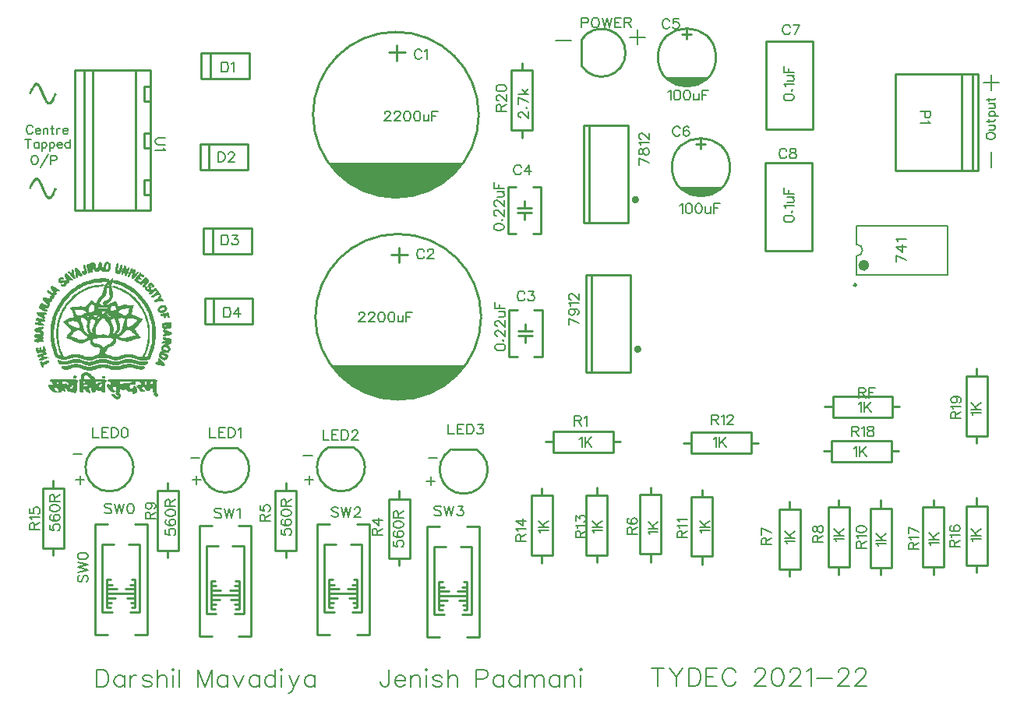
<source format=gto>
G04 Layer: TopSilkscreenLayer*
G04 EasyEDA v6.4.31, 2022-02-09 14:31:59*
G04 ad555750bb3e4896a058101514d61d8c,ad51392aa1584b92a576f04d086679f3,10*
G04 Gerber Generator version 0.2*
G04 Scale: 100 percent, Rotated: No, Reflected: No *
G04 Dimensions in millimeters *
G04 leading zeros omitted , absolute positions ,4 integer and 5 decimal *
%FSLAX45Y45*%
%MOMM*%

%ADD10C,0.2540*%
%ADD19C,0.2000*%
%ADD20C,0.4000*%
%ADD21C,0.2500*%
%ADD22C,0.6000*%
%ADD23C,0.2032*%
%ADD24C,0.1524*%
%ADD25C,0.1520*%

%LPD*%
G36*
X1653438Y2355596D02*
G01*
X1650136Y2355037D01*
X1638300Y2349500D01*
X1635048Y2347722D01*
X1631950Y2345436D01*
X1629003Y2342642D01*
X1626209Y2339390D01*
X1623618Y2335682D01*
X1621231Y2331466D01*
X1618996Y2326792D01*
X1616964Y2321661D01*
X1615084Y2316073D01*
X1613458Y2310079D01*
X1611985Y2303627D01*
X1609554Y2289606D01*
X1636877Y2289606D01*
X1637436Y2297176D01*
X1638960Y2304948D01*
X1641500Y2312517D01*
X1645107Y2319528D01*
X1648714Y2324506D01*
X1652066Y2327249D01*
X1655013Y2327757D01*
X1657502Y2326182D01*
X1659585Y2322525D01*
X1661109Y2316886D01*
X1662023Y2309266D01*
X1662379Y2299716D01*
X1662074Y2291689D01*
X1661109Y2284780D01*
X1659636Y2278938D01*
X1657604Y2274316D01*
X1655064Y2271014D01*
X1652066Y2269032D01*
X1648714Y2268474D01*
X1644954Y2269388D01*
X1641398Y2272182D01*
X1638858Y2276703D01*
X1637385Y2282698D01*
X1636877Y2289606D01*
X1609554Y2289606D01*
X1607413Y2276297D01*
X1599539Y2309571D01*
X1595932Y2321763D01*
X1592173Y2331821D01*
X1588211Y2339695D01*
X1586230Y2342845D01*
X1584198Y2345486D01*
X1582166Y2347569D01*
X1580083Y2349093D01*
X1578051Y2350109D01*
X1575968Y2350617D01*
X1573936Y2350566D01*
X1571853Y2350008D01*
X1569821Y2348890D01*
X1567789Y2347264D01*
X1565808Y2345131D01*
X1563878Y2342438D01*
X1561947Y2339238D01*
X1560017Y2335479D01*
X1558188Y2331262D01*
X1554632Y2321153D01*
X1551330Y2309012D01*
X1544624Y2275992D01*
X1543202Y2270556D01*
X1541881Y2267407D01*
X1540560Y2266391D01*
X1539138Y2267356D01*
X1537462Y2269998D01*
X1535379Y2274214D01*
X1533042Y2280920D01*
X1531620Y2288895D01*
X1531162Y2297226D01*
X1532280Y2310282D01*
X1531823Y2315413D01*
X1530502Y2320239D01*
X1528419Y2324760D01*
X1525625Y2328926D01*
X1522171Y2332634D01*
X1518208Y2335885D01*
X1513789Y2338679D01*
X1509014Y2340864D01*
X1503883Y2342540D01*
X1498498Y2343505D01*
X1493012Y2343861D01*
X1487424Y2343505D01*
X1481836Y2342388D01*
X1476298Y2340457D01*
X1470964Y2337714D01*
X1468170Y2335784D01*
X1466037Y2333548D01*
X1464462Y2330805D01*
X1463446Y2327300D01*
X1462938Y2322830D01*
X1462938Y2317140D01*
X1463420Y2308504D01*
X1491792Y2308504D01*
X1492199Y2310790D01*
X1493266Y2312670D01*
X1494790Y2313889D01*
X1496669Y2314397D01*
X1498803Y2313889D01*
X1501038Y2312670D01*
X1503121Y2310790D01*
X1504746Y2308504D01*
X1505356Y2306218D01*
X1504645Y2304389D01*
X1502765Y2303119D01*
X1499870Y2302662D01*
X1496771Y2303119D01*
X1494180Y2304389D01*
X1492453Y2306218D01*
X1491792Y2308504D01*
X1463420Y2308504D01*
X1465427Y2288794D01*
X1466951Y2277872D01*
X1468475Y2269591D01*
X1470507Y2263343D01*
X1470253Y2262530D01*
X1469136Y2262581D01*
X1467205Y2263648D01*
X1464818Y2267458D01*
X1462328Y2274874D01*
X1460042Y2284831D01*
X1456639Y2306929D01*
X1454607Y2315362D01*
X1452118Y2321763D01*
X1449171Y2326132D01*
X1445717Y2328468D01*
X1441704Y2328824D01*
X1437182Y2327198D01*
X1432102Y2323693D01*
X1429308Y2321204D01*
X1427327Y2318816D01*
X1426108Y2316073D01*
X1425651Y2312619D01*
X1425956Y2308098D01*
X1426972Y2302154D01*
X1436370Y2264003D01*
X1442567Y2236317D01*
X1444447Y2229662D01*
X1447190Y2224989D01*
X1450441Y2222296D01*
X1454048Y2221636D01*
X1457604Y2222906D01*
X1460957Y2226106D01*
X1463852Y2231186D01*
X1465986Y2238248D01*
X1467815Y2246020D01*
X1469440Y2249017D01*
X1471472Y2247493D01*
X1474622Y2241702D01*
X1477975Y2236571D01*
X1481632Y2233726D01*
X1485392Y2233015D01*
X1488948Y2234285D01*
X1492097Y2237384D01*
X1494688Y2242108D01*
X1496364Y2248408D01*
X1497482Y2263140D01*
X1498803Y2268118D01*
X1500733Y2271064D01*
X1503070Y2271979D01*
X1505661Y2270810D01*
X1508252Y2267661D01*
X1510639Y2262479D01*
X1512570Y2255316D01*
X1514297Y2250998D01*
X1517243Y2247290D01*
X1521206Y2244242D01*
X1525981Y2241905D01*
X1531315Y2240280D01*
X1536954Y2239416D01*
X1542694Y2239314D01*
X1548333Y2239975D01*
X1553565Y2241448D01*
X1558188Y2243734D01*
X1561947Y2246833D01*
X1564690Y2250846D01*
X1567180Y2255418D01*
X1569821Y2258669D01*
X1572564Y2260549D01*
X1575460Y2261057D01*
X1578559Y2260244D01*
X1581912Y2258009D01*
X1585468Y2254453D01*
X1589328Y2249576D01*
X1592935Y2245664D01*
X1597101Y2243023D01*
X1601520Y2241499D01*
X1605838Y2241143D01*
X1609801Y2241905D01*
X1613001Y2243785D01*
X1615186Y2246782D01*
X1615998Y2250846D01*
X1616862Y2252319D01*
X1619351Y2252116D01*
X1623009Y2250440D01*
X1631442Y2244496D01*
X1635455Y2242312D01*
X1639468Y2240737D01*
X1643481Y2239721D01*
X1647443Y2239264D01*
X1651406Y2239314D01*
X1655267Y2239873D01*
X1659026Y2240940D01*
X1662734Y2242413D01*
X1666290Y2244344D01*
X1669745Y2246731D01*
X1672996Y2249424D01*
X1676095Y2252522D01*
X1678990Y2255977D01*
X1681683Y2259685D01*
X1684121Y2263698D01*
X1686356Y2268016D01*
X1688287Y2272538D01*
X1689912Y2277262D01*
X1691233Y2282190D01*
X1692249Y2287270D01*
X1692910Y2292502D01*
X1693214Y2297887D01*
X1693113Y2303322D01*
X1692656Y2308860D01*
X1691741Y2314448D01*
X1690370Y2320036D01*
X1688592Y2325624D01*
X1685798Y2330856D01*
X1681429Y2336393D01*
X1675993Y2341930D01*
X1669948Y2346960D01*
X1663852Y2351227D01*
X1658162Y2354224D01*
G37*
G36*
X1766976Y2331974D02*
G01*
X1762658Y2331618D01*
X1758746Y2330653D01*
X1755698Y2329281D01*
X1753971Y2327554D01*
X1752346Y2322982D01*
X1746300Y2301189D01*
X1740865Y2278888D01*
X1739493Y2271725D01*
X1738528Y2265019D01*
X1737969Y2258872D01*
X1737766Y2253183D01*
X1738020Y2247950D01*
X1738731Y2243226D01*
X1739798Y2238908D01*
X1741322Y2235047D01*
X1743303Y2231593D01*
X1745691Y2228545D01*
X1748485Y2225903D01*
X1751787Y2223668D01*
X1755495Y2221738D01*
X1759712Y2220214D01*
X1764334Y2218994D01*
X1771446Y2217928D01*
X1777695Y2218080D01*
X1783232Y2219553D01*
X1788160Y2222398D01*
X1792579Y2226767D01*
X1796643Y2232710D01*
X1800453Y2240280D01*
X1804111Y2249627D01*
X1807464Y2259685D01*
X1810308Y2269134D01*
X1812645Y2278024D01*
X1814474Y2286203D01*
X1815744Y2293670D01*
X1816455Y2300325D01*
X1816658Y2306167D01*
X1816303Y2311044D01*
X1815388Y2315006D01*
X1813915Y2317851D01*
X1811883Y2319629D01*
X1809292Y2320239D01*
X1805076Y2319578D01*
X1801114Y2317597D01*
X1797456Y2314244D01*
X1794002Y2309368D01*
X1790750Y2303018D01*
X1787652Y2295042D01*
X1784654Y2285441D01*
X1779879Y2267356D01*
X1777949Y2261666D01*
X1775917Y2257044D01*
X1773986Y2253538D01*
X1772107Y2251151D01*
X1770380Y2249932D01*
X1768957Y2249932D01*
X1767839Y2251151D01*
X1767179Y2253640D01*
X1766976Y2257399D01*
X1767332Y2262530D01*
X1772564Y2292096D01*
X1775002Y2308961D01*
X1775612Y2315311D01*
X1775714Y2320442D01*
X1775409Y2324455D01*
X1774647Y2327452D01*
X1773377Y2329586D01*
X1771700Y2331008D01*
X1769567Y2331720D01*
G37*
G36*
X1403197Y2320239D02*
G01*
X1399082Y2319578D01*
X1395272Y2317699D01*
X1392224Y2315006D01*
X1390294Y2311654D01*
X1389786Y2306878D01*
X1390650Y2300122D01*
X1392631Y2292350D01*
X1395628Y2284374D01*
X1399540Y2274824D01*
X1402232Y2266696D01*
X1403604Y2260041D01*
X1403756Y2254808D01*
X1402638Y2251049D01*
X1400251Y2248712D01*
X1396593Y2247798D01*
X1386332Y2248814D01*
X1382064Y2247849D01*
X1378813Y2245664D01*
X1376781Y2242312D01*
X1375918Y2238095D01*
X1376324Y2233015D01*
X1378102Y2227376D01*
X1381252Y2221280D01*
X1385468Y2216150D01*
X1390700Y2212441D01*
X1396644Y2210104D01*
X1402994Y2209139D01*
X1409446Y2209596D01*
X1415694Y2211527D01*
X1421434Y2214829D01*
X1426362Y2219604D01*
X1430782Y2225344D01*
X1432306Y2227783D01*
X1433372Y2230323D01*
X1433982Y2233168D01*
X1434084Y2236470D01*
X1433677Y2240534D01*
X1432814Y2245512D01*
X1429512Y2259380D01*
X1421028Y2290673D01*
X1418285Y2299512D01*
X1415796Y2306574D01*
X1413357Y2311958D01*
X1411020Y2315819D01*
X1408582Y2318410D01*
X1405991Y2319782D01*
G37*
G36*
X1839975Y2314397D02*
G01*
X1837385Y2313838D01*
X1835251Y2312365D01*
X1833778Y2310180D01*
X1832711Y2304135D01*
X1831238Y2299970D01*
X1829054Y2295550D01*
X1823618Y2287117D01*
X1820824Y2281631D01*
X1817928Y2275128D01*
X1815134Y2268016D01*
X1810054Y2252624D01*
X1807921Y2244953D01*
X1806143Y2237638D01*
X1804822Y2230932D01*
X1804009Y2225090D01*
X1803806Y2220366D01*
X1804314Y2217064D01*
X1806651Y2212543D01*
X1809648Y2210054D01*
X1813204Y2209546D01*
X1817014Y2210866D01*
X1820925Y2213965D01*
X1824685Y2218639D01*
X1828190Y2224786D01*
X1831136Y2232355D01*
X1837639Y2252827D01*
X1838045Y2228646D01*
X1838655Y2219858D01*
X1840077Y2211933D01*
X1842160Y2205126D01*
X1844852Y2199538D01*
X1848002Y2195474D01*
X1851456Y2193086D01*
X1855165Y2192578D01*
X1858975Y2194102D01*
X1860499Y2195779D01*
X1862531Y2198827D01*
X1867611Y2208225D01*
X1873554Y2220874D01*
X1879752Y2235352D01*
X1885696Y2250186D01*
X1890623Y2263851D01*
X1894078Y2274874D01*
X1894992Y2278989D01*
X1895348Y2281885D01*
X1894433Y2286254D01*
X1891995Y2289200D01*
X1888489Y2290724D01*
X1884375Y2290927D01*
X1880107Y2289810D01*
X1876145Y2287422D01*
X1872945Y2283917D01*
X1870964Y2279192D01*
X1869338Y2273655D01*
X1867458Y2269998D01*
X1865477Y2268118D01*
X1863547Y2267966D01*
X1861820Y2269540D01*
X1860397Y2272741D01*
X1859483Y2277567D01*
X1858772Y2290216D01*
X1857705Y2296058D01*
X1855978Y2301240D01*
X1853692Y2305710D01*
X1850898Y2309368D01*
X1847596Y2312060D01*
X1843989Y2313787D01*
G37*
G36*
X1314094Y2285695D02*
G01*
X1310843Y2285644D01*
X1307998Y2284730D01*
X1305509Y2282952D01*
X1303528Y2280208D01*
X1302766Y2277770D01*
X1302308Y2273909D01*
X1302156Y2262581D01*
X1302867Y2247900D01*
X1304239Y2231440D01*
X1306118Y2214930D01*
X1308404Y2199995D01*
X1310843Y2188311D01*
X1312113Y2184196D01*
X1313332Y2181504D01*
X1316634Y2177745D01*
X1320292Y2175611D01*
X1324203Y2174951D01*
X1327962Y2175713D01*
X1331315Y2177745D01*
X1334109Y2180996D01*
X1335938Y2185314D01*
X1337056Y2195525D01*
X1338427Y2199436D01*
X1340459Y2202281D01*
X1343050Y2204110D01*
X1346098Y2204720D01*
X1349400Y2204161D01*
X1352854Y2202281D01*
X1361694Y2193848D01*
X1366316Y2191816D01*
X1371346Y2192934D01*
X1377899Y2196998D01*
X1381506Y2200351D01*
X1382369Y2204059D01*
X1380388Y2209190D01*
X1342644Y2263902D01*
X1338275Y2269185D01*
X1333957Y2273808D01*
X1329639Y2277719D01*
X1325473Y2280920D01*
X1321460Y2283307D01*
X1317650Y2284933D01*
G37*
G36*
X1923592Y2281224D02*
G01*
X1917141Y2281174D01*
X1912315Y2277516D01*
X1904593Y2263597D01*
X1897430Y2250135D01*
X1891030Y2237384D01*
X1885492Y2225649D01*
X1880971Y2215184D01*
X1877517Y2206294D01*
X1875383Y2199284D01*
X1874824Y2196592D01*
X1874672Y2194458D01*
X1875028Y2190242D01*
X1876196Y2187244D01*
X1877974Y2185365D01*
X1880311Y2184603D01*
X1883105Y2184908D01*
X1886305Y2186178D01*
X1889760Y2188413D01*
X1893417Y2191562D01*
X1897176Y2195576D01*
X1900986Y2200402D01*
X1904695Y2205990D01*
X1912315Y2219909D01*
X1918614Y2230678D01*
X1920900Y2233726D01*
X1922576Y2235301D01*
X1923643Y2235301D01*
X1924202Y2233828D01*
X1924151Y2230780D01*
X1922322Y2220061D01*
X1915617Y2192426D01*
X1914093Y2183536D01*
X1913636Y2176373D01*
X1914347Y2170836D01*
X1916175Y2166823D01*
X1919224Y2164130D01*
X1923440Y2162657D01*
X1928977Y2162302D01*
X1931314Y2163114D01*
X1934718Y2165350D01*
X1938985Y2168804D01*
X1944014Y2173274D01*
X1955393Y2184552D01*
X1967585Y2197709D01*
X1979117Y2211120D01*
X1988718Y2223262D01*
X1992325Y2228392D01*
X1994966Y2232660D01*
X1996389Y2235860D01*
X1996490Y2237740D01*
X1994052Y2240889D01*
X1990953Y2242921D01*
X1987296Y2243785D01*
X1983232Y2243531D01*
X1978812Y2242159D01*
X1974138Y2239721D01*
X1969414Y2236266D01*
X1964639Y2231745D01*
X1953107Y2219452D01*
X1955952Y2243480D01*
X1957222Y2256891D01*
X1956409Y2264054D01*
X1952701Y2266950D01*
X1939899Y2267915D01*
X1935581Y2269032D01*
X1932635Y2270709D01*
X1929180Y2278176D01*
G37*
G36*
X1276451Y2267508D02*
G01*
X1270203Y2266797D01*
X1266494Y2264156D01*
X1264666Y2258771D01*
X1264158Y2249779D01*
X1263954Y2239873D01*
X1262532Y2235657D01*
X1258874Y2236317D01*
X1251966Y2241143D01*
X1246581Y2244344D01*
X1240840Y2246426D01*
X1235557Y2247188D01*
X1231290Y2246477D01*
X1225600Y2241600D01*
X1223010Y2234946D01*
X1223873Y2229002D01*
X1228547Y2226462D01*
X1230274Y2225751D01*
X1233068Y2223719D01*
X1236776Y2220518D01*
X1246327Y2211120D01*
X1257757Y2198725D01*
X1271270Y2183130D01*
X1277823Y2176018D01*
X1283411Y2170379D01*
X1288237Y2166162D01*
X1292250Y2163267D01*
X1295603Y2161692D01*
X1298346Y2161336D01*
X1300581Y2162149D01*
X1303985Y2165502D01*
X1305255Y2170023D01*
X1304493Y2176678D01*
X1300480Y2191105D01*
X1297787Y2202688D01*
X1295196Y2216251D01*
X1293063Y2230170D01*
X1291082Y2245918D01*
X1289964Y2253081D01*
X1288745Y2258466D01*
X1287272Y2262378D01*
X1285392Y2264968D01*
X1283055Y2266543D01*
X1280109Y2267305D01*
G37*
G36*
X2009343Y2231440D02*
G01*
X2006447Y2230577D01*
X2003399Y2228240D01*
X1999996Y2224430D01*
X1986889Y2207056D01*
X1946351Y2150973D01*
X1968195Y2133041D01*
X1977085Y2126081D01*
X1985162Y2120392D01*
X1991512Y2116531D01*
X1995322Y2115108D01*
X1998116Y2114346D01*
X2001824Y2112264D01*
X2005939Y2109165D01*
X2015489Y2100326D01*
X2019503Y2098649D01*
X2023516Y2100326D01*
X2035200Y2110994D01*
X2040585Y2114397D01*
X2044954Y2115667D01*
X2047951Y2115108D01*
X2049424Y2112721D01*
X2049068Y2108809D01*
X2046732Y2103424D01*
X2038451Y2091080D01*
X2036419Y2085593D01*
X2036013Y2080564D01*
X2037029Y2076246D01*
X2039366Y2072893D01*
X2043023Y2070658D01*
X2047798Y2069896D01*
X2053640Y2070760D01*
X2059025Y2071979D01*
X2062581Y2072030D01*
X2064156Y2070912D01*
X2063089Y2065020D01*
X2063699Y2059432D01*
X2065477Y2052777D01*
X2068271Y2045665D01*
X2070658Y2041296D01*
X2073554Y2037384D01*
X2076907Y2033930D01*
X2080666Y2030984D01*
X2084730Y2028596D01*
X2089048Y2026716D01*
X2093518Y2025446D01*
X2098141Y2024786D01*
X2102764Y2024735D01*
X2107387Y2025345D01*
X2111908Y2026666D01*
X2116226Y2028647D01*
X2121204Y2031339D01*
X2122881Y2031847D01*
X2121306Y2030018D01*
X2116531Y2025497D01*
X2112568Y2020874D01*
X2109724Y2015591D01*
X2108047Y2010003D01*
X2107539Y2004618D01*
X2108098Y1999691D01*
X2109825Y1995728D01*
X2112670Y1993036D01*
X2116632Y1992071D01*
X2121560Y1993442D01*
X2128113Y1997202D01*
X2135479Y2002789D01*
X2142794Y2009597D01*
X2151176Y2018030D01*
X2158288Y2024583D01*
X2164334Y2029460D01*
X2169414Y2032609D01*
X2173732Y2034184D01*
X2177440Y2034235D01*
X2180640Y2032812D01*
X2183536Y2030069D01*
X2184908Y2027732D01*
X2185263Y2025294D01*
X2184450Y2022602D01*
X2182317Y2019503D01*
X2178812Y2015794D01*
X2173833Y2011425D01*
X2167178Y2006244D01*
X2152040Y1995017D01*
X2146046Y1990191D01*
X2140915Y1985619D01*
X2136597Y1981352D01*
X2133244Y1977491D01*
X2130907Y1974088D01*
X2129586Y1971192D01*
X2129332Y1968855D01*
X2130247Y1965401D01*
X2131568Y1962657D01*
X2133396Y1960676D01*
X2135682Y1959457D01*
X2138476Y1958949D01*
X2141829Y1959203D01*
X2145690Y1960219D01*
X2150110Y1961997D01*
X2155088Y1964486D01*
X2160676Y1967788D01*
X2166874Y1971802D01*
X2181402Y1982165D01*
X2187905Y1986483D01*
X2193391Y1989582D01*
X2197963Y1991664D01*
X2201976Y1992680D01*
X2205583Y1992782D01*
X2208987Y1992020D01*
X2212441Y1990496D01*
X2216150Y1988464D01*
X2218690Y1986635D01*
X2220061Y1984806D01*
X2220112Y1982571D01*
X2218842Y1979726D01*
X2216099Y1975916D01*
X2205990Y1964182D01*
X2198116Y1955952D01*
X2189886Y1948383D01*
X2182215Y1942388D01*
X2178913Y1940255D01*
X2171192Y1936038D01*
X2166670Y1932381D01*
X2163064Y1928266D01*
X2160879Y1924151D01*
X2159863Y1919020D01*
X2160422Y1914855D01*
X2162454Y1911756D01*
X2165807Y1909673D01*
X2170328Y1908759D01*
X2175865Y1909013D01*
X2182215Y1910537D01*
X2193442Y1915007D01*
X2198370Y1916582D01*
X2210003Y1919274D01*
X2216251Y1920290D01*
X2228900Y1921560D01*
X2249322Y1922119D01*
X2257755Y1923694D01*
X2261666Y1927148D01*
X2262682Y1932990D01*
X2261717Y1938274D01*
X2258822Y1942490D01*
X2253843Y1945792D01*
X2239518Y1950415D01*
X2235555Y1952752D01*
X2234539Y1955444D01*
X2240330Y1966366D01*
X2241804Y1975459D01*
X2240635Y1983028D01*
X2236774Y1986178D01*
X2234793Y1986788D01*
X2233117Y1988362D01*
X2232050Y1990699D01*
X2231288Y1995576D01*
X2230374Y1998319D01*
X2226919Y2005380D01*
X2221585Y2014220D01*
X2214676Y2024227D01*
X2206599Y2034946D01*
X2197608Y2045868D01*
X2194560Y2050084D01*
X2192477Y2054301D01*
X2191512Y2058009D01*
X2191918Y2060752D01*
X2192832Y2063496D01*
X2192223Y2065477D01*
X2190394Y2066798D01*
X2187448Y2067509D01*
X2183688Y2067509D01*
X2179269Y2067001D01*
X2174443Y2065934D01*
X2169363Y2064308D01*
X2164283Y2062276D01*
X2159355Y2059787D01*
X2154834Y2056892D01*
X2150973Y2053640D01*
X2144776Y2047697D01*
X2140000Y2043480D01*
X2136444Y2040839D01*
X2133904Y2039874D01*
X2132228Y2040534D01*
X2131212Y2042820D01*
X2130704Y2046681D01*
X2130094Y2058263D01*
X2129129Y2065324D01*
X2127808Y2072335D01*
X2124760Y2084882D01*
X2124913Y2088946D01*
X2126945Y2091080D01*
X2131009Y2091689D01*
X2134819Y2091029D01*
X2137003Y2088946D01*
X2137714Y2085289D01*
X2136241Y2074164D01*
X2137359Y2070607D01*
X2140813Y2068779D01*
X2146909Y2068220D01*
X2152396Y2068779D01*
X2156866Y2070303D01*
X2160219Y2072690D01*
X2162505Y2075891D01*
X2163724Y2079701D01*
X2163876Y2084120D01*
X2163013Y2088946D01*
X2161082Y2094179D01*
X2158187Y2099614D01*
X2154224Y2105152D01*
X2149246Y2110740D01*
X2143252Y2116226D01*
X2138527Y2119528D01*
X2133701Y2121712D01*
X2128824Y2122881D01*
X2123998Y2123084D01*
X2119274Y2122373D01*
X2114804Y2120849D01*
X2110638Y2118563D01*
X2106828Y2115616D01*
X2103475Y2112060D01*
X2100630Y2107946D01*
X2098446Y2103424D01*
X2096973Y2098497D01*
X2096211Y2093264D01*
X2096363Y2087829D01*
X2097430Y2082190D01*
X2099513Y2076450D01*
X2102104Y2070303D01*
X2103729Y2064969D01*
X2104440Y2060549D01*
X2104237Y2056942D01*
X2103120Y2054148D01*
X2101037Y2052218D01*
X2097989Y2051050D01*
X2094026Y2050643D01*
X2090674Y2051608D01*
X2088591Y2054555D01*
X2087676Y2059584D01*
X2088134Y2074773D01*
X2086965Y2079650D01*
X2083917Y2082038D01*
X2078685Y2082546D01*
X2073249Y2082800D01*
X2070760Y2084578D01*
X2070963Y2088642D01*
X2073503Y2095703D01*
X2076094Y2100935D01*
X2079193Y2105202D01*
X2082342Y2108149D01*
X2088184Y2110232D01*
X2091639Y2112924D01*
X2095347Y2116937D01*
X2098954Y2121865D01*
X2102256Y2127250D01*
X2104948Y2132736D01*
X2106777Y2137918D01*
X2107438Y2142337D01*
X2106320Y2147468D01*
X2103221Y2153869D01*
X2098751Y2160981D01*
X2093264Y2168144D01*
X2087372Y2174798D01*
X2081530Y2180336D01*
X2076297Y2184044D01*
X2072081Y2185416D01*
X2069846Y2184857D01*
X2066747Y2183130D01*
X2062937Y2180386D01*
X2058517Y2176780D01*
X2048560Y2167432D01*
X2027834Y2144979D01*
X2024289Y2141474D01*
X2066086Y2141474D01*
X2066493Y2145131D01*
X2067712Y2147773D01*
X2069490Y2149195D01*
X2071624Y2149144D01*
X2073808Y2147925D01*
X2075535Y2146046D01*
X2076754Y2143810D01*
X2077212Y2141474D01*
X2076754Y2139188D01*
X2075535Y2136952D01*
X2073808Y2135073D01*
X2071624Y2133803D01*
X2069490Y2133803D01*
X2067712Y2135225D01*
X2066493Y2137867D01*
X2066086Y2141474D01*
X2024289Y2141474D01*
X2019096Y2136749D01*
X2015540Y2133904D01*
X2012696Y2132025D01*
X2010664Y2131263D01*
X2009546Y2131720D01*
X2007463Y2134260D01*
X2003907Y2137410D01*
X1999488Y2140762D01*
X1988870Y2147874D01*
X1986178Y2151380D01*
X1986280Y2155139D01*
X1988972Y2159762D01*
X1991715Y2162759D01*
X1994357Y2164334D01*
X1996643Y2164384D01*
X1998370Y2162860D01*
X2001266Y2159609D01*
X2005533Y2157222D01*
X2010664Y2155698D01*
X2016099Y2155037D01*
X2021281Y2155291D01*
X2025700Y2156510D01*
X2028698Y2158644D01*
X2029866Y2161794D01*
X2028952Y2164892D01*
X2026513Y2169261D01*
X2022906Y2174290D01*
X2014677Y2184146D01*
X2012950Y2187803D01*
X2013153Y2190394D01*
X2015032Y2191766D01*
X2018334Y2191918D01*
X2022957Y2190750D01*
X2028545Y2188159D01*
X2039874Y2181250D01*
X2043988Y2180132D01*
X2047544Y2180742D01*
X2050592Y2183130D01*
X2053336Y2190089D01*
X2052726Y2198624D01*
X2049475Y2205837D01*
X2044344Y2208885D01*
X2041347Y2209800D01*
X2036876Y2212340D01*
X2031593Y2216048D01*
X2020570Y2225446D01*
X2016099Y2228850D01*
X2012492Y2230831D01*
G37*
G36*
X1203553Y2225802D02*
G01*
X1199286Y2224532D01*
X1195679Y2221484D01*
X1192580Y2216658D01*
X1191564Y2213914D01*
X1190904Y2210714D01*
X1190650Y2207056D01*
X1190752Y2202992D01*
X1191310Y2198471D01*
X1193495Y2188260D01*
X1197203Y2176526D01*
X1202385Y2163368D01*
X1208786Y2148636D01*
X1210970Y2141982D01*
X1212138Y2136597D01*
X1212392Y2132736D01*
X1211681Y2130653D01*
X1210005Y2130653D01*
X1207465Y2132939D01*
X1198880Y2144826D01*
X1193241Y2148382D01*
X1185367Y2149144D01*
X1164082Y2146503D01*
X1156411Y2146554D01*
X1150874Y2147722D01*
X1147927Y2150008D01*
X1147622Y2152548D01*
X1149705Y2154478D01*
X1153922Y2155698D01*
X1166368Y2156561D01*
X1171498Y2157679D01*
X1175461Y2159508D01*
X1178204Y2161997D01*
X1179677Y2165045D01*
X1179830Y2168550D01*
X1178661Y2172563D01*
X1176020Y2176932D01*
X1172921Y2180336D01*
X1169212Y2182825D01*
X1165148Y2184400D01*
X1160780Y2185212D01*
X1156157Y2185212D01*
X1151432Y2184501D01*
X1146657Y2183130D01*
X1141984Y2181098D01*
X1137462Y2178507D01*
X1133246Y2175408D01*
X1129436Y2171801D01*
X1126032Y2167788D01*
X1123238Y2163368D01*
X1121156Y2158644D01*
X1119784Y2153666D01*
X1119327Y2148433D01*
X1119682Y2142998D01*
X1120800Y2138019D01*
X1122629Y2133498D01*
X1125067Y2129485D01*
X1128166Y2125980D01*
X1131874Y2123033D01*
X1136142Y2120646D01*
X1140917Y2118817D01*
X1146149Y2117598D01*
X1151890Y2117039D01*
X1157986Y2117140D01*
X1175664Y2119528D01*
X1182420Y2119477D01*
X1185367Y2117699D01*
X1185265Y2114092D01*
X1183436Y2111197D01*
X1180185Y2109063D01*
X1176020Y2107844D01*
X1171346Y2107793D01*
X1164488Y2108250D01*
X1158748Y2107692D01*
X1154176Y2106269D01*
X1150874Y2104085D01*
X1148994Y2101240D01*
X1148638Y2097786D01*
X1149908Y2093925D01*
X1152855Y2089708D01*
X1156817Y2086254D01*
X1161643Y2083765D01*
X1167180Y2082139D01*
X1173073Y2081377D01*
X1179169Y2081377D01*
X1185214Y2082088D01*
X1190955Y2083562D01*
X1196238Y2085644D01*
X1200708Y2088337D01*
X1204214Y2091639D01*
X1206449Y2095449D01*
X1207262Y2099767D01*
X1208481Y2103475D01*
X1211834Y2107438D01*
X1216761Y2111197D01*
X1230223Y2117902D01*
X1234998Y2122322D01*
X1237538Y2128012D01*
X1238300Y2135581D01*
X1238758Y2143861D01*
X1240993Y2147976D01*
X1246428Y2148738D01*
X1261872Y2146147D01*
X1266698Y2146046D01*
X1270711Y2146655D01*
X1274013Y2147925D01*
X1276502Y2149754D01*
X1278128Y2152091D01*
X1278890Y2154885D01*
X1278737Y2158034D01*
X1277670Y2161540D01*
X1275638Y2165299D01*
X1272641Y2169210D01*
X1227683Y2213102D01*
X1220520Y2218994D01*
X1214120Y2223058D01*
X1208481Y2225344D01*
G37*
G36*
X1710537Y2179167D02*
G01*
X1707642Y2177389D01*
X1702612Y2172868D01*
X1696262Y2166264D01*
X1683257Y2151735D01*
X1677822Y2146655D01*
X1673199Y2143150D01*
X1669694Y2141321D01*
X1667510Y2141220D01*
X1667103Y2142998D01*
X1668627Y2146757D01*
X1674114Y2155190D01*
X1675180Y2157577D01*
X1675587Y2159711D01*
X1675282Y2161590D01*
X1674164Y2163267D01*
X1672285Y2164740D01*
X1669592Y2166010D01*
X1665986Y2167077D01*
X1661464Y2167940D01*
X1649475Y2169210D01*
X1633270Y2169871D01*
X1612595Y2170023D01*
X1578965Y2169515D01*
X1555597Y2168499D01*
X1545285Y2167636D01*
X1535379Y2166467D01*
X1525574Y2164943D01*
X1515414Y2163013D01*
X1492605Y2157628D01*
X1464005Y2149906D01*
X1437284Y2142032D01*
X1425295Y2138070D01*
X1401775Y2129434D01*
X1378966Y2119782D01*
X1356664Y2109114D01*
X1345742Y2103374D01*
X1329639Y2094280D01*
X1319022Y2087880D01*
X1298143Y2074214D01*
X1287881Y2067001D01*
X1267663Y2051659D01*
X1252728Y2039366D01*
X1242872Y2030780D01*
X1233119Y2021941D01*
X1213764Y2003298D01*
X1194663Y1983384D01*
X1185214Y1972970D01*
X1175816Y1962150D01*
X1165910Y1950008D01*
X1155598Y1936648D01*
X1145336Y1922627D01*
X1135380Y1908556D01*
X1126185Y1894941D01*
X1118108Y1882343D01*
X1111504Y1871319D01*
X1106728Y1862378D01*
X1105103Y1858873D01*
X1104138Y1856079D01*
X1103020Y1851406D01*
X1100988Y1846834D01*
X1097940Y1841093D01*
X1092403Y1831644D01*
X1088491Y1823872D01*
X1084173Y1814118D01*
X1079601Y1802790D01*
X1070051Y1776425D01*
X1065225Y1762048D01*
X1056182Y1732432D01*
X1052068Y1717802D01*
X1048461Y1703730D01*
X1045362Y1690573D01*
X1042974Y1678787D01*
X1041044Y1667408D01*
X1039317Y1655673D01*
X1037894Y1643583D01*
X1036726Y1631289D01*
X1035202Y1605940D01*
X1034694Y1579829D01*
X1034859Y1566011D01*
X1074267Y1566011D01*
X1074724Y1589887D01*
X1075283Y1601774D01*
X1077163Y1625498D01*
X1079195Y1643176D01*
X1082751Y1666544D01*
X1084834Y1678178D01*
X1089710Y1701241D01*
X1095502Y1723999D01*
X1100480Y1740916D01*
X1107795Y1763166D01*
X1116025Y1785061D01*
X1125067Y1806549D01*
X1135024Y1827631D01*
X1140256Y1837994D01*
X1145743Y1848256D01*
X1154328Y1863445D01*
X1163421Y1878330D01*
X1169670Y1888083D01*
X1179474Y1902460D01*
X1189736Y1916531D01*
X1204061Y1934768D01*
X1211529Y1943658D01*
X1223060Y1956714D01*
X1239113Y1973529D01*
X1251661Y1985670D01*
X1260246Y1993544D01*
X1273403Y2005025D01*
X1287018Y2016048D01*
X1305763Y2030120D01*
X1320292Y2040128D01*
X1340256Y2052726D01*
X1350467Y2058720D01*
X1376476Y2072792D01*
X1400759Y2084781D01*
X1410614Y2089150D01*
X1426616Y2095296D01*
X1433626Y2098700D01*
X1438351Y2101850D01*
X1441399Y2106269D01*
X1445006Y2107793D01*
X1450390Y2108860D01*
X1464868Y2109774D01*
X1474114Y2111146D01*
X1483512Y2113229D01*
X1494891Y2116632D01*
X1503984Y2118563D01*
X1516380Y2120544D01*
X1531366Y2122525D01*
X1548028Y2124303D01*
X1565656Y2125827D01*
X1628546Y2130298D01*
X1646529Y2131771D01*
X1649374Y2131517D01*
X1649882Y2129536D01*
X1648104Y2125675D01*
X1643938Y2119680D01*
X1627733Y2098903D01*
X1624838Y2093975D01*
X1621637Y2086203D01*
X1618488Y2076704D01*
X1615795Y2066493D01*
X1611630Y2048662D01*
X1607769Y2033981D01*
X1603908Y2021738D01*
X1599793Y2011273D01*
X1597507Y2006447D01*
X1592326Y1997303D01*
X1586128Y1988159D01*
X1578559Y1978355D01*
X1568907Y1966417D01*
X1563725Y1959508D01*
X1554327Y1945690D01*
X1550263Y1939086D01*
X1546860Y1932990D01*
X1544218Y1927656D01*
X1539748Y1915820D01*
X1536852Y1909724D01*
X1534160Y1905660D01*
X1531975Y1904136D01*
X1527708Y1904847D01*
X1522120Y1906828D01*
X1515618Y1909724D01*
X1508810Y1913331D01*
X1502105Y1917395D01*
X1496009Y1921510D01*
X1491030Y1925523D01*
X1485442Y1931568D01*
X1483055Y1932686D01*
X1480210Y1932279D01*
X1476603Y1930095D01*
X1471930Y1925929D01*
X1465935Y1919528D01*
X1451851Y1902866D01*
X1572717Y1902866D01*
X1573225Y1907438D01*
X1574749Y1912315D01*
X1577238Y1917547D01*
X1580845Y1923186D01*
X1585468Y1929333D01*
X1591259Y1936089D01*
X1598168Y1943506D01*
X1612341Y1957832D01*
X1623212Y1970125D01*
X1627733Y1975866D01*
X1631442Y1981149D01*
X1634286Y1985721D01*
X1636064Y1989531D01*
X1636674Y1992274D01*
X1637030Y1996744D01*
X1637995Y2000859D01*
X1639468Y2004161D01*
X1642160Y2007616D01*
X1643176Y2010156D01*
X1644192Y2013813D01*
X1646072Y2023821D01*
X1647647Y2036368D01*
X1649018Y2052370D01*
X1650034Y2061057D01*
X1651254Y2069287D01*
X1654200Y2083917D01*
X1655876Y2090216D01*
X1657654Y2095754D01*
X1659534Y2100427D01*
X1661515Y2104186D01*
X1663496Y2106980D01*
X1665528Y2108657D01*
X1667560Y2109266D01*
X1669643Y2109012D01*
X1671320Y2108403D01*
X1672488Y2107438D01*
X1672894Y2106269D01*
X1672386Y2104186D01*
X1671015Y2100732D01*
X1666544Y2091740D01*
X1663700Y2085238D01*
X1662836Y2078634D01*
X1663852Y2070963D01*
X1668322Y2056079D01*
X1671015Y2043175D01*
X1673352Y2027478D01*
X1675180Y2010359D01*
X1676349Y1993239D01*
X1676857Y1977491D01*
X1676603Y1964436D01*
X1676095Y1959356D01*
X1675384Y1955495D01*
X1674418Y1952955D01*
X1670608Y1949450D01*
X1663242Y1944928D01*
X1653438Y1940001D01*
X1634642Y1932025D01*
X1627936Y1928825D01*
X1622196Y1925624D01*
X1617268Y1922373D01*
X1613306Y1919071D01*
X1610156Y1915668D01*
X1607921Y1912213D01*
X1606499Y1908657D01*
X1605940Y1904949D01*
X1606245Y1901139D01*
X1607312Y1897176D01*
X1611376Y1888286D01*
X1612188Y1884121D01*
X1611833Y1880616D01*
X1610512Y1877872D01*
X1608277Y1875891D01*
X1605280Y1874723D01*
X1601724Y1874367D01*
X1597710Y1874824D01*
X1593443Y1876247D01*
X1588973Y1878584D01*
X1584502Y1881835D01*
X1580134Y1886153D01*
X1576933Y1890217D01*
X1574596Y1894332D01*
X1573225Y1898548D01*
X1572717Y1902866D01*
X1451851Y1902866D01*
X1442212Y1891233D01*
X1431391Y1878685D01*
X1426972Y1873961D01*
X1423060Y1870151D01*
X1419606Y1867255D01*
X1416405Y1865071D01*
X1413408Y1863598D01*
X1410512Y1862683D01*
X1407617Y1862328D01*
X1404569Y1862429D01*
X1396593Y1863547D01*
X1384960Y1864461D01*
X1370838Y1864868D01*
X1354937Y1864766D01*
X1338021Y1864309D01*
X1320749Y1863445D01*
X1303832Y1862277D01*
X1287983Y1860854D01*
X1273860Y1859178D01*
X1262278Y1857349D01*
X1253794Y1855419D01*
X1251000Y1854403D01*
X1249273Y1853387D01*
X1248664Y1852320D01*
X1249730Y1849831D01*
X1252575Y1845411D01*
X1265196Y1829104D01*
X1299362Y1829104D01*
X1357680Y1826768D01*
X1450949Y1826768D01*
X1451102Y1832508D01*
X1451864Y1838452D01*
X1453235Y1844548D01*
X1455166Y1850593D01*
X1457706Y1856486D01*
X1460855Y1862226D01*
X1464665Y1867611D01*
X1470152Y1874469D01*
X1474571Y1879549D01*
X1478280Y1882952D01*
X1481632Y1884832D01*
X1484934Y1885391D01*
X1488694Y1884680D01*
X1493164Y1882851D01*
X1498752Y1880057D01*
X1502359Y1877974D01*
X1505204Y1875739D01*
X1507439Y1873046D01*
X1509064Y1869795D01*
X1510182Y1865680D01*
X1510842Y1860499D01*
X1511240Y1850694D01*
X1548333Y1850694D01*
X1548688Y1852777D01*
X1550466Y1854301D01*
X1553514Y1855063D01*
X1557680Y1854860D01*
X1566672Y1852523D01*
X1571752Y1851660D01*
X1585112Y1850288D01*
X1601317Y1849577D01*
X1635912Y1849831D01*
X1647393Y1849170D01*
X1650847Y1848510D01*
X1652778Y1847646D01*
X1653184Y1846580D01*
X1652066Y1845360D01*
X1649780Y1844243D01*
X1646072Y1843278D01*
X1635455Y1841652D01*
X1621637Y1840534D01*
X1606143Y1839925D01*
X1590446Y1839823D01*
X1576019Y1840331D01*
X1564335Y1841449D01*
X1560017Y1842262D01*
X1556918Y1843227D01*
X1552346Y1845716D01*
X1549501Y1848307D01*
X1548333Y1850694D01*
X1511240Y1850694D01*
X1511249Y1839315D01*
X1510893Y1833524D01*
X1510284Y1828596D01*
X1509166Y1824329D01*
X1508172Y1822094D01*
X1690979Y1822094D01*
X1691538Y1843938D01*
X1692300Y1855063D01*
X1694383Y1862328D01*
X1698243Y1866849D01*
X1704492Y1869744D01*
X1714804Y1872894D01*
X1721307Y1874062D01*
X1726387Y1873453D01*
X1732330Y1871116D01*
X1736140Y1868576D01*
X1739595Y1864664D01*
X1742693Y1859635D01*
X1745234Y1853946D01*
X1747062Y1847850D01*
X1748078Y1841754D01*
X1748180Y1836013D01*
X1747215Y1830933D01*
X1744319Y1826920D01*
X1738680Y1824177D01*
X1729892Y1822602D01*
X1717598Y1822094D01*
X1508172Y1822094D01*
X1507540Y1820672D01*
X1505305Y1817471D01*
X1502308Y1814626D01*
X1498447Y1812086D01*
X1493723Y1809597D01*
X1487881Y1807159D01*
X1480029Y1804314D01*
X1590802Y1804314D01*
X1591919Y1806752D01*
X1594713Y1808480D01*
X1599285Y1809597D01*
X1605737Y1810207D01*
X1638198Y1810359D01*
X1633562Y1806702D01*
X1777339Y1806702D01*
X1778304Y1809648D01*
X1780895Y1813001D01*
X1784857Y1817014D01*
X1789074Y1820722D01*
X1793443Y1824075D01*
X1798015Y1827022D01*
X1802841Y1829612D01*
X1807972Y1831898D01*
X1813407Y1833829D01*
X1819249Y1835404D01*
X1825498Y1836724D01*
X1832203Y1837740D01*
X1839468Y1838502D01*
X1855673Y1839214D01*
X1890979Y1839671D01*
X1887321Y1820722D01*
X1885594Y1813356D01*
X1883359Y1806346D01*
X1880666Y1799691D01*
X1877568Y1793443D01*
X1874164Y1787702D01*
X1870456Y1782470D01*
X1866544Y1777847D01*
X1862480Y1773834D01*
X1858264Y1770532D01*
X1854047Y1767992D01*
X1849882Y1766214D01*
X1845716Y1765249D01*
X1841703Y1765198D01*
X1837893Y1766112D01*
X1834337Y1768043D01*
X1826260Y1775206D01*
X1818741Y1780336D01*
X1809648Y1785721D01*
X1791258Y1794764D01*
X1784857Y1798218D01*
X1780438Y1801215D01*
X1778000Y1803958D01*
X1777339Y1806702D01*
X1633562Y1806702D01*
X1620621Y1796491D01*
X1611071Y1789379D01*
X1604873Y1786432D01*
X1600555Y1787347D01*
X1596593Y1791766D01*
X1593189Y1796948D01*
X1591259Y1801114D01*
X1590802Y1804314D01*
X1480029Y1804314D01*
X1472742Y1801825D01*
X1468374Y1800961D01*
X1464462Y1801215D01*
X1461058Y1802536D01*
X1458112Y1804822D01*
X1455623Y1807972D01*
X1453642Y1811832D01*
X1452219Y1816303D01*
X1451305Y1821332D01*
X1450949Y1826768D01*
X1357680Y1826768D01*
X1369669Y1826158D01*
X1383995Y1824939D01*
X1394815Y1823262D01*
X1399133Y1822196D01*
X1402842Y1820925D01*
X1406093Y1819503D01*
X1408887Y1817878D01*
X1411376Y1815998D01*
X1413662Y1813864D01*
X1418640Y1808581D01*
X1421892Y1804365D01*
X1423263Y1800860D01*
X1422603Y1797812D01*
X1419707Y1794916D01*
X1414475Y1791868D01*
X1406652Y1788414D01*
X1385062Y1779625D01*
X1376019Y1775104D01*
X1369872Y1771192D01*
X1366113Y1766519D01*
X1361948Y1764944D01*
X1355801Y1763928D01*
X1348232Y1763522D01*
X1343253Y1763928D01*
X1338427Y1765096D01*
X1333855Y1766976D01*
X1329436Y1769618D01*
X1325270Y1772970D01*
X1321308Y1776984D01*
X1317548Y1781759D01*
X1314094Y1787143D01*
X1310894Y1793239D01*
X1307998Y1799945D01*
X1305356Y1807362D01*
X1303020Y1815338D01*
X1299362Y1829104D01*
X1265196Y1829104D01*
X1267714Y1825142D01*
X1270254Y1820367D01*
X1272489Y1815287D01*
X1274470Y1810004D01*
X1276096Y1804568D01*
X1277315Y1799031D01*
X1279855Y1783689D01*
X1282293Y1774647D01*
X1285138Y1767332D01*
X1288135Y1762861D01*
X1291945Y1758899D01*
X1292559Y1757934D01*
X1437843Y1757934D01*
X1438757Y1761134D01*
X1440942Y1763725D01*
X1444244Y1765401D01*
X1450695Y1767433D01*
X1453845Y1768652D01*
X1453774Y1767078D01*
X1467713Y1767078D01*
X1468526Y1769364D01*
X1469948Y1771650D01*
X1471472Y1773478D01*
X1472895Y1774748D01*
X1474012Y1775206D01*
X1474876Y1774748D01*
X1475638Y1773478D01*
X1476070Y1771751D01*
X1497177Y1771751D01*
X1497584Y1778254D01*
X1502003Y1781098D01*
X1503730Y1780387D01*
X1504645Y1778507D01*
X1504797Y1775714D01*
X1503324Y1768297D01*
X1504492Y1765554D01*
X1507490Y1763979D01*
X1512570Y1763522D01*
X1518005Y1764030D01*
X1521104Y1765960D01*
X1522120Y1769516D01*
X1520647Y1780235D01*
X1521206Y1783892D01*
X1522882Y1786178D01*
X1525778Y1786940D01*
X1528318Y1786280D01*
X1529994Y1784553D01*
X1530654Y1781962D01*
X1530096Y1778762D01*
X1529486Y1771142D01*
X1532788Y1767078D01*
X1538579Y1767230D01*
X1545336Y1772208D01*
X1548942Y1775663D01*
X1552854Y1778457D01*
X1556715Y1780336D01*
X1559966Y1780997D01*
X1561338Y1779981D01*
X1560799Y1779016D01*
X1648917Y1779016D01*
X1649780Y1781403D01*
X1654251Y1785467D01*
X1659229Y1784908D01*
X1662887Y1780590D01*
X1680667Y1780590D01*
X1681429Y1784197D01*
X1684223Y1790750D01*
X1686458Y1792325D01*
X1687880Y1788972D01*
X1688388Y1780743D01*
X1688180Y1778152D01*
X1703933Y1778152D01*
X1704441Y1785264D01*
X1706321Y1789633D01*
X1709877Y1791766D01*
X1715566Y1792122D01*
X1720646Y1791665D01*
X1722678Y1791004D01*
X1721866Y1790039D01*
X1718157Y1788769D01*
X1713992Y1786889D01*
X1711147Y1784248D01*
X1709674Y1781200D01*
X1709420Y1777898D01*
X1710372Y1774850D01*
X1745335Y1774850D01*
X1745742Y1777288D01*
X1746808Y1779270D01*
X1748485Y1780590D01*
X1750466Y1781098D01*
X1752498Y1780895D01*
X1754124Y1780336D01*
X1755241Y1779473D01*
X1755648Y1778507D01*
X1755241Y1777187D01*
X1754124Y1775612D01*
X1752498Y1773885D01*
X1750466Y1772310D01*
X1748485Y1771396D01*
X1746808Y1771548D01*
X1745742Y1772767D01*
X1745335Y1774850D01*
X1710372Y1774850D01*
X1712722Y1771650D01*
X1716125Y1769262D01*
X1720748Y1767636D01*
X1726285Y1766265D01*
X1727758Y1765401D01*
X1725117Y1764792D01*
X1718157Y1764284D01*
X1710893Y1764436D01*
X1706575Y1766366D01*
X1704492Y1770735D01*
X1703933Y1778152D01*
X1688180Y1778152D01*
X1688033Y1776323D01*
X1686966Y1773224D01*
X1685391Y1771751D01*
X1683461Y1772107D01*
X1681784Y1774139D01*
X1680819Y1777085D01*
X1680667Y1780590D01*
X1662887Y1780590D01*
X1663954Y1769160D01*
X1666544Y1765960D01*
X1671675Y1763725D01*
X1679600Y1762404D01*
X1696923Y1760575D01*
X1674977Y1740306D01*
X1671116Y1737766D01*
X1670202Y1739696D01*
X1672132Y1751177D01*
X1671421Y1754835D01*
X1669338Y1756968D01*
X1662480Y1758340D01*
X1659839Y1760220D01*
X1658010Y1763014D01*
X1656943Y1769821D01*
X1655775Y1772615D01*
X1653997Y1774545D01*
X1650034Y1775714D01*
X1649018Y1777034D01*
X1648917Y1779016D01*
X1560799Y1779016D01*
X1559864Y1777339D01*
X1556004Y1773428D01*
X1544080Y1763979D01*
X1634794Y1763979D01*
X1635658Y1768348D01*
X1637487Y1772767D01*
X1638807Y1773783D01*
X1639874Y1771243D01*
X1640839Y1764944D01*
X1642211Y1759712D01*
X1644599Y1755444D01*
X1647698Y1752498D01*
X1651254Y1751330D01*
X1654556Y1750923D01*
X1656029Y1750212D01*
X1655622Y1749145D01*
X1653286Y1747824D01*
X1649526Y1746961D01*
X1645767Y1747520D01*
X1642262Y1749298D01*
X1639214Y1752092D01*
X1636826Y1755648D01*
X1635251Y1759661D01*
X1634794Y1763979D01*
X1544080Y1763979D01*
X1538122Y1758492D01*
X1534515Y1754174D01*
X1532534Y1749399D01*
X1530654Y1748840D01*
X1527810Y1749450D01*
X1519936Y1753666D01*
X1510284Y1758289D01*
X1506016Y1759966D01*
X1500174Y1764639D01*
X1497177Y1771751D01*
X1476095Y1771650D01*
X1476298Y1769364D01*
X1475841Y1767078D01*
X1474673Y1765198D01*
X1472946Y1763979D01*
X1470812Y1763522D01*
X1468932Y1763979D01*
X1467866Y1765198D01*
X1467713Y1767078D01*
X1453774Y1767078D01*
X1451914Y1757629D01*
X1449019Y1749653D01*
X1445463Y1746351D01*
X1441704Y1747875D01*
X1438351Y1754327D01*
X1437843Y1757934D01*
X1292559Y1757934D01*
X1294079Y1755546D01*
X1294536Y1752803D01*
X1293164Y1750517D01*
X1289964Y1748637D01*
X1284732Y1747062D01*
X1277467Y1745792D01*
X1263142Y1744065D01*
X1257808Y1742948D01*
X1246073Y1739646D01*
X1233474Y1735124D01*
X1220520Y1729739D01*
X1214718Y1727047D01*
X1365097Y1727047D01*
X1365402Y1730298D01*
X1366469Y1733194D01*
X1368196Y1735582D01*
X1370584Y1737563D01*
X1373530Y1739036D01*
X1377035Y1740052D01*
X1380998Y1740509D01*
X1385417Y1740458D01*
X1390192Y1739900D01*
X1395272Y1738680D01*
X1402135Y1736293D01*
X1546656Y1736293D01*
X1547977Y1739544D01*
X1551228Y1744268D01*
X1556562Y1750314D01*
X1562709Y1756156D01*
X1568043Y1760118D01*
X1572006Y1761845D01*
X1574038Y1760982D01*
X1573885Y1758035D01*
X1572056Y1754022D01*
X1568754Y1749450D01*
X1564386Y1744878D01*
X1558086Y1739544D01*
X1553006Y1736089D01*
X1549298Y1734464D01*
X1547164Y1734566D01*
X1546656Y1736293D01*
X1402135Y1736293D01*
X1406296Y1734515D01*
X1412138Y1731518D01*
X1416507Y1728571D01*
X1420723Y1724863D01*
X1424584Y1720545D01*
X1428140Y1715820D01*
X1431239Y1710791D01*
X1433880Y1705610D01*
X1435912Y1700428D01*
X1437386Y1695399D01*
X1438097Y1690674D01*
X1438097Y1686407D01*
X1437233Y1682750D01*
X1433677Y1677060D01*
X1432204Y1673453D01*
X1431036Y1669034D01*
X1430172Y1663954D01*
X1429613Y1658315D01*
X1429421Y1650644D01*
X1462125Y1650644D01*
X1462176Y1658366D01*
X1462532Y1666239D01*
X1464106Y1682292D01*
X1465326Y1690420D01*
X1468780Y1707896D01*
X1470558Y1715058D01*
X1472387Y1720291D01*
X1474419Y1723948D01*
X1476857Y1726285D01*
X1480058Y1727606D01*
X1484071Y1728216D01*
X1489202Y1728317D01*
X1496974Y1727403D01*
X1504340Y1724710D01*
X1511096Y1720291D01*
X1517142Y1714296D01*
X1521815Y1707997D01*
X1524406Y1702816D01*
X1524812Y1698904D01*
X1523136Y1696313D01*
X1521104Y1694230D01*
X1518564Y1690573D01*
X1515618Y1685543D01*
X1509064Y1672640D01*
X1502257Y1657400D01*
X1499006Y1649526D01*
X1493570Y1634591D01*
X1491488Y1628038D01*
X1490065Y1622348D01*
X1489202Y1614982D01*
X1489283Y1605280D01*
X1524457Y1605280D01*
X1524660Y1610664D01*
X1525219Y1616100D01*
X1526082Y1621637D01*
X1527251Y1627174D01*
X1528724Y1632762D01*
X1530502Y1638401D01*
X1535023Y1649882D01*
X1537716Y1655673D01*
X1544116Y1667408D01*
X1551686Y1679295D01*
X1560525Y1691386D01*
X1594815Y1735632D01*
X1597406Y1738680D01*
X1599742Y1740662D01*
X1602181Y1741322D01*
X1604975Y1740611D01*
X1608429Y1738375D01*
X1612849Y1734413D01*
X1625701Y1721002D01*
X1633574Y1712366D01*
X1691639Y1712366D01*
X1705813Y1726234D01*
X1711147Y1731162D01*
X1715922Y1735023D01*
X1720037Y1737715D01*
X1723440Y1739341D01*
X1726184Y1739798D01*
X1728165Y1739087D01*
X1729384Y1737258D01*
X1730095Y1732280D01*
X1732432Y1724558D01*
X1736648Y1712925D01*
X1751634Y1675180D01*
X1754124Y1668018D01*
X1757781Y1655114D01*
X1758950Y1649272D01*
X1759661Y1643735D01*
X1759966Y1638452D01*
X1759864Y1633423D01*
X1759305Y1628597D01*
X1758289Y1623822D01*
X1756867Y1619148D01*
X1755038Y1614474D01*
X1752752Y1609750D01*
X1750009Y1604924D01*
X1741017Y1591360D01*
X1735886Y1584248D01*
X1731365Y1578610D01*
X1727504Y1574444D01*
X1724304Y1571701D01*
X1721764Y1570482D01*
X1719834Y1570685D01*
X1718614Y1572361D01*
X1718005Y1575511D01*
X1718056Y1580134D01*
X1718716Y1586179D01*
X1721002Y1598980D01*
X1722323Y1608836D01*
X1722678Y1618284D01*
X1722069Y1627733D01*
X1720392Y1637538D01*
X1717548Y1648104D01*
X1713534Y1659889D01*
X1708302Y1673352D01*
X1691639Y1712366D01*
X1633574Y1712366D01*
X1649984Y1693875D01*
X1660499Y1681429D01*
X1663903Y1676806D01*
X1667052Y1671624D01*
X1669897Y1665935D01*
X1672437Y1659889D01*
X1674723Y1653489D01*
X1676704Y1646783D01*
X1678381Y1639925D01*
X1679803Y1632864D01*
X1680870Y1625752D01*
X1681632Y1618640D01*
X1682089Y1611579D01*
X1682242Y1604670D01*
X1682038Y1597914D01*
X1681480Y1591411D01*
X1680616Y1585214D01*
X1679397Y1579422D01*
X1677771Y1574088D01*
X1675841Y1569262D01*
X1673555Y1564995D01*
X1670497Y1561033D01*
X1757883Y1561033D01*
X1758594Y1563878D01*
X1761083Y1568196D01*
X1768957Y1578406D01*
X1772157Y1582928D01*
X1777847Y1592427D01*
X1780336Y1597304D01*
X1784553Y1607413D01*
X1787804Y1617929D01*
X1789074Y1623263D01*
X1790090Y1628698D01*
X1790852Y1634185D01*
X1791614Y1645361D01*
X1791411Y1656638D01*
X1790192Y1668018D01*
X1787906Y1679448D01*
X1786432Y1685137D01*
X1784654Y1690827D01*
X1780387Y1702104D01*
X1774647Y1716278D01*
X1772208Y1725269D01*
X1772920Y1730806D01*
X1776475Y1734820D01*
X1779117Y1735937D01*
X1783334Y1736852D01*
X1788820Y1737461D01*
X1795272Y1737817D01*
X1809699Y1737817D01*
X1823923Y1736902D01*
X1830171Y1736140D01*
X1835404Y1735175D01*
X1839264Y1734007D01*
X1841449Y1732686D01*
X1841500Y1729536D01*
X1840026Y1722475D01*
X1837436Y1712620D01*
X1831898Y1694535D01*
X1827936Y1680514D01*
X1822864Y1660042D01*
X1867204Y1660042D01*
X1867865Y1685848D01*
X1868728Y1704238D01*
X1869287Y1711096D01*
X1869998Y1716582D01*
X1870913Y1720850D01*
X1871929Y1724101D01*
X1873199Y1726539D01*
X1874723Y1728216D01*
X1876450Y1729384D01*
X1878533Y1730146D01*
X1883410Y1731365D01*
X1889048Y1732229D01*
X1895246Y1732889D01*
X1901901Y1733296D01*
X1915871Y1733296D01*
X1929841Y1732280D01*
X1936394Y1731467D01*
X1942541Y1730349D01*
X1948027Y1729079D01*
X1952802Y1727555D01*
X1959965Y1724609D01*
X1966468Y1721510D01*
X1971700Y1718665D01*
X1974799Y1716379D01*
X1975510Y1714703D01*
X1975307Y1712366D01*
X1974138Y1709420D01*
X1972157Y1705965D01*
X1969414Y1702054D01*
X1966010Y1697837D01*
X1957527Y1688642D01*
X1947367Y1679092D01*
X1936191Y1669796D01*
X1930450Y1665427D01*
X1924659Y1661414D01*
X1918970Y1657807D01*
X1913432Y1654657D01*
X1905660Y1650746D01*
X1898650Y1647596D01*
X1892350Y1645208D01*
X1886813Y1643684D01*
X1881987Y1642922D01*
X1877872Y1642973D01*
X1874469Y1643786D01*
X1871725Y1645412D01*
X1869643Y1647850D01*
X1868220Y1651101D01*
X1867407Y1655165D01*
X1867204Y1660042D01*
X1822864Y1660042D01*
X1819503Y1642567D01*
X1816557Y1630781D01*
X1812696Y1619453D01*
X1810461Y1613966D01*
X1805432Y1603552D01*
X1799640Y1593900D01*
X1796491Y1589379D01*
X1789734Y1581048D01*
X1786128Y1577289D01*
X1782419Y1573834D01*
X1778558Y1570634D01*
X1771497Y1565503D01*
X1765807Y1561998D01*
X1761591Y1560068D01*
X1758950Y1559763D01*
X1757883Y1561033D01*
X1670497Y1561033D01*
X1666798Y1556918D01*
X1663395Y1553667D01*
X1660143Y1551533D01*
X1656791Y1550466D01*
X1652828Y1550466D01*
X1647850Y1551432D01*
X1641500Y1553311D01*
X1626209Y1558340D01*
X1619859Y1560017D01*
X1613966Y1561084D01*
X1608328Y1561592D01*
X1602689Y1561541D01*
X1596847Y1560880D01*
X1590548Y1559712D01*
X1575358Y1555953D01*
X1567992Y1554530D01*
X1561338Y1553819D01*
X1555445Y1553718D01*
X1550212Y1554276D01*
X1545590Y1555597D01*
X1541526Y1557578D01*
X1537970Y1560372D01*
X1534922Y1563878D01*
X1532229Y1568145D01*
X1529943Y1573225D01*
X1527962Y1579118D01*
X1526641Y1584248D01*
X1525625Y1589430D01*
X1524914Y1594662D01*
X1524508Y1599946D01*
X1524457Y1605280D01*
X1489283Y1605280D01*
X1490014Y1597050D01*
X1491538Y1588668D01*
X1493824Y1578864D01*
X1494028Y1573987D01*
X1491792Y1573276D01*
X1486916Y1575816D01*
X1483664Y1578102D01*
X1480667Y1581048D01*
X1477822Y1584502D01*
X1475232Y1588516D01*
X1472844Y1593037D01*
X1470710Y1597964D01*
X1468780Y1603400D01*
X1467104Y1609191D01*
X1465630Y1615338D01*
X1464411Y1621840D01*
X1463446Y1628698D01*
X1462735Y1635760D01*
X1462278Y1643125D01*
X1462125Y1650644D01*
X1429421Y1650644D01*
X1429461Y1645564D01*
X1429816Y1638706D01*
X1431391Y1624533D01*
X1432560Y1617370D01*
X1433982Y1610309D01*
X1435709Y1603451D01*
X1437690Y1596847D01*
X1439875Y1590700D01*
X1445260Y1578559D01*
X1449171Y1569161D01*
X1450035Y1566113D01*
X1450136Y1564182D01*
X1449425Y1563319D01*
X1447901Y1563522D01*
X1445412Y1564741D01*
X1442008Y1567027D01*
X1425803Y1580083D01*
X1422146Y1583385D01*
X1415237Y1590751D01*
X1411986Y1594916D01*
X1408887Y1599336D01*
X1403096Y1609140D01*
X1397812Y1620266D01*
X1393037Y1632661D01*
X1388719Y1646428D01*
X1384858Y1661617D01*
X1381607Y1676450D01*
X1378102Y1689912D01*
X1374292Y1702155D01*
X1370634Y1711655D01*
X1366824Y1719325D01*
X1365554Y1723339D01*
X1365097Y1727047D01*
X1214718Y1727047D01*
X1207973Y1723745D01*
X1196289Y1717446D01*
X1186180Y1711147D01*
X1178153Y1705203D01*
X1175156Y1702409D01*
X1172921Y1699869D01*
X1171549Y1697532D01*
X1171041Y1695500D01*
X1171549Y1692300D01*
X1172972Y1689709D01*
X1175004Y1687982D01*
X1178556Y1686966D01*
X1229461Y1686966D01*
X1229512Y1690014D01*
X1231696Y1692706D01*
X1235964Y1695297D01*
X1242212Y1698091D01*
X1247089Y1699869D01*
X1252423Y1701393D01*
X1263904Y1703527D01*
X1270000Y1704136D01*
X1276146Y1704492D01*
X1288643Y1704339D01*
X1294790Y1703882D01*
X1300784Y1703120D01*
X1306576Y1702104D01*
X1312113Y1700834D01*
X1317294Y1699310D01*
X1322070Y1697532D01*
X1326388Y1695500D01*
X1330147Y1693214D01*
X1337665Y1687220D01*
X1342898Y1680972D01*
X1345946Y1674418D01*
X1346962Y1667357D01*
X1347216Y1661109D01*
X1347876Y1654556D01*
X1348892Y1648561D01*
X1350111Y1643837D01*
X1350670Y1640839D01*
X1350213Y1638350D01*
X1348841Y1636420D01*
X1346555Y1634947D01*
X1343507Y1633982D01*
X1339748Y1633474D01*
X1335278Y1633423D01*
X1330299Y1633778D01*
X1324762Y1634591D01*
X1318869Y1635760D01*
X1312570Y1637334D01*
X1306017Y1639265D01*
X1299260Y1641551D01*
X1285443Y1647088D01*
X1278534Y1650339D01*
X1271727Y1653844D01*
X1265123Y1657604D01*
X1258722Y1661617D01*
X1252626Y1665884D01*
X1243177Y1673047D01*
X1236218Y1678787D01*
X1231696Y1683308D01*
X1229461Y1686966D01*
X1178556Y1686966D01*
X1179423Y1686661D01*
X1182268Y1684782D01*
X1186027Y1681835D01*
X1195476Y1673148D01*
X1206601Y1661718D01*
X1218285Y1648815D01*
X1229309Y1637334D01*
X1238605Y1628648D01*
X1242212Y1625650D01*
X1244955Y1623720D01*
X1252829Y1620164D01*
X1258874Y1614068D01*
X1262380Y1608023D01*
X1260703Y1605280D01*
X1258773Y1604416D01*
X1255979Y1601978D01*
X1248308Y1593240D01*
X1238859Y1580845D01*
X1228699Y1566367D01*
X1219047Y1551635D01*
X1212309Y1540408D01*
X1258976Y1540408D01*
X1259484Y1543304D01*
X1261008Y1547114D01*
X1263446Y1551686D01*
X1266596Y1556766D01*
X1270355Y1562150D01*
X1274521Y1567637D01*
X1278940Y1572971D01*
X1283462Y1578000D01*
X1287983Y1582420D01*
X1292250Y1586128D01*
X1296162Y1588820D01*
X1303731Y1593037D01*
X1310741Y1596593D01*
X1317294Y1599539D01*
X1323441Y1601825D01*
X1329283Y1603451D01*
X1334820Y1604416D01*
X1340154Y1604721D01*
X1345336Y1604365D01*
X1350416Y1603298D01*
X1355445Y1601520D01*
X1360474Y1599031D01*
X1365605Y1595882D01*
X1370838Y1591970D01*
X1376273Y1587347D01*
X1381963Y1581962D01*
X1393799Y1569821D01*
X1405686Y1558798D01*
X1416558Y1549908D01*
X1421231Y1546555D01*
X1425194Y1544218D01*
X1433423Y1540916D01*
X1436217Y1538884D01*
X1780489Y1538884D01*
X1797354Y1546809D01*
X1801215Y1548892D01*
X1805635Y1551838D01*
X1810512Y1555445D01*
X1820875Y1564182D01*
X1826107Y1569059D01*
X1835861Y1579168D01*
X1844802Y1588922D01*
X1853184Y1597253D01*
X1860143Y1603349D01*
X1862734Y1605330D01*
X1864614Y1606346D01*
X1868068Y1607210D01*
X1872234Y1607566D01*
X1876907Y1607413D01*
X1882089Y1606804D01*
X1887474Y1605737D01*
X1893062Y1604314D01*
X1898650Y1602587D01*
X1904136Y1600504D01*
X1909318Y1598168D01*
X1914143Y1595628D01*
X1918411Y1592935D01*
X1922018Y1590040D01*
X1938324Y1574698D01*
X1949348Y1563370D01*
X1952955Y1559001D01*
X1955495Y1555394D01*
X1956968Y1552549D01*
X1957425Y1550263D01*
X1957222Y1548333D01*
X1956612Y1547266D01*
X1955749Y1547063D01*
X1954631Y1547825D01*
X1953209Y1548180D01*
X1950212Y1547977D01*
X1945843Y1547266D01*
X1933600Y1544370D01*
X1918004Y1539951D01*
X1902307Y1535074D01*
X1888134Y1531264D01*
X1874012Y1528267D01*
X1860143Y1526032D01*
X1846884Y1524558D01*
X1834286Y1523898D01*
X1822653Y1524101D01*
X1817268Y1524457D01*
X1807514Y1525879D01*
X1803146Y1526895D01*
X1799234Y1528165D01*
X1795729Y1529588D01*
X1792681Y1531264D01*
X1780489Y1538884D01*
X1436217Y1538884D01*
X1436776Y1538478D01*
X1438198Y1535582D01*
X1437690Y1532178D01*
X1435252Y1528216D01*
X1430934Y1523746D01*
X1424635Y1518716D01*
X1416405Y1513078D01*
X1410157Y1509369D01*
X1403908Y1506321D01*
X1397558Y1503883D01*
X1391208Y1502105D01*
X1384858Y1500987D01*
X1378407Y1500479D01*
X1371904Y1500581D01*
X1365402Y1501343D01*
X1358849Y1502765D01*
X1352245Y1504797D01*
X1345590Y1507439D01*
X1334211Y1513128D01*
X1322628Y1518208D01*
X1309420Y1523238D01*
X1296162Y1527657D01*
X1278839Y1532585D01*
X1262684Y1537512D01*
X1259687Y1538681D01*
X1258976Y1540408D01*
X1212309Y1540408D01*
X1208125Y1532788D01*
X1205992Y1528165D01*
X1204874Y1524812D01*
X1204874Y1522882D01*
X1206703Y1520748D01*
X1209497Y1518970D01*
X1212900Y1517802D01*
X1219911Y1516989D01*
X1224432Y1516024D01*
X1235760Y1512417D01*
X1248714Y1507388D01*
X1261516Y1501546D01*
X1272438Y1495755D01*
X1276604Y1493062D01*
X1282496Y1488490D01*
X1286103Y1486306D01*
X1290421Y1484020D01*
X1300886Y1479600D01*
X1313230Y1475333D01*
X1326591Y1471574D01*
X1340307Y1468424D01*
X1353566Y1466088D01*
X1365656Y1464868D01*
X1371041Y1464767D01*
X1376222Y1464970D01*
X1381607Y1465529D01*
X1387195Y1466443D01*
X1398574Y1469237D01*
X1404366Y1471066D01*
X1415796Y1475536D01*
X1421434Y1478127D01*
X1432153Y1483918D01*
X1442008Y1490421D01*
X1446479Y1493875D01*
X1450594Y1497482D01*
X1465935Y1513535D01*
X1465935Y1490675D01*
X1491792Y1490675D01*
X1492199Y1494942D01*
X1493367Y1498854D01*
X1495348Y1502359D01*
X1498193Y1505508D01*
X1501902Y1508252D01*
X1506474Y1510690D01*
X1511960Y1512773D01*
X1518412Y1514551D01*
X1525828Y1516024D01*
X1534210Y1517142D01*
X1543608Y1518005D01*
X1563928Y1518920D01*
X1601774Y1519936D01*
X1643684Y1520240D01*
X1671320Y1519682D01*
X1682699Y1519174D01*
X1692198Y1518513D01*
X1699666Y1517650D01*
X1704898Y1516684D01*
X1707794Y1515567D01*
X1711096Y1512570D01*
X1713433Y1509268D01*
X1714855Y1505661D01*
X1715312Y1501851D01*
X1714957Y1497838D01*
X1713788Y1493672D01*
X1711756Y1489405D01*
X1709013Y1485087D01*
X1705508Y1480769D01*
X1701342Y1476502D01*
X1696516Y1472336D01*
X1691081Y1468272D01*
X1684985Y1464462D01*
X1678432Y1460855D01*
X1671269Y1457502D01*
X1657857Y1452270D01*
X1646123Y1446885D01*
X1635404Y1440840D01*
X1630832Y1437792D01*
X1627022Y1434896D01*
X1624076Y1432204D01*
X1612290Y1419809D01*
X1598574Y1433169D01*
X1594967Y1436370D01*
X1590700Y1439519D01*
X1585925Y1442618D01*
X1580794Y1445514D01*
X1575358Y1448257D01*
X1569720Y1450746D01*
X1563979Y1452981D01*
X1558239Y1454912D01*
X1552600Y1456537D01*
X1547164Y1457706D01*
X1542084Y1458468D01*
X1537360Y1458722D01*
X1531823Y1459738D01*
X1525016Y1462532D01*
X1517497Y1466545D01*
X1509928Y1471422D01*
X1502918Y1476756D01*
X1497177Y1481988D01*
X1493266Y1486814D01*
X1491792Y1490675D01*
X1465935Y1490675D01*
X1466240Y1483512D01*
X1467053Y1477721D01*
X1468374Y1472031D01*
X1470202Y1466545D01*
X1472539Y1461262D01*
X1475333Y1456232D01*
X1478584Y1451406D01*
X1482242Y1446834D01*
X1486306Y1442516D01*
X1490726Y1438503D01*
X1495552Y1434795D01*
X1500682Y1431442D01*
X1506169Y1428343D01*
X1511960Y1425651D01*
X1518005Y1423314D01*
X1524355Y1421384D01*
X1530959Y1419860D01*
X1537766Y1418691D01*
X1544777Y1418031D01*
X1557426Y1417523D01*
X1562100Y1416862D01*
X1566062Y1415745D01*
X1569313Y1414119D01*
X1571904Y1411986D01*
X1573784Y1409293D01*
X1575003Y1405991D01*
X1575562Y1402080D01*
X1575511Y1397508D01*
X1574850Y1392275D01*
X1573580Y1386332D01*
X1571752Y1379626D01*
X1569567Y1373225D01*
X1567078Y1367180D01*
X1564335Y1361592D01*
X1561516Y1356766D01*
X1598574Y1356766D01*
X1599234Y1362252D01*
X1600504Y1367840D01*
X1602130Y1372463D01*
X1603959Y1375562D01*
X1605737Y1376730D01*
X1607108Y1375765D01*
X1607820Y1373225D01*
X1607820Y1369466D01*
X1607108Y1364894D01*
X1605483Y1359103D01*
X1603806Y1354785D01*
X1602079Y1351940D01*
X1600606Y1350721D01*
X1599387Y1351076D01*
X1598676Y1353058D01*
X1598574Y1356766D01*
X1561516Y1356766D01*
X1558086Y1351838D01*
X1554683Y1347724D01*
X1551076Y1344168D01*
X1547317Y1341170D01*
X1543405Y1338834D01*
X1539443Y1337106D01*
X1535430Y1336040D01*
X1525828Y1334871D01*
X1518970Y1332788D01*
X1511655Y1329690D01*
X1500886Y1324000D01*
X1496009Y1322222D01*
X1490218Y1320647D01*
X1483766Y1319326D01*
X1476756Y1318209D01*
X1461668Y1316685D01*
X1453946Y1316228D01*
X1438859Y1316126D01*
X1425295Y1317040D01*
X1419555Y1317904D01*
X1414627Y1319022D01*
X1410716Y1320444D01*
X1405432Y1324000D01*
X1401724Y1325930D01*
X1397101Y1327962D01*
X1385417Y1332179D01*
X1371447Y1336294D01*
X1356207Y1340154D01*
X1340713Y1343456D01*
X1326032Y1345895D01*
X1313230Y1347216D01*
X1307846Y1347419D01*
X1302816Y1347266D01*
X1291082Y1346098D01*
X1277721Y1343964D01*
X1263497Y1341069D01*
X1249172Y1337513D01*
X1235506Y1333601D01*
X1223264Y1329436D01*
X1217930Y1327353D01*
X1204518Y1320800D01*
X1200200Y1319225D01*
X1196086Y1318514D01*
X1192225Y1318666D01*
X1188567Y1319733D01*
X1185011Y1321765D01*
X1181557Y1324864D01*
X1178052Y1328928D01*
X1174546Y1334109D01*
X1170990Y1340408D01*
X1167231Y1347876D01*
X1160932Y1361998D01*
X1154277Y1378661D01*
X1150162Y1389989D01*
X1146352Y1401521D01*
X1142796Y1413154D01*
X1139494Y1424889D01*
X1136497Y1436776D01*
X1133754Y1448765D01*
X1131265Y1460855D01*
X1127099Y1485290D01*
X1124051Y1510030D01*
X1122070Y1534922D01*
X1121206Y1559915D01*
X1121156Y1572463D01*
X1121918Y1597456D01*
X1122680Y1609902D01*
X1123746Y1622348D01*
X1125067Y1634744D01*
X1126642Y1647037D01*
X1128522Y1659280D01*
X1130655Y1671472D01*
X1133094Y1683562D01*
X1135786Y1695551D01*
X1138732Y1707388D01*
X1141984Y1719173D01*
X1145489Y1730756D01*
X1149248Y1742236D01*
X1153312Y1753565D01*
X1162862Y1778101D01*
X1167130Y1789988D01*
X1170787Y1802231D01*
X1171346Y1806549D01*
X1172210Y1808530D01*
X1173429Y1809902D01*
X1174953Y1810410D01*
X1177645Y1812594D01*
X1182217Y1818589D01*
X1187958Y1827428D01*
X1203198Y1853438D01*
X1209751Y1863547D01*
X1216660Y1873605D01*
X1223975Y1883562D01*
X1231646Y1893468D01*
X1239672Y1903272D01*
X1248003Y1912924D01*
X1256639Y1922424D01*
X1270152Y1936394D01*
X1279448Y1945436D01*
X1288948Y1954275D01*
X1298651Y1962912D01*
X1313535Y1975357D01*
X1328775Y1987143D01*
X1344269Y1998268D01*
X1354683Y2005228D01*
X1365148Y2011883D01*
X1375613Y2018131D01*
X1386128Y2023973D01*
X1396644Y2029409D01*
X1407109Y2034438D01*
X1417523Y2038959D01*
X1427835Y2043074D01*
X1454607Y2052828D01*
X1476095Y2061514D01*
X1480870Y2063699D01*
X1487779Y2065578D01*
X1498142Y2067763D01*
X1511249Y2070049D01*
X1526336Y2072386D01*
X1583639Y2079802D01*
X1591310Y2081022D01*
X1602740Y2083562D01*
X1606702Y2084882D01*
X1609801Y2086305D01*
X1612036Y2087880D01*
X1613560Y2089657D01*
X1614576Y2091639D01*
X1615135Y2093874D01*
X1615490Y2097328D01*
X1615033Y2099868D01*
X1613357Y2101596D01*
X1609953Y2102662D01*
X1604467Y2103018D01*
X1596440Y2102764D01*
X1571193Y2100681D01*
X1555750Y2099106D01*
X1539748Y2097074D01*
X1523542Y2094687D01*
X1492554Y2089302D01*
X1478584Y2086457D01*
X1466342Y2083612D01*
X1456131Y2080869D01*
X1448460Y2078278D01*
X1445768Y2077110D01*
X1438910Y2073300D01*
X1430172Y2069236D01*
X1418844Y2064308D01*
X1396644Y2055114D01*
X1386738Y2050440D01*
X1376527Y2045207D01*
X1366113Y2039366D01*
X1355496Y2033066D01*
X1344777Y2026361D01*
X1334008Y2019198D01*
X1323289Y2011680D01*
X1312621Y2003856D01*
X1302054Y1995779D01*
X1286611Y1983232D01*
X1267104Y1966010D01*
X1257909Y1957273D01*
X1249172Y1948484D01*
X1240993Y1939798D01*
X1233373Y1931111D01*
X1198219Y1888337D01*
X1192479Y1880514D01*
X1186383Y1871421D01*
X1180084Y1861261D01*
X1173632Y1850136D01*
X1167130Y1838248D01*
X1154176Y1812645D01*
X1147927Y1799234D01*
X1141882Y1785620D01*
X1136142Y1772005D01*
X1130808Y1758442D01*
X1126337Y1746300D01*
X1122629Y1735124D01*
X1119225Y1723745D01*
X1116025Y1712112D01*
X1113129Y1700275D01*
X1110488Y1688236D01*
X1108100Y1676044D01*
X1104138Y1651203D01*
X1101902Y1632204D01*
X1100734Y1619453D01*
X1099820Y1606600D01*
X1099159Y1593697D01*
X1098804Y1580743D01*
X1098702Y1561287D01*
X1099007Y1548333D01*
X1100378Y1522526D01*
X1102055Y1503324D01*
X1103528Y1490624D01*
X1105255Y1478026D01*
X1107236Y1465580D01*
X1109472Y1453235D01*
X1111961Y1441094D01*
X1117752Y1417320D01*
X1121054Y1405737D01*
X1124610Y1394409D01*
X1128369Y1383284D01*
X1132433Y1372514D01*
X1141120Y1351432D01*
X1144016Y1343304D01*
X1145438Y1337360D01*
X1145336Y1333449D01*
X1143660Y1331468D01*
X1140358Y1331163D01*
X1135329Y1332382D01*
X1128623Y1335024D01*
X1126032Y1336344D01*
X1123645Y1338072D01*
X1121359Y1340358D01*
X1119124Y1343253D01*
X1116939Y1346911D01*
X1114653Y1351483D01*
X1112316Y1357020D01*
X1107135Y1371650D01*
X1100937Y1391716D01*
X1095654Y1410004D01*
X1092454Y1421942D01*
X1089558Y1433931D01*
X1085646Y1451864D01*
X1081379Y1475892D01*
X1079601Y1487932D01*
X1076858Y1511960D01*
X1075080Y1536039D01*
X1074420Y1554022D01*
X1074267Y1566011D01*
X1034859Y1566011D01*
X1035507Y1546504D01*
X1037285Y1519580D01*
X1038555Y1506118D01*
X1040892Y1485950D01*
X1042771Y1472590D01*
X1047242Y1446225D01*
X1052626Y1420520D01*
X1055674Y1407922D01*
X1058976Y1395628D01*
X1062482Y1383639D01*
X1067816Y1366774D01*
X1073810Y1348740D01*
X1076452Y1341424D01*
X1079042Y1335074D01*
X1081582Y1329588D01*
X1084173Y1324864D01*
X1086916Y1320800D01*
X1089863Y1317244D01*
X1093165Y1314145D01*
X1096873Y1311300D01*
X1101090Y1308658D01*
X1105865Y1306068D01*
X1117447Y1300632D01*
X1130554Y1295044D01*
X1142136Y1290828D01*
X1147775Y1289050D01*
X1158748Y1286408D01*
X1164183Y1285443D01*
X1169619Y1284782D01*
X1175105Y1284376D01*
X1186281Y1284376D01*
X1197914Y1285443D01*
X1204010Y1286357D01*
X1216863Y1289050D01*
X1223670Y1290726D01*
X1238250Y1294993D01*
X1251864Y1299362D01*
X1263446Y1302512D01*
X1274927Y1304950D01*
X1286408Y1306677D01*
X1297787Y1307693D01*
X1309217Y1307947D01*
X1320647Y1307541D01*
X1332077Y1306372D01*
X1343609Y1304493D01*
X1355242Y1301902D01*
X1366926Y1298549D01*
X1378813Y1294536D01*
X1391666Y1289608D01*
X1405382Y1285036D01*
X1418996Y1281430D01*
X1432356Y1278788D01*
X1445260Y1277112D01*
X1457604Y1276350D01*
X1463548Y1276350D01*
X1474774Y1277061D01*
X1485087Y1278788D01*
X1489913Y1280007D01*
X1494383Y1281480D01*
X1498600Y1283208D01*
X1506880Y1287526D01*
X1516430Y1291793D01*
X1526895Y1295501D01*
X1538122Y1298651D01*
X1550009Y1301191D01*
X1562455Y1303223D01*
X1575358Y1304645D01*
X1588566Y1305458D01*
X1601978Y1305712D01*
X1615541Y1305407D01*
X1629003Y1304493D01*
X1642414Y1303020D01*
X1655572Y1300937D01*
X1668322Y1298295D01*
X1680667Y1294993D01*
X1692402Y1291132D01*
X1703730Y1286764D01*
X1714652Y1283157D01*
X1719935Y1281734D01*
X1730349Y1279753D01*
X1735582Y1279194D01*
X1740865Y1278890D01*
X1746199Y1278890D01*
X1757375Y1279753D01*
X1763268Y1280617D01*
X1775764Y1283258D01*
X1789531Y1287068D01*
X1804924Y1292148D01*
X1833473Y1302512D01*
X1844243Y1305661D01*
X1854657Y1308049D01*
X1864969Y1309573D01*
X1870100Y1310081D01*
X1880463Y1310335D01*
X1891131Y1309827D01*
X1902155Y1308404D01*
X1913839Y1306118D01*
X1926234Y1303020D01*
X1939543Y1299006D01*
X1968550Y1288897D01*
X1982876Y1284732D01*
X1997557Y1281430D01*
X2012391Y1279042D01*
X2027174Y1277467D01*
X2041702Y1276756D01*
X2055723Y1276858D01*
X2069033Y1277772D01*
X2081377Y1279448D01*
X2092553Y1281938D01*
X2097633Y1283462D01*
X2102358Y1285189D01*
X2106676Y1287119D01*
X2110587Y1289202D01*
X2114042Y1291488D01*
X2116988Y1293926D01*
X2119426Y1296568D01*
X2121306Y1299362D01*
X2122678Y1302359D01*
X2129536Y1320850D01*
X2140051Y1347419D01*
X2148484Y1369822D01*
X2154174Y1386941D01*
X2160879Y1410208D01*
X2165248Y1427988D01*
X2170226Y1452016D01*
X2172360Y1464106D01*
X2174240Y1476349D01*
X2175865Y1488643D01*
X2178405Y1513382D01*
X2179929Y1538325D01*
X2180488Y1563420D01*
X2180437Y1576019D01*
X2179523Y1601266D01*
X2178202Y1620164D01*
X2176322Y1639062D01*
X2172970Y1664207D01*
X2168652Y1689201D01*
X2163368Y1714042D01*
X2158746Y1732483D01*
X2151735Y1756867D01*
X2147874Y1768906D01*
X2143760Y1780895D01*
X2139391Y1792732D01*
X2134768Y1804517D01*
X2128164Y1820418D01*
X2120290Y1838655D01*
X2113737Y1852930D01*
X2109368Y1861464D01*
X2105710Y1866290D01*
X2101392Y1872843D01*
X2083866Y1902155D01*
X2077313Y1912467D01*
X2070201Y1922932D01*
X2062581Y1933600D01*
X2054606Y1944268D01*
X2037588Y1965553D01*
X2019655Y1986280D01*
X2010511Y1996287D01*
X1992122Y2015134D01*
X1982978Y2023872D01*
X1973986Y2032050D01*
X1965198Y2039620D01*
X1956663Y2046528D01*
X1948434Y2052624D01*
X1933092Y2063191D01*
X1926894Y2068169D01*
X1922729Y2072335D01*
X1921205Y2075180D01*
X1920798Y2077059D01*
X1919681Y2078532D01*
X1918004Y2079599D01*
X1914093Y2080412D01*
X1906066Y2083866D01*
X1893570Y2090064D01*
X1878177Y2098243D01*
X1863699Y2106269D01*
X1851456Y2112670D01*
X1839315Y2118664D01*
X1827275Y2124151D01*
X1815236Y2129180D01*
X1803247Y2133854D01*
X1791207Y2138019D01*
X1779117Y2141829D01*
X1766976Y2145233D01*
X1748536Y2149551D01*
X1740763Y2150719D01*
X1733905Y2150770D01*
X1728012Y2149652D01*
X1723136Y2147417D01*
X1719325Y2144115D01*
X1716532Y2139746D01*
X1714855Y2134311D01*
X1714296Y2127859D01*
X1715363Y2124913D01*
X1718310Y2121814D01*
X1722831Y2118715D01*
X1728470Y2115769D01*
X1734870Y2113178D01*
X1741678Y2111146D01*
X1748434Y2109774D01*
X1760778Y2108860D01*
X1766366Y2107844D01*
X1770989Y2106269D01*
X1775714Y2103069D01*
X1782521Y2099310D01*
X1792935Y2094331D01*
X1823008Y2081631D01*
X1833422Y2076907D01*
X1843735Y2071878D01*
X1853996Y2066543D01*
X1869287Y2057958D01*
X1889353Y2045411D01*
X1899208Y2038756D01*
X1908962Y2031796D01*
X1918665Y2024532D01*
X1937613Y2009343D01*
X1956003Y1993188D01*
X1973834Y1976120D01*
X1986737Y1962759D01*
X1999284Y1948992D01*
X2015337Y1929993D01*
X2026869Y1915261D01*
X2037892Y1900224D01*
X2045004Y1890014D01*
X2051862Y1879701D01*
X2064867Y1858670D01*
X2076856Y1837232D01*
X2082444Y1826361D01*
X2092858Y1804365D01*
X2102104Y1782165D01*
X2108200Y1765350D01*
X2111908Y1754124D01*
X2115312Y1742846D01*
X2122932Y1714398D01*
X2127605Y1698294D01*
X2131771Y1685036D01*
X2134920Y1676400D01*
X2136444Y1671320D01*
X2137765Y1663954D01*
X2138832Y1654556D01*
X2139746Y1643380D01*
X2140407Y1630730D01*
X2141067Y1602028D01*
X2140966Y1570583D01*
X2140407Y1546504D01*
X2138984Y1515465D01*
X2136800Y1487576D01*
X2135479Y1475486D01*
X2134006Y1465021D01*
X2132330Y1456436D01*
X2119985Y1412290D01*
X2113584Y1390345D01*
X2107946Y1372057D01*
X2103018Y1357122D01*
X2098598Y1345184D01*
X2094534Y1335938D01*
X2090724Y1329029D01*
X2087016Y1324203D01*
X2085136Y1322425D01*
X2083206Y1321003D01*
X2081225Y1319936D01*
X2079243Y1319174D01*
X2077110Y1318666D01*
X2072538Y1318310D01*
X2067864Y1318717D01*
X2064461Y1320190D01*
X2062276Y1322679D01*
X2061362Y1326032D01*
X2061718Y1330350D01*
X2063343Y1335481D01*
X2066239Y1341374D01*
X2072132Y1350772D01*
X2075535Y1357071D01*
X2079040Y1364945D01*
X2082749Y1374800D01*
X2086813Y1387094D01*
X2091385Y1402334D01*
X2102662Y1443126D01*
X2106879Y1459585D01*
X2108555Y1468424D01*
X2110079Y1478889D01*
X2111400Y1490776D01*
X2112568Y1503781D01*
X2114346Y1532280D01*
X2115362Y1562455D01*
X2115616Y1592427D01*
X2115464Y1606753D01*
X2114499Y1632813D01*
X2113686Y1644091D01*
X2112670Y1653895D01*
X2111451Y1661972D01*
X2109978Y1668068D01*
X2107844Y1673758D01*
X2104796Y1683207D01*
X2101545Y1694942D01*
X2098497Y1707489D01*
X2096007Y1719224D01*
X2093315Y1730298D01*
X2090166Y1741525D01*
X2086610Y1752803D01*
X2082647Y1764131D01*
X2078329Y1775510D01*
X2073554Y1786889D01*
X2068423Y1798320D01*
X2062988Y1809699D01*
X2057146Y1821027D01*
X2050999Y1832305D01*
X2044547Y1843582D01*
X2037791Y1854707D01*
X2030730Y1865782D01*
X2023364Y1876704D01*
X2015743Y1887524D01*
X2007920Y1898142D01*
X1999792Y1908657D01*
X1991512Y1918919D01*
X1982978Y1929028D01*
X1974240Y1938883D01*
X1965299Y1948535D01*
X1956206Y1957933D01*
X1946960Y1967026D01*
X1937562Y1975866D01*
X1928063Y1984349D01*
X1918411Y1992579D01*
X1908657Y2000402D01*
X1898802Y2007920D01*
X1888896Y2015032D01*
X1878888Y2021789D01*
X1868881Y2028088D01*
X1858772Y2033981D01*
X1848662Y2039467D01*
X1835861Y2045919D01*
X1821434Y2053742D01*
X1812594Y2058873D01*
X1808480Y2060702D01*
X1804720Y2061921D01*
X1798269Y2063038D01*
X1792935Y2064867D01*
X1786483Y2067509D01*
X1774952Y2073097D01*
X1763775Y2077872D01*
X1751330Y2082495D01*
X1738833Y2086559D01*
X1727555Y2089657D01*
X1718716Y2091385D01*
X1715566Y2091639D01*
X1713077Y2090724D01*
X1710994Y2088235D01*
X1709623Y2084527D01*
X1709115Y2079955D01*
X1709724Y2075180D01*
X1711452Y2071471D01*
X1714195Y2069084D01*
X1717751Y2068220D01*
X1720088Y2068017D01*
X1723186Y2067407D01*
X1731518Y2064969D01*
X1742236Y2061260D01*
X1754784Y2056384D01*
X1783537Y2044293D01*
X1813610Y2030425D01*
X1827936Y2023414D01*
X1841042Y2016607D01*
X1852472Y2010308D01*
X1861718Y2004669D01*
X1871624Y1998014D01*
X1890826Y1984146D01*
X1909216Y1969465D01*
X1918106Y1961896D01*
X1935276Y1946148D01*
X1943557Y1938020D01*
X1959508Y1921256D01*
X1974646Y1903831D01*
X1981911Y1894890D01*
X1988921Y1885848D01*
X1999081Y1871980D01*
X2005584Y1862531D01*
X2014931Y1848154D01*
X2026615Y1828546D01*
X2037435Y1808480D01*
X2044954Y1793138D01*
X2054199Y1772361D01*
X2060498Y1756511D01*
X2064461Y1745843D01*
X2068169Y1735074D01*
X2073300Y1718767D01*
X2079294Y1696821D01*
X2083206Y1680210D01*
X2087575Y1657807D01*
X2090216Y1640890D01*
X2092299Y1623872D01*
X2094230Y1601063D01*
X2095195Y1578203D01*
X2095296Y1566672D01*
X2094738Y1543710D01*
X2094128Y1532178D01*
X2093214Y1520647D01*
X2092045Y1509166D01*
X2089861Y1491894D01*
X2087067Y1474673D01*
X2084882Y1463192D01*
X2082444Y1451762D01*
X2076754Y1428953D01*
X2073503Y1417624D01*
X2066239Y1395069D01*
X2062225Y1383893D01*
X2057907Y1372717D01*
X2048510Y1350619D01*
X2032457Y1315161D01*
X2009139Y1317244D01*
X1999691Y1318412D01*
X1991207Y1320088D01*
X1984552Y1322019D01*
X1980692Y1324051D01*
X1977948Y1326286D01*
X1974697Y1328369D01*
X1971039Y1330350D01*
X1962353Y1333906D01*
X1952243Y1336903D01*
X1940864Y1339443D01*
X1928469Y1341475D01*
X1915261Y1342948D01*
X1901545Y1343964D01*
X1887575Y1344422D01*
X1873453Y1344422D01*
X1859584Y1343863D01*
X1846072Y1342847D01*
X1833168Y1341272D01*
X1821180Y1339189D01*
X1810308Y1336649D01*
X1800758Y1333550D01*
X1796592Y1331823D01*
X1792833Y1329944D01*
X1789531Y1327962D01*
X1786686Y1325880D01*
X1784350Y1323644D01*
X1782318Y1322120D01*
X1779219Y1320850D01*
X1775155Y1319834D01*
X1770329Y1319072D01*
X1764792Y1318514D01*
X1758797Y1318209D01*
X1745742Y1318310D01*
X1732280Y1319225D01*
X1719580Y1321003D01*
X1713788Y1322171D01*
X1708657Y1323543D01*
X1704187Y1325118D01*
X1694078Y1330299D01*
X1687118Y1333195D01*
X1680667Y1335227D01*
X1670151Y1336802D01*
X1663344Y1338478D01*
X1655876Y1340764D01*
X1648663Y1343456D01*
X1632204Y1350314D01*
X1642008Y1373784D01*
X1645869Y1383639D01*
X1649018Y1393190D01*
X1651152Y1401368D01*
X1652016Y1407007D01*
X1653235Y1411427D01*
X1656537Y1415338D01*
X1661871Y1418488D01*
X1668983Y1420926D01*
X1675536Y1422654D01*
X1681886Y1424736D01*
X1688033Y1427073D01*
X1694027Y1429664D01*
X1699818Y1432509D01*
X1705406Y1435608D01*
X1710740Y1438859D01*
X1720596Y1446022D01*
X1725117Y1449832D01*
X1729333Y1453794D01*
X1733245Y1457858D01*
X1736801Y1462024D01*
X1740052Y1466291D01*
X1742897Y1470660D01*
X1745386Y1475028D01*
X1747469Y1479499D01*
X1749196Y1483918D01*
X1750415Y1488389D01*
X1751279Y1492859D01*
X1751634Y1497228D01*
X1751533Y1501597D01*
X1750923Y1505915D01*
X1747672Y1517446D01*
X1748028Y1520444D01*
X1751838Y1519478D01*
X1765807Y1511604D01*
X1777593Y1505356D01*
X1789226Y1499870D01*
X1800758Y1495145D01*
X1812137Y1491183D01*
X1823364Y1487982D01*
X1834489Y1485493D01*
X1845462Y1483817D01*
X1856333Y1482852D01*
X1867052Y1482648D01*
X1877669Y1483207D01*
X1888185Y1484528D01*
X1898548Y1486611D01*
X1908860Y1489456D01*
X1919071Y1493012D01*
X1929130Y1497330D01*
X1939899Y1502613D01*
X1950923Y1507490D01*
X1961438Y1511401D01*
X1971344Y1514348D01*
X1980844Y1516278D01*
X1989785Y1517243D01*
X2003094Y1517650D01*
X2010105Y1518462D01*
X2015032Y1519936D01*
X2018030Y1521917D01*
X2018995Y1524558D01*
X2017979Y1527759D01*
X2014982Y1531620D01*
X2007819Y1538173D01*
X2005126Y1541119D01*
X1998929Y1549247D01*
X1992122Y1559255D01*
X1978812Y1581404D01*
X1971446Y1592580D01*
X1964385Y1602486D01*
X1961286Y1606499D01*
X1954326Y1614779D01*
X1951634Y1618996D01*
X1950720Y1621790D01*
X1951786Y1622856D01*
X1952853Y1623263D01*
X1957070Y1626616D01*
X1963572Y1632864D01*
X1971954Y1641500D01*
X1981758Y1652117D01*
X1992528Y1664258D01*
X2005075Y1678939D01*
X2016861Y1693519D01*
X2025700Y1705610D01*
X2029104Y1710791D01*
X2031746Y1715414D01*
X2033727Y1719529D01*
X2035048Y1723034D01*
X2035657Y1726082D01*
X2035556Y1728622D01*
X2034844Y1730654D01*
X2033473Y1732280D01*
X2031441Y1733397D01*
X2028748Y1734108D01*
X2025396Y1734362D01*
X2020062Y1735582D01*
X2011832Y1738731D01*
X2001774Y1743354D01*
X1985314Y1751939D01*
X1972005Y1758137D01*
X1957730Y1763826D01*
X1944217Y1768449D01*
X1923592Y1774189D01*
X1919071Y1775968D01*
X1916226Y1777796D01*
X1914804Y1779828D01*
X1914652Y1782318D01*
X1915515Y1785416D01*
X1918512Y1792325D01*
X1921560Y1801164D01*
X1924862Y1812442D01*
X1927961Y1824736D01*
X1933549Y1849170D01*
X1936292Y1860092D01*
X1941220Y1877314D01*
X1939798Y1880209D01*
X1934260Y1880565D01*
X1918766Y1878228D01*
X1913026Y1877923D01*
X1899412Y1878075D01*
X1891944Y1878533D01*
X1876806Y1880209D01*
X1859838Y1883105D01*
X1851507Y1884222D01*
X1844293Y1884781D01*
X1837791Y1884680D01*
X1831746Y1884019D01*
X1825752Y1882648D01*
X1819452Y1880616D01*
X1781149Y1865274D01*
X1779320Y1864918D01*
X1777492Y1865223D01*
X1775561Y1866239D01*
X1773478Y1868068D01*
X1771294Y1870811D01*
X1768805Y1874469D01*
X1763115Y1884984D01*
X1756003Y1900174D01*
X1747113Y1920697D01*
X1745284Y1921002D01*
X1741068Y1920290D01*
X1734820Y1918614D01*
X1718411Y1913280D01*
X1699920Y1906422D01*
X1683257Y1899564D01*
X1676806Y1896516D01*
X1672336Y1894027D01*
X1670202Y1892249D01*
X1668119Y1890064D01*
X1664665Y1888286D01*
X1660398Y1887118D01*
X1655775Y1886762D01*
X1652981Y1886864D01*
X1650898Y1887169D01*
X1649577Y1887778D01*
X1649069Y1888794D01*
X1649577Y1890369D01*
X1651152Y1892604D01*
X1653844Y1895602D01*
X1663090Y1904390D01*
X1687880Y1926183D01*
X1695196Y1933448D01*
X1698396Y1937410D01*
X1701342Y1941626D01*
X1703984Y1945995D01*
X1706372Y1950567D01*
X1708454Y1955342D01*
X1710232Y1960321D01*
X1711756Y1965452D01*
X1712975Y1970786D01*
X1713941Y1976323D01*
X1714550Y1982012D01*
X1714906Y1987854D01*
X1714957Y1993849D01*
X1714195Y2006346D01*
X1713382Y2012848D01*
X1710791Y2026208D01*
X1706778Y2041855D01*
X1703120Y2057806D01*
X1700682Y2071827D01*
X1699514Y2084476D01*
X1699412Y2090369D01*
X1699564Y2096109D01*
X1700072Y2101697D01*
X1700885Y2107234D01*
X1702003Y2112721D01*
X1705203Y2123897D01*
X1712975Y2144572D01*
X1715414Y2152853D01*
X1716938Y2160371D01*
X1717497Y2166924D01*
X1717141Y2172258D01*
X1715871Y2176221D01*
X1713687Y2178608D01*
G37*
G36*
X1050493Y2090674D02*
G01*
X1048512Y2090216D01*
X1046581Y2089302D01*
X1042314Y2086356D01*
X1039621Y2083307D01*
X1038047Y2078989D01*
X1037640Y2073757D01*
X1038301Y2067763D01*
X1039926Y2061362D01*
X1042568Y2054707D01*
X1046175Y2048052D01*
X1054963Y2035911D01*
X1059992Y2028596D01*
X1065022Y2020773D01*
X1071829Y2009089D01*
X1074674Y2003196D01*
X1075029Y2001570D01*
X1074521Y2000910D01*
X1073099Y2001215D01*
X1070660Y2002536D01*
X1067104Y2004872D01*
X1056487Y2012848D01*
X1031290Y2032558D01*
X1023975Y2037892D01*
X1018184Y2041499D01*
X1013663Y2043480D01*
X1010005Y2043988D01*
X1006906Y2043023D01*
X1004112Y2040788D01*
X1001268Y2037283D01*
X999032Y2033574D01*
X998118Y2029917D01*
X998677Y2026208D01*
X1000810Y2022195D01*
X1004620Y2017674D01*
X1010310Y2012442D01*
X1018032Y2006346D01*
X1035151Y1993849D01*
X1040587Y1989632D01*
X1044346Y1986381D01*
X1046530Y1983993D01*
X1047140Y1982216D01*
X1046327Y1980946D01*
X1044194Y1980031D01*
X1040841Y1979320D01*
X1035354Y1977643D01*
X1031240Y1974799D01*
X1028547Y1971141D01*
X1027277Y1966975D01*
X1027480Y1962556D01*
X1029258Y1958289D01*
X1032560Y1954479D01*
X1037437Y1951380D01*
X1041400Y1949450D01*
X1043838Y1947925D01*
X1044905Y1946808D01*
X1044702Y1946097D01*
X1043381Y1945741D01*
X1041095Y1945792D01*
X1033983Y1946960D01*
X1024382Y1949551D01*
X1018946Y1951278D01*
X1003198Y1957222D01*
X986790Y1962861D01*
X980236Y1964689D01*
X974598Y1965858D01*
X969822Y1966417D01*
X965809Y1966315D01*
X962456Y1965553D01*
X959662Y1964182D01*
X957275Y1962200D01*
X955243Y1959559D01*
X952246Y1953463D01*
X951433Y1950821D01*
X951128Y1948230D01*
X951382Y1945538D01*
X952246Y1942642D01*
X953871Y1939442D01*
X956259Y1935784D01*
X959510Y1931517D01*
X969010Y1920595D01*
X995781Y1891639D01*
X1004671Y1881073D01*
X1007364Y1877415D01*
X1008735Y1874977D01*
X1008684Y1873961D01*
X1007160Y1874469D01*
X1002080Y1876856D01*
X996645Y1878888D01*
X991463Y1880209D01*
X987247Y1880717D01*
X982878Y1881632D01*
X977341Y1884172D01*
X971296Y1887880D01*
X959713Y1896973D01*
X953668Y1900682D01*
X948080Y1903222D01*
X943610Y1904136D01*
X938987Y1903120D01*
X934008Y1900326D01*
X928878Y1895957D01*
X923899Y1890420D01*
X919226Y1883918D01*
X915162Y1876704D01*
X911860Y1869186D01*
X910734Y1865375D01*
X940206Y1865375D01*
X940968Y1867255D01*
X942848Y1868525D01*
X945692Y1868982D01*
X948842Y1868525D01*
X951382Y1867255D01*
X953109Y1865375D01*
X953769Y1863140D01*
X953363Y1860854D01*
X952347Y1858975D01*
X950772Y1857705D01*
X948893Y1857248D01*
X946759Y1857705D01*
X944524Y1858975D01*
X942441Y1860854D01*
X940816Y1863140D01*
X940206Y1865375D01*
X910734Y1865375D01*
X909624Y1861616D01*
X908608Y1856384D01*
X908507Y1852117D01*
X909574Y1848357D01*
X912266Y1844802D01*
X916940Y1840992D01*
X924001Y1836623D01*
X946708Y1824482D01*
X956564Y1819503D01*
X965250Y1815439D01*
X972819Y1812239D01*
X979322Y1809902D01*
X984707Y1808378D01*
X989076Y1807718D01*
X992428Y1807870D01*
X994816Y1808835D01*
X999185Y1812442D01*
X1002131Y1815998D01*
X1003655Y1819503D01*
X1003808Y1822856D01*
X1002537Y1826107D01*
X999896Y1829155D01*
X995832Y1831949D01*
X983996Y1837537D01*
X979169Y1840738D01*
X976071Y1843836D01*
X974699Y1846580D01*
X975156Y1848713D01*
X977493Y1849983D01*
X981710Y1850136D01*
X994410Y1847494D01*
X1000607Y1847088D01*
X1006246Y1847596D01*
X1011174Y1849018D01*
X1015288Y1851304D01*
X1018387Y1854301D01*
X1020318Y1858010D01*
X1021029Y1862328D01*
X1021486Y1866798D01*
X1022756Y1871472D01*
X1024585Y1875739D01*
X1028903Y1882444D01*
X1030122Y1886559D01*
X1030376Y1890928D01*
X1029614Y1895043D01*
X1025042Y1908556D01*
X1025702Y1910435D01*
X1028598Y1912467D01*
X1033221Y1914398D01*
X1046581Y1918106D01*
X1051255Y1921205D01*
X1053693Y1925675D01*
X1054760Y1937562D01*
X1056589Y1942388D01*
X1059484Y1946097D01*
X1063294Y1948434D01*
X1067612Y1950669D01*
X1071575Y1954123D01*
X1075080Y1958492D01*
X1078026Y1963470D01*
X1080211Y1968804D01*
X1081532Y1974189D01*
X1081836Y1979371D01*
X1080211Y1987143D01*
X1080262Y1989175D01*
X1081125Y1989988D01*
X1082700Y1989429D01*
X1086815Y1987397D01*
X1090777Y1987042D01*
X1094435Y1988210D01*
X1097534Y1990699D01*
X1100023Y1994357D01*
X1101648Y1999030D01*
X1102309Y2004415D01*
X1101852Y2010460D01*
X1100632Y2019757D01*
X1101902Y2024786D01*
X1106932Y2026818D01*
X1122426Y2027428D01*
X1126998Y2028037D01*
X1130655Y2029002D01*
X1133348Y2030374D01*
X1135075Y2032101D01*
X1135888Y2034133D01*
X1135786Y2036521D01*
X1134770Y2039162D01*
X1132840Y2042160D01*
X1130046Y2045411D01*
X1126337Y2048916D01*
X1116279Y2056638D01*
X1102766Y2065223D01*
X1084580Y2075383D01*
X1069238Y2083663D01*
X1059180Y2088591D01*
X1055674Y2089912D01*
X1052830Y2090572D01*
G37*
G36*
X2259533Y1880616D02*
G01*
X2254453Y1880412D01*
X2249322Y1879752D01*
X2244242Y1878685D01*
X2239264Y1877212D01*
X2234387Y1875332D01*
X2229662Y1873046D01*
X2225090Y1870354D01*
X2220722Y1867306D01*
X2215794Y1863191D01*
X2211578Y1858772D01*
X2208072Y1854149D01*
X2205228Y1849424D01*
X2203094Y1844548D01*
X2201570Y1839671D01*
X2200706Y1834743D01*
X2200513Y1831035D01*
X2226564Y1831035D01*
X2227173Y1834845D01*
X2229256Y1838655D01*
X2232914Y1842262D01*
X2238095Y1845360D01*
X2244953Y1848002D01*
X2251913Y1849780D01*
X2258669Y1850745D01*
X2264867Y1850898D01*
X2270201Y1850237D01*
X2274417Y1848764D01*
X2277211Y1846529D01*
X2278176Y1843532D01*
X2277211Y1839874D01*
X2274519Y1836166D01*
X2270404Y1832559D01*
X2265172Y1829257D01*
X2259126Y1826361D01*
X2252573Y1824126D01*
X2245817Y1822653D01*
X2239162Y1822094D01*
X2233777Y1822805D01*
X2229916Y1824736D01*
X2227478Y1827530D01*
X2226564Y1831035D01*
X2200513Y1831035D01*
X2200452Y1829866D01*
X2200859Y1825091D01*
X2201875Y1820468D01*
X2203450Y1815998D01*
X2205583Y1811782D01*
X2208326Y1807870D01*
X2211578Y1804263D01*
X2215388Y1801012D01*
X2219706Y1798218D01*
X2224532Y1795881D01*
X2229866Y1794103D01*
X2235708Y1792833D01*
X2241956Y1792224D01*
X2260092Y1791411D01*
X2244547Y1787652D01*
X2236978Y1785162D01*
X2232202Y1781657D01*
X2229764Y1776577D01*
X2229053Y1769313D01*
X2229256Y1764334D01*
X2230018Y1760575D01*
X2231542Y1757984D01*
X2233930Y1756511D01*
X2237384Y1756105D01*
X2242058Y1756714D01*
X2248154Y1758289D01*
X2255774Y1760728D01*
X2261412Y1762099D01*
X2265121Y1761134D01*
X2267356Y1757527D01*
X2268728Y1750872D01*
X2270404Y1744218D01*
X2273249Y1739595D01*
X2276906Y1737004D01*
X2280869Y1736445D01*
X2284882Y1737817D01*
X2288438Y1741068D01*
X2291232Y1746250D01*
X2292756Y1753260D01*
X2293772Y1759712D01*
X2295194Y1764487D01*
X2296871Y1767535D01*
X2298750Y1768906D01*
X2300630Y1768449D01*
X2302357Y1766214D01*
X2303881Y1762099D01*
X2304999Y1756156D01*
X2306472Y1750415D01*
X2309215Y1745894D01*
X2313178Y1742795D01*
X2318258Y1741119D01*
X2322779Y1740966D01*
X2326182Y1742135D01*
X2328519Y1744675D01*
X2329738Y1748739D01*
X2329891Y1754327D01*
X2328976Y1761489D01*
X2327046Y1770329D01*
X2322017Y1787143D01*
X2320188Y1791817D01*
X2318156Y1795068D01*
X2315565Y1797151D01*
X2312111Y1798167D01*
X2307437Y1798320D01*
X2284069Y1795881D01*
X2276957Y1795932D01*
X2271725Y1796694D01*
X2268626Y1798066D01*
X2267712Y1799945D01*
X2269286Y1802079D01*
X2273452Y1804416D01*
X2280412Y1806803D01*
X2284984Y1808632D01*
X2289149Y1811223D01*
X2292908Y1814474D01*
X2296109Y1818386D01*
X2298801Y1822704D01*
X2300935Y1827428D01*
X2302459Y1832406D01*
X2303322Y1837588D01*
X2303475Y1842770D01*
X2302865Y1847900D01*
X2301544Y1852930D01*
X2299360Y1857654D01*
X2295347Y1864461D01*
X2291638Y1869795D01*
X2288032Y1873808D01*
X2284120Y1876704D01*
X2279599Y1878634D01*
X2274214Y1879854D01*
X2267661Y1880412D01*
G37*
G36*
X932484Y1804365D02*
G01*
X917295Y1804111D01*
X904189Y1803400D01*
X894587Y1802231D01*
X891540Y1801469D01*
X889965Y1800606D01*
X887730Y1797557D01*
X886358Y1794408D01*
X885901Y1791157D01*
X886256Y1787702D01*
X887577Y1784096D01*
X889812Y1780336D01*
X892962Y1776323D01*
X897026Y1772056D01*
X902106Y1767586D01*
X908100Y1762760D01*
X915162Y1757680D01*
X930706Y1747469D01*
X944829Y1738934D01*
X956564Y1732432D01*
X964488Y1728825D01*
X966622Y1728317D01*
X970229Y1729181D01*
X973175Y1731467D01*
X975360Y1734820D01*
X976782Y1738884D01*
X977290Y1743303D01*
X976782Y1747672D01*
X975207Y1751634D01*
X972515Y1754886D01*
X968146Y1760982D01*
X968603Y1767230D01*
X973378Y1772564D01*
X987094Y1777847D01*
X990701Y1780641D01*
X992987Y1784146D01*
X993952Y1787956D01*
X993495Y1791868D01*
X991666Y1795525D01*
X988415Y1798574D01*
X983792Y1800758D01*
X980135Y1801622D01*
X969518Y1802942D01*
X955751Y1803857D01*
G37*
G36*
X889203Y1739341D02*
G01*
X881430Y1738833D01*
X876858Y1736089D01*
X874115Y1730654D01*
X873302Y1726082D01*
X873912Y1721510D01*
X875741Y1717141D01*
X878687Y1713230D01*
X882497Y1709826D01*
X887069Y1707184D01*
X892251Y1705508D01*
X901496Y1704441D01*
X904443Y1703171D01*
X906475Y1701292D01*
X907186Y1699056D01*
X905560Y1696770D01*
X901039Y1694891D01*
X894334Y1693621D01*
X874928Y1692757D01*
X868832Y1691030D01*
X866495Y1687017D01*
X866749Y1680006D01*
X867511Y1675993D01*
X869035Y1672691D01*
X871626Y1669948D01*
X875639Y1667560D01*
X881481Y1665427D01*
X889558Y1663242D01*
X913688Y1658315D01*
X935482Y1654657D01*
X943762Y1653641D01*
X950468Y1653184D01*
X955802Y1653235D01*
X959866Y1653844D01*
X962863Y1654962D01*
X964946Y1656638D01*
X967181Y1660448D01*
X967689Y1664512D01*
X966673Y1668678D01*
X964285Y1672589D01*
X960780Y1676095D01*
X956310Y1678889D01*
X951128Y1680768D01*
X940206Y1682089D01*
X936345Y1683867D01*
X933907Y1686763D01*
X933094Y1690624D01*
X933754Y1694180D01*
X935685Y1696821D01*
X938530Y1698447D01*
X942136Y1698752D01*
X950264Y1697989D01*
X957122Y1697837D01*
X962710Y1698294D01*
X967130Y1699412D01*
X970432Y1701190D01*
X972718Y1703628D01*
X974039Y1706829D01*
X974445Y1710740D01*
X973785Y1716125D01*
X971651Y1719732D01*
X967892Y1721815D01*
X962406Y1722475D01*
X957427Y1722780D01*
X952804Y1723694D01*
X949045Y1724964D01*
X946708Y1726539D01*
X945032Y1728114D01*
X942848Y1729486D01*
X939800Y1730756D01*
X935634Y1731975D01*
X930046Y1733245D01*
X901547Y1737918D01*
G37*
G36*
X2316480Y1691182D02*
G01*
X2303526Y1690624D01*
X2289860Y1689252D01*
X2277160Y1687271D01*
X2264156Y1684223D01*
X2258364Y1682445D01*
X2253996Y1680565D01*
X2250948Y1678432D01*
X2248966Y1675790D01*
X2247798Y1672437D01*
X2247290Y1668221D01*
X2247138Y1662836D01*
X2247544Y1654657D01*
X2247911Y1652168D01*
X2272995Y1652168D01*
X2273604Y1654403D01*
X2275281Y1656283D01*
X2277770Y1657553D01*
X2280767Y1658010D01*
X2314397Y1658010D01*
X2314803Y1660296D01*
X2315921Y1662125D01*
X2317546Y1663395D01*
X2319578Y1663852D01*
X2321560Y1663395D01*
X2323236Y1662125D01*
X2324354Y1660296D01*
X2324760Y1658010D01*
X2324354Y1655724D01*
X2323236Y1653895D01*
X2321560Y1652625D01*
X2319578Y1652168D01*
X2317546Y1652625D01*
X2315921Y1653895D01*
X2314803Y1655724D01*
X2314397Y1658010D01*
X2280767Y1658010D01*
X2283764Y1657553D01*
X2286254Y1656283D01*
X2287930Y1654403D01*
X2288540Y1652168D01*
X2287930Y1649882D01*
X2286254Y1648002D01*
X2283764Y1646732D01*
X2280767Y1646275D01*
X2277770Y1646732D01*
X2275281Y1648002D01*
X2273604Y1649882D01*
X2272995Y1652168D01*
X2247911Y1652168D01*
X2248662Y1647088D01*
X2250490Y1640128D01*
X2253030Y1633931D01*
X2256180Y1628394D01*
X2260041Y1623720D01*
X2264460Y1619910D01*
X2269490Y1617014D01*
X2280767Y1611884D01*
X2269439Y1611477D01*
X2263800Y1610766D01*
X2259380Y1609140D01*
X2256332Y1606702D01*
X2254554Y1603603D01*
X2254199Y1599946D01*
X2255266Y1595932D01*
X2257806Y1591665D01*
X2261819Y1587246D01*
X2266442Y1582674D01*
X2269744Y1578508D01*
X2271776Y1574698D01*
X2272487Y1571294D01*
X2271979Y1568246D01*
X2270150Y1565605D01*
X2267051Y1563268D01*
X2262682Y1561338D01*
X2255672Y1556664D01*
X2252624Y1550263D01*
X2253742Y1543812D01*
X2259330Y1538986D01*
X2261260Y1538630D01*
X2264359Y1538528D01*
X2273503Y1539240D01*
X2285542Y1540916D01*
X2299258Y1543304D01*
X2313432Y1546199D01*
X2326843Y1549349D01*
X2338374Y1552600D01*
X2342997Y1554124D01*
X2346706Y1555597D01*
X2350668Y1558188D01*
X2353411Y1561795D01*
X2355037Y1566062D01*
X2355443Y1570736D01*
X2354783Y1575460D01*
X2352903Y1580032D01*
X2349957Y1584147D01*
X2345842Y1587449D01*
X2339898Y1590294D01*
X2331110Y1593596D01*
X2320594Y1596898D01*
X2299411Y1602689D01*
X2291080Y1605737D01*
X2285441Y1608582D01*
X2283358Y1610918D01*
X2284171Y1613103D01*
X2286558Y1615186D01*
X2290216Y1617218D01*
X2294991Y1618996D01*
X2300630Y1620520D01*
X2306878Y1621688D01*
X2313584Y1622450D01*
X2325522Y1623110D01*
X2330043Y1624025D01*
X2334158Y1625600D01*
X2337765Y1627733D01*
X2340914Y1630476D01*
X2343607Y1633829D01*
X2345791Y1637741D01*
X2347518Y1642262D01*
X2348738Y1647342D01*
X2349500Y1653032D01*
X2349804Y1659229D01*
X2349601Y1666036D01*
X2348026Y1690217D01*
G37*
G36*
X945540Y1645208D02*
G01*
X940155Y1644548D01*
X932738Y1643176D01*
X902563Y1636318D01*
X889660Y1632508D01*
X884021Y1630527D01*
X878890Y1628444D01*
X874318Y1626311D01*
X870254Y1624126D01*
X863752Y1619605D01*
X861314Y1617268D01*
X859383Y1614932D01*
X858012Y1612595D01*
X857148Y1610207D01*
X856843Y1607870D01*
X857046Y1605483D01*
X857808Y1603146D01*
X859078Y1600860D01*
X860907Y1598523D01*
X863295Y1596288D01*
X866190Y1594053D01*
X869594Y1591868D01*
X878027Y1587703D01*
X888644Y1583842D01*
X901395Y1580337D01*
X915619Y1577086D01*
X921258Y1575358D01*
X925474Y1573733D01*
X928319Y1572056D01*
X929792Y1570482D01*
X929944Y1569059D01*
X928674Y1567688D01*
X926134Y1566570D01*
X922223Y1565605D01*
X917041Y1564843D01*
X910539Y1564386D01*
X889965Y1564030D01*
X879551Y1563420D01*
X871321Y1562303D01*
X865073Y1560576D01*
X860552Y1558188D01*
X857605Y1555089D01*
X855980Y1551127D01*
X855471Y1546250D01*
X856132Y1541678D01*
X858012Y1537411D01*
X860958Y1533499D01*
X864869Y1530096D01*
X869594Y1527200D01*
X875030Y1525016D01*
X881024Y1523542D01*
X887476Y1522933D01*
X892302Y1522222D01*
X892505Y1520190D01*
X887577Y1516430D01*
X870407Y1506626D01*
X865225Y1503426D01*
X861618Y1500733D01*
X859485Y1498244D01*
X858570Y1495806D01*
X858875Y1493062D01*
X860145Y1489862D01*
X862279Y1486001D01*
X864717Y1482293D01*
X867410Y1479448D01*
X870813Y1477365D01*
X875284Y1475994D01*
X881329Y1475232D01*
X889304Y1474927D01*
X899718Y1475079D01*
X921715Y1476044D01*
X937818Y1477111D01*
X950620Y1478330D01*
X958545Y1479600D01*
X960221Y1480159D01*
X963777Y1485392D01*
X963828Y1491894D01*
X960932Y1497431D01*
X955548Y1499768D01*
X951077Y1500073D01*
X949553Y1501394D01*
X951077Y1504594D01*
X955548Y1510487D01*
X961796Y1519377D01*
X963472Y1525574D01*
X960424Y1530299D01*
X952449Y1534769D01*
X947318Y1537309D01*
X945235Y1538986D01*
X946099Y1540002D01*
X949909Y1540408D01*
X953109Y1541576D01*
X955751Y1544574D01*
X957732Y1549044D01*
X959053Y1554581D01*
X959815Y1560931D01*
X959967Y1567688D01*
X959510Y1574546D01*
X958443Y1581099D01*
X956868Y1587042D01*
X954633Y1592021D01*
X951890Y1595678D01*
X948588Y1597710D01*
X944270Y1599641D01*
X941120Y1602384D01*
X939190Y1605534D01*
X938479Y1608785D01*
X939037Y1611934D01*
X940765Y1614525D01*
X943762Y1616303D01*
X952246Y1617776D01*
X955903Y1619859D01*
X958799Y1622958D01*
X960882Y1626666D01*
X961948Y1630730D01*
X961847Y1634744D01*
X960526Y1638401D01*
X957834Y1641348D01*
X955090Y1643227D01*
X952500Y1644497D01*
X949452Y1645157D01*
G37*
G36*
X2262936Y1528521D02*
G01*
X2258974Y1528267D01*
X2256129Y1527556D01*
X2254300Y1526286D01*
X2253234Y1524558D01*
X2252827Y1522222D01*
X2252878Y1519377D01*
X2253234Y1515922D01*
X2254808Y1509725D01*
X2257806Y1505356D01*
X2262530Y1502460D01*
X2269134Y1500835D01*
X2275281Y1499616D01*
X2279650Y1497838D01*
X2282190Y1495704D01*
X2283002Y1493520D01*
X2281986Y1491437D01*
X2279243Y1489710D01*
X2274722Y1488490D01*
X2262632Y1487474D01*
X2259064Y1486408D01*
X2311196Y1486408D01*
X2312924Y1487170D01*
X2316530Y1487576D01*
X2320137Y1487474D01*
X2322626Y1486865D01*
X2323795Y1485849D01*
X2323338Y1484528D01*
X2321610Y1483410D01*
X2319121Y1482902D01*
X2316327Y1483156D01*
X2313432Y1484071D01*
X2311349Y1485341D01*
X2311196Y1486408D01*
X2259064Y1486408D01*
X2257196Y1485849D01*
X2252421Y1483360D01*
X2248408Y1480261D01*
X2245410Y1476654D01*
X2243632Y1472742D01*
X2243226Y1468780D01*
X2244394Y1464868D01*
X2247696Y1462481D01*
X2254199Y1460550D01*
X2262936Y1459230D01*
X2283053Y1458315D01*
X2291689Y1457198D01*
X2298039Y1455521D01*
X2301138Y1453438D01*
X2300782Y1451610D01*
X2297633Y1450543D01*
X2292096Y1450340D01*
X2279446Y1451610D01*
X2274468Y1451508D01*
X2269693Y1450949D01*
X2265172Y1449832D01*
X2260854Y1448257D01*
X2256891Y1446225D01*
X2253183Y1443786D01*
X2249830Y1440942D01*
X2246833Y1437792D01*
X2244191Y1434287D01*
X2241905Y1430477D01*
X2240026Y1426413D01*
X2238603Y1422095D01*
X2237587Y1417624D01*
X2237073Y1412341D01*
X2262682Y1412341D01*
X2263444Y1416761D01*
X2265730Y1420114D01*
X2269337Y1422349D01*
X2274112Y1423517D01*
X2279853Y1423568D01*
X2286406Y1422501D01*
X2293569Y1420215D01*
X2301240Y1416812D01*
X2306116Y1413713D01*
X2309876Y1410258D01*
X2312466Y1406601D01*
X2313889Y1402842D01*
X2314092Y1399184D01*
X2312974Y1395831D01*
X2310587Y1392936D01*
X2306828Y1390650D01*
X2301087Y1389380D01*
X2294280Y1389837D01*
X2286965Y1391666D01*
X2279751Y1394663D01*
X2273096Y1398473D01*
X2267661Y1402892D01*
X2264003Y1407617D01*
X2262682Y1412341D01*
X2237073Y1412341D01*
X2237028Y1408125D01*
X2237486Y1403197D01*
X2238502Y1398168D01*
X2240026Y1393139D01*
X2244445Y1382318D01*
X2244598Y1378864D01*
X2242362Y1377188D01*
X2237587Y1376730D01*
X2234438Y1375968D01*
X2231237Y1373936D01*
X2227986Y1370787D01*
X2224887Y1366672D01*
X2221941Y1361846D01*
X2219248Y1356512D01*
X2216912Y1350772D01*
X2214981Y1344930D01*
X2213610Y1339088D01*
X2212837Y1332484D01*
X2241956Y1332484D01*
X2242515Y1336446D01*
X2244090Y1339189D01*
X2246731Y1340713D01*
X2250287Y1341069D01*
X2254758Y1340256D01*
X2260041Y1338275D01*
X2266188Y1335074D01*
X2272995Y1330655D01*
X2280361Y1325118D01*
X2284120Y1320800D01*
X2284628Y1317091D01*
X2282190Y1313586D01*
X2277922Y1311503D01*
X2272182Y1311300D01*
X2265578Y1312621D01*
X2258771Y1315262D01*
X2252370Y1318869D01*
X2247036Y1323136D01*
X2243328Y1327759D01*
X2241956Y1332484D01*
X2212837Y1332484D01*
X2212797Y1328369D01*
X2213559Y1323797D01*
X2215134Y1319784D01*
X2217572Y1315567D01*
X2220722Y1311198D01*
X2224582Y1306728D01*
X2229002Y1302359D01*
X2233828Y1298092D01*
X2239010Y1294028D01*
X2244394Y1290320D01*
X2249881Y1286967D01*
X2255418Y1284173D01*
X2260803Y1281887D01*
X2265984Y1280312D01*
X2270353Y1279652D01*
X2274722Y1279702D01*
X2279091Y1280414D01*
X2283409Y1281887D01*
X2287625Y1284020D01*
X2291791Y1286865D01*
X2295855Y1290320D01*
X2299766Y1294434D01*
X2303576Y1299210D01*
X2307234Y1304544D01*
X2310739Y1310538D01*
X2314041Y1317142D01*
X2315565Y1321003D01*
X2316530Y1324610D01*
X2316734Y1327962D01*
X2316226Y1331163D01*
X2314956Y1334211D01*
X2312873Y1337157D01*
X2309926Y1340053D01*
X2306066Y1342999D01*
X2301240Y1345996D01*
X2295448Y1349095D01*
X2288641Y1352346D01*
X2260092Y1364589D01*
X2286254Y1360220D01*
X2292502Y1359712D01*
X2298242Y1359662D01*
X2303576Y1360170D01*
X2308453Y1361135D01*
X2312924Y1362710D01*
X2317038Y1364792D01*
X2320848Y1367434D01*
X2324354Y1370685D01*
X2327605Y1374495D01*
X2330653Y1378915D01*
X2333498Y1383995D01*
X2336038Y1389481D01*
X2337816Y1394866D01*
X2338933Y1400098D01*
X2339390Y1405178D01*
X2339136Y1410157D01*
X2338222Y1414881D01*
X2336596Y1419504D01*
X2334361Y1423873D01*
X2331415Y1428038D01*
X2327808Y1431950D01*
X2323541Y1435658D01*
X2312365Y1443228D01*
X2310079Y1445514D01*
X2311654Y1446580D01*
X2316988Y1447038D01*
X2322931Y1447850D01*
X2328418Y1449933D01*
X2333548Y1453184D01*
X2338120Y1457502D01*
X2342184Y1462887D01*
X2345639Y1469186D01*
X2348433Y1476451D01*
X2350465Y1484528D01*
X2351582Y1490878D01*
X2352090Y1496415D01*
X2351989Y1501190D01*
X2351074Y1505305D01*
X2349296Y1508810D01*
X2346604Y1511858D01*
X2342896Y1514398D01*
X2338019Y1516634D01*
X2331974Y1518564D01*
X2324608Y1520342D01*
X2305558Y1523593D01*
X2283256Y1526743D01*
X2268169Y1528368D01*
G37*
G36*
X962710Y1435303D02*
G01*
X957935Y1434490D01*
X955243Y1431594D01*
X954227Y1425752D01*
X955040Y1407261D01*
X954024Y1401064D01*
X951534Y1397304D01*
X947318Y1395425D01*
X943254Y1395222D01*
X940460Y1396796D01*
X938784Y1400098D01*
X937056Y1414272D01*
X933551Y1419809D01*
X927912Y1421739D01*
X920242Y1419910D01*
X916432Y1417370D01*
X914349Y1413662D01*
X913790Y1408531D01*
X915873Y1395222D01*
X915720Y1391208D01*
X914196Y1389430D01*
X911301Y1389786D01*
X908608Y1391767D01*
X906119Y1395272D01*
X904138Y1399844D01*
X901496Y1410868D01*
X898702Y1414830D01*
X894384Y1417015D01*
X888288Y1417726D01*
X881075Y1417167D01*
X877620Y1414221D01*
X877163Y1406753D01*
X878890Y1392834D01*
X880618Y1382623D01*
X882599Y1374089D01*
X884885Y1367180D01*
X887526Y1361846D01*
X890422Y1358036D01*
X893724Y1355801D01*
X897382Y1354988D01*
X901446Y1355648D01*
X906932Y1356918D01*
X915720Y1358442D01*
X938225Y1361490D01*
X966724Y1364691D01*
X931367Y1353108D01*
X923137Y1350162D01*
X916076Y1347368D01*
X910132Y1344676D01*
X905357Y1342085D01*
X901547Y1339545D01*
X898753Y1337005D01*
X896874Y1334414D01*
X895858Y1331722D01*
X895654Y1328877D01*
X896213Y1325880D01*
X897483Y1322628D01*
X900023Y1318463D01*
X903020Y1315415D01*
X906119Y1313789D01*
X908913Y1313942D01*
X923137Y1319530D01*
X928268Y1321104D01*
X932180Y1321816D01*
X935024Y1321765D01*
X936904Y1320901D01*
X937920Y1319276D01*
X938225Y1316837D01*
X937006Y1313281D01*
X933703Y1309319D01*
X928776Y1305509D01*
X917194Y1299362D01*
X912825Y1295908D01*
X909675Y1292098D01*
X907846Y1288186D01*
X907338Y1284274D01*
X908253Y1280718D01*
X910640Y1277569D01*
X914603Y1275130D01*
X918464Y1274368D01*
X924102Y1274521D01*
X931113Y1275486D01*
X939088Y1277162D01*
X947572Y1279398D01*
X956106Y1282192D01*
X964387Y1285341D01*
X976731Y1290980D01*
X982218Y1293063D01*
X987755Y1294739D01*
X992581Y1295908D01*
X996899Y1297584D01*
X1000506Y1300835D01*
X1003147Y1305356D01*
X1004569Y1310792D01*
X1004925Y1317955D01*
X1002487Y1321409D01*
X995629Y1321917D01*
X975563Y1319428D01*
X969619Y1319530D01*
X964844Y1320241D01*
X961136Y1321562D01*
X958646Y1323340D01*
X957376Y1325473D01*
X957376Y1327810D01*
X958596Y1330299D01*
X961136Y1332738D01*
X965047Y1335074D01*
X970330Y1337208D01*
X977036Y1338986D01*
X984250Y1341323D01*
X989685Y1344676D01*
X993394Y1348790D01*
X995324Y1353362D01*
X995324Y1358087D01*
X993394Y1362760D01*
X989482Y1367028D01*
X983538Y1370685D01*
X979525Y1372768D01*
X977188Y1374495D01*
X976731Y1375765D01*
X980846Y1377137D01*
X982624Y1379118D01*
X983792Y1382115D01*
X984402Y1385925D01*
X984503Y1390396D01*
X984046Y1395374D01*
X983183Y1400708D01*
X981913Y1406144D01*
X980287Y1411630D01*
X978357Y1416862D01*
X976172Y1421790D01*
X973734Y1426210D01*
X971092Y1429969D01*
X968400Y1432814D01*
X965555Y1434642D01*
G37*
G36*
X1017981Y1317701D02*
G01*
X1016406Y1315008D01*
X1015847Y1308963D01*
X1016253Y1305712D01*
X1017371Y1303578D01*
X1019048Y1302816D01*
X1021130Y1303528D01*
X1022908Y1305356D01*
X1023924Y1307693D01*
X1024128Y1310233D01*
X1023366Y1312672D01*
X1020318Y1316939D01*
G37*
G36*
X2209749Y1305509D02*
G01*
X2207412Y1304899D01*
X2205482Y1303324D01*
X2203805Y1300835D01*
X2202434Y1297533D01*
X2201773Y1293418D01*
X2202180Y1288694D01*
X2203551Y1284071D01*
X2205736Y1280007D01*
X2208530Y1275537D01*
X2208987Y1272387D01*
X2207006Y1270000D01*
X2202434Y1267917D01*
X2195576Y1265174D01*
X2189683Y1262176D01*
X2184704Y1259027D01*
X2180742Y1255725D01*
X2177846Y1252372D01*
X2175967Y1249121D01*
X2175205Y1245920D01*
X2175510Y1242923D01*
X2177034Y1240231D01*
X2179675Y1237792D01*
X2183587Y1235811D01*
X2188667Y1234236D01*
X2207818Y1229410D01*
X2233422Y1222197D01*
X2245969Y1218946D01*
X2256485Y1217117D01*
X2261006Y1216710D01*
X2264968Y1216660D01*
X2268423Y1216964D01*
X2271369Y1217625D01*
X2273808Y1218590D01*
X2275738Y1219911D01*
X2277160Y1221587D01*
X2278075Y1223568D01*
X2278430Y1225905D01*
X2278278Y1228598D01*
X2277668Y1231595D01*
X2276449Y1234948D01*
X2274773Y1238605D01*
X2272588Y1242618D01*
X2269845Y1246987D01*
X2262835Y1256639D01*
X2253742Y1267561D01*
X2248458Y1273556D01*
X2234692Y1288084D01*
X2228951Y1293672D01*
X2223922Y1298143D01*
X2219553Y1301546D01*
X2215794Y1303883D01*
X2212543Y1305204D01*
G37*
G36*
X1604213Y1294587D02*
G01*
X1592173Y1294028D01*
X1579981Y1292656D01*
X1567535Y1290370D01*
X1554683Y1287322D01*
X1541373Y1283360D01*
X1513738Y1273759D01*
X1500530Y1269847D01*
X1487779Y1266799D01*
X1475486Y1264666D01*
X1463446Y1263396D01*
X1451711Y1262989D01*
X1440078Y1263497D01*
X1434287Y1264056D01*
X1422755Y1265885D01*
X1411122Y1268577D01*
X1399387Y1272184D01*
X1387348Y1276654D01*
X1375664Y1281531D01*
X1364488Y1285595D01*
X1353210Y1288897D01*
X1341932Y1291386D01*
X1330706Y1293164D01*
X1319479Y1294079D01*
X1308252Y1294282D01*
X1297178Y1293672D01*
X1291640Y1293114D01*
X1280668Y1291336D01*
X1269847Y1288796D01*
X1259179Y1285443D01*
X1243330Y1279194D01*
X1237742Y1277264D01*
X1226007Y1274013D01*
X1213713Y1271574D01*
X1201115Y1270050D01*
X1188516Y1269339D01*
X1182217Y1269288D01*
X1169974Y1269898D01*
X1164082Y1270508D01*
X1152804Y1272438D01*
X1147470Y1273708D01*
X1142441Y1275232D01*
X1137716Y1276959D01*
X1123238Y1283411D01*
X1116838Y1285138D01*
X1113078Y1284071D01*
X1110945Y1280312D01*
X1110335Y1275130D01*
X1111453Y1269136D01*
X1114044Y1262684D01*
X1117803Y1256131D01*
X1122476Y1249984D01*
X1127810Y1244549D01*
X1133551Y1240231D01*
X1139342Y1237538D01*
X1143457Y1236421D01*
X1148130Y1235456D01*
X1158798Y1234135D01*
X1170940Y1233424D01*
X1184046Y1233322D01*
X1197762Y1233881D01*
X1211580Y1234998D01*
X1225042Y1236675D01*
X1237742Y1238859D01*
X1249222Y1241552D01*
X1259027Y1244701D01*
X1264970Y1246886D01*
X1271016Y1248816D01*
X1283208Y1251864D01*
X1289354Y1253032D01*
X1295552Y1253896D01*
X1308049Y1254912D01*
X1320749Y1254861D01*
X1333652Y1253794D01*
X1346708Y1251712D01*
X1359966Y1248613D01*
X1366672Y1246682D01*
X1380185Y1242009D01*
X1407617Y1231188D01*
X1419707Y1227074D01*
X1430832Y1223873D01*
X1441196Y1221689D01*
X1451152Y1220419D01*
X1460906Y1220165D01*
X1470710Y1220825D01*
X1480820Y1222451D01*
X1486103Y1223568D01*
X1497228Y1226616D01*
X1509318Y1230528D01*
X1537766Y1240739D01*
X1551990Y1245158D01*
X1565554Y1248664D01*
X1578610Y1251254D01*
X1591208Y1252931D01*
X1603502Y1253642D01*
X1609598Y1253693D01*
X1621688Y1253083D01*
X1633829Y1251508D01*
X1646072Y1249070D01*
X1658569Y1245717D01*
X1671421Y1241450D01*
X1684883Y1236421D01*
X1697786Y1232154D01*
X1703933Y1230376D01*
X1715770Y1227632D01*
X1727200Y1225956D01*
X1732838Y1225448D01*
X1744014Y1225296D01*
X1749704Y1225600D01*
X1761236Y1227023D01*
X1773224Y1229410D01*
X1785975Y1232865D01*
X1812594Y1241450D01*
X1825498Y1244650D01*
X1838807Y1247089D01*
X1852828Y1248714D01*
X1868119Y1249629D01*
X1884984Y1249934D01*
X1901901Y1249629D01*
X1917141Y1248714D01*
X1931212Y1247089D01*
X1944471Y1244650D01*
X1957374Y1241450D01*
X1984146Y1233017D01*
X1997760Y1229715D01*
X2004415Y1228394D01*
X2017522Y1226616D01*
X2023872Y1226058D01*
X2036114Y1225702D01*
X2041956Y1225905D01*
X2053082Y1227023D01*
X2058263Y1227886D01*
X2063242Y1229004D01*
X2067966Y1230376D01*
X2072386Y1232001D01*
X2076500Y1233779D01*
X2080310Y1235862D01*
X2083765Y1238097D01*
X2086914Y1240586D01*
X2089657Y1243330D01*
X2092045Y1246276D01*
X2094026Y1249426D01*
X2096160Y1254506D01*
X2096617Y1258773D01*
X2095398Y1262126D01*
X2092553Y1264666D01*
X2087981Y1266240D01*
X2081834Y1266952D01*
X2074062Y1266748D01*
X2060092Y1265021D01*
X2050034Y1264310D01*
X2039112Y1264259D01*
X2027529Y1264869D01*
X2015489Y1266088D01*
X2003145Y1267917D01*
X1990699Y1270304D01*
X1978355Y1273200D01*
X1966315Y1276604D01*
X1954784Y1280515D01*
X1943963Y1284630D01*
X1933295Y1288034D01*
X1922525Y1290777D01*
X1911553Y1292758D01*
X1900478Y1293977D01*
X1889252Y1294485D01*
X1877872Y1294282D01*
X1866392Y1293317D01*
X1854758Y1291640D01*
X1843074Y1289202D01*
X1831238Y1286052D01*
X1819351Y1282192D01*
X1807260Y1277721D01*
X1795373Y1273759D01*
X1783892Y1270609D01*
X1772666Y1268222D01*
X1761642Y1266647D01*
X1750720Y1265834D01*
X1739900Y1265834D01*
X1728978Y1266647D01*
X1717954Y1268222D01*
X1706778Y1270609D01*
X1695246Y1273759D01*
X1683359Y1277721D01*
X1670862Y1282344D01*
X1658264Y1286459D01*
X1646021Y1289761D01*
X1633982Y1292199D01*
X1622044Y1293774D01*
X1610156Y1294536D01*
G37*
G36*
X1015441Y1280058D02*
G01*
X1009903Y1279245D01*
X1002537Y1277162D01*
X993089Y1273657D01*
X971753Y1264920D01*
X964133Y1262024D01*
X958138Y1260094D01*
X953414Y1259128D01*
X949706Y1259078D01*
X946708Y1259890D01*
X944118Y1261567D01*
X941679Y1264005D01*
X935177Y1268628D01*
X929030Y1268577D01*
X924509Y1264361D01*
X922731Y1256385D01*
X923137Y1251712D01*
X924407Y1246327D01*
X926287Y1240434D01*
X928725Y1234338D01*
X931570Y1228191D01*
X934719Y1222197D01*
X938072Y1216609D01*
X941476Y1211630D01*
X944778Y1207516D01*
X947928Y1204417D01*
X950772Y1202639D01*
X953109Y1202283D01*
X956360Y1203858D01*
X958850Y1206601D01*
X960424Y1210157D01*
X961186Y1216761D01*
X962558Y1219606D01*
X964996Y1222756D01*
X968552Y1226108D01*
X973124Y1229766D01*
X978814Y1233678D01*
X985570Y1237894D01*
X1001318Y1246886D01*
X1008024Y1251051D01*
X1013663Y1254912D01*
X1018133Y1258519D01*
X1021537Y1261770D01*
X1023823Y1264767D01*
X1025042Y1267460D01*
X1025194Y1269898D01*
X1024026Y1274419D01*
X1022248Y1277620D01*
X1019454Y1279499D01*
G37*
G36*
X1310030Y1240688D02*
G01*
X1304950Y1240536D01*
X1294892Y1239367D01*
X1284579Y1237183D01*
X1273606Y1233982D01*
X1261567Y1229715D01*
X1251915Y1226616D01*
X1240637Y1223721D01*
X1228293Y1221181D01*
X1215593Y1219098D01*
X1203198Y1217625D01*
X1191768Y1216863D01*
X1179728Y1216406D01*
X1170432Y1215796D01*
X1163574Y1214983D01*
X1158697Y1213764D01*
X1155547Y1212037D01*
X1153668Y1209700D01*
X1152753Y1206550D01*
X1152347Y1202537D01*
X1152448Y1197660D01*
X1153109Y1194104D01*
X1154226Y1192174D01*
X1155649Y1192174D01*
X1157681Y1192580D01*
X1160272Y1191564D01*
X1163116Y1189380D01*
X1165910Y1186180D01*
X1168146Y1184148D01*
X1171397Y1182370D01*
X1175664Y1180846D01*
X1180744Y1179626D01*
X1186484Y1178661D01*
X1192784Y1177950D01*
X1199438Y1177544D01*
X1206449Y1177391D01*
X1213510Y1177493D01*
X1220622Y1177899D01*
X1227531Y1178560D01*
X1234186Y1179525D01*
X1240434Y1180693D01*
X1246124Y1182217D01*
X1251102Y1183944D01*
X1259636Y1188466D01*
X1268831Y1192631D01*
X1278534Y1195781D01*
X1288745Y1198016D01*
X1299565Y1199235D01*
X1305204Y1199489D01*
X1316888Y1199235D01*
X1329232Y1198016D01*
X1342186Y1195781D01*
X1355902Y1192580D01*
X1370279Y1188364D01*
X1385366Y1183182D01*
X1413560Y1172464D01*
X1419504Y1170533D01*
X1431239Y1167587D01*
X1442821Y1165707D01*
X1454404Y1164945D01*
X1466138Y1165301D01*
X1472133Y1165860D01*
X1484426Y1167841D01*
X1497330Y1170990D01*
X1510944Y1175207D01*
X1539138Y1185570D01*
X1552651Y1189685D01*
X1565960Y1192987D01*
X1579067Y1195425D01*
X1591970Y1197000D01*
X1604670Y1197660D01*
X1610969Y1197711D01*
X1623415Y1197102D01*
X1635607Y1195679D01*
X1647647Y1193393D01*
X1659432Y1190193D01*
X1665274Y1188313D01*
X1681886Y1181811D01*
X1687322Y1179982D01*
X1693011Y1178356D01*
X1705203Y1175664D01*
X1718157Y1173734D01*
X1731670Y1172514D01*
X1745538Y1172057D01*
X1759508Y1172362D01*
X1773377Y1173378D01*
X1786889Y1175156D01*
X1793443Y1176274D01*
X1805990Y1179118D01*
X1817624Y1182725D01*
X1823008Y1184757D01*
X1832813Y1188923D01*
X1838248Y1190701D01*
X1844344Y1192276D01*
X1850999Y1193698D01*
X1858060Y1194917D01*
X1873250Y1196746D01*
X1889099Y1197864D01*
X1904847Y1198168D01*
X1919782Y1197660D01*
X1933092Y1196390D01*
X1938934Y1195425D01*
X1944116Y1194257D01*
X1948484Y1192885D01*
X1951989Y1191260D01*
X1957019Y1187805D01*
X1960880Y1186129D01*
X1965858Y1184554D01*
X1971852Y1183030D01*
X1986025Y1180439D01*
X1993849Y1179423D01*
X2013508Y1177950D01*
X2022856Y1177594D01*
X2030171Y1177696D01*
X2035962Y1178407D01*
X2040483Y1179677D01*
X2044242Y1181709D01*
X2047544Y1184503D01*
X2050796Y1188161D01*
X2054707Y1193241D01*
X2057603Y1197864D01*
X2059482Y1201978D01*
X2060346Y1205585D01*
X2060193Y1208633D01*
X2059076Y1211122D01*
X2056942Y1213053D01*
X2053843Y1214424D01*
X2049780Y1215237D01*
X2044750Y1215440D01*
X2038756Y1215085D01*
X2029104Y1213866D01*
X2021128Y1214272D01*
X2010359Y1215745D01*
X1997405Y1218184D01*
X1982978Y1221333D01*
X1967788Y1225245D01*
X1938782Y1233170D01*
X1926082Y1236116D01*
X1914347Y1238250D01*
X1903272Y1239621D01*
X1892452Y1240180D01*
X1881632Y1239977D01*
X1870506Y1238961D01*
X1858721Y1237081D01*
X1846072Y1234440D01*
X1832102Y1230934D01*
X1800860Y1222095D01*
X1786839Y1218539D01*
X1773580Y1215898D01*
X1760931Y1214170D01*
X1748688Y1213307D01*
X1736699Y1213408D01*
X1724710Y1214374D01*
X1712620Y1216253D01*
X1700225Y1218996D01*
X1687322Y1222705D01*
X1674063Y1227023D01*
X1661007Y1230680D01*
X1647952Y1233627D01*
X1634947Y1235760D01*
X1621993Y1237081D01*
X1608988Y1237640D01*
X1595932Y1237488D01*
X1582877Y1236472D01*
X1569669Y1234744D01*
X1556410Y1232204D01*
X1542999Y1228902D01*
X1529435Y1224788D01*
X1503222Y1215948D01*
X1491894Y1212646D01*
X1481378Y1210208D01*
X1471472Y1208633D01*
X1461770Y1207922D01*
X1452016Y1208024D01*
X1441958Y1209040D01*
X1431188Y1210919D01*
X1419453Y1213662D01*
X1406398Y1217269D01*
X1358544Y1232204D01*
X1344371Y1236014D01*
X1331823Y1238707D01*
X1326032Y1239621D01*
X1315212Y1240586D01*
G37*
G36*
X1421079Y1148791D02*
G01*
X1415389Y1148689D01*
X1409852Y1148181D01*
X1404467Y1147267D01*
X1399235Y1145895D01*
X1394307Y1144066D01*
X1389634Y1141831D01*
X1385265Y1139139D01*
X1381302Y1135989D01*
X1377543Y1132382D01*
X1374495Y1128877D01*
X1372108Y1125169D01*
X1370330Y1121156D01*
X1369060Y1116634D01*
X1368196Y1111351D01*
X1367790Y1105204D01*
X1367566Y1095248D01*
X1400505Y1095248D01*
X1401368Y1099667D01*
X1403400Y1104239D01*
X1406296Y1108710D01*
X1409852Y1112672D01*
X1413865Y1115923D01*
X1418031Y1118057D01*
X1422146Y1118870D01*
X1426311Y1117549D01*
X1432255Y1113942D01*
X1439214Y1108659D01*
X1453794Y1095197D01*
X1461414Y1088491D01*
X1468323Y1082802D01*
X1476146Y1077112D01*
X1477162Y1075639D01*
X1476552Y1074470D01*
X1474165Y1073607D01*
X1469847Y1072946D01*
X1463497Y1072489D01*
X1443939Y1072134D01*
X1428394Y1072489D01*
X1421587Y1072946D01*
X1410716Y1074369D01*
X1407007Y1075283D01*
X1404670Y1076248D01*
X1403858Y1077366D01*
X1403654Y1080109D01*
X1402080Y1087526D01*
X1400962Y1091234D01*
X1400505Y1095248D01*
X1367566Y1095248D01*
X1367282Y1084681D01*
X1365808Y1076756D01*
X1362710Y1072946D01*
X1349451Y1070152D01*
X1344422Y1065580D01*
X1343152Y1059332D01*
X1346352Y1052728D01*
X1347216Y1051306D01*
X1348740Y1045870D01*
X1349701Y1039723D01*
X1393494Y1039723D01*
X1394358Y1043228D01*
X1396644Y1046022D01*
X1400098Y1047851D01*
X1404518Y1048512D01*
X1409852Y1048207D01*
X1412240Y1046886D01*
X1412213Y1046683D01*
X1467408Y1046683D01*
X1468983Y1048156D01*
X1473047Y1048512D01*
X1476552Y1047648D01*
X1479194Y1045108D01*
X1480870Y1041095D01*
X1481052Y1039520D01*
X1524508Y1039520D01*
X1524609Y1042720D01*
X1525676Y1045006D01*
X1527962Y1046632D01*
X1531823Y1047648D01*
X1537563Y1048207D01*
X1555953Y1048512D01*
X1588973Y1048512D01*
X1591411Y1026566D01*
X1592072Y1017117D01*
X1591818Y1008634D01*
X1590802Y1001268D01*
X1589074Y995070D01*
X1586585Y990244D01*
X1583486Y986891D01*
X1579778Y985164D01*
X1575511Y985215D01*
X1571193Y987145D01*
X1567992Y990549D01*
X1565960Y994867D01*
X1565148Y999744D01*
X1565554Y1004620D01*
X1567230Y1009142D01*
X1570126Y1012698D01*
X1574342Y1014984D01*
X1581099Y1017930D01*
X1584248Y1022096D01*
X1583893Y1027988D01*
X1580235Y1036116D01*
X1577441Y1039317D01*
X1573580Y1041095D01*
X1568856Y1041501D01*
X1563471Y1040587D01*
X1557629Y1038453D01*
X1551584Y1035100D01*
X1545488Y1030630D01*
X1535074Y1020724D01*
X1531315Y1017828D01*
X1528724Y1016711D01*
X1527657Y1017524D01*
X1524508Y1039520D01*
X1481052Y1039520D01*
X1481480Y1035812D01*
X1481023Y1027582D01*
X1480566Y1025601D01*
X1480007Y1025550D01*
X1471625Y1038250D01*
X1468323Y1043584D01*
X1467408Y1046683D01*
X1412213Y1046683D01*
X1411884Y1044194D01*
X1409039Y1039723D01*
X1406194Y1036319D01*
X1403146Y1033526D01*
X1400302Y1031646D01*
X1398066Y1030935D01*
X1396288Y1031646D01*
X1394866Y1033526D01*
X1393850Y1036319D01*
X1393494Y1039723D01*
X1349701Y1039723D01*
X1350518Y1032103D01*
X1351381Y1019657D01*
X1351901Y1006195D01*
X1396949Y1006195D01*
X1399387Y1009700D01*
X1405839Y1011580D01*
X1417472Y1012494D01*
X1428242Y1012494D01*
X1435201Y1011326D01*
X1438960Y1008786D01*
X1440078Y1004620D01*
X1439214Y1000963D01*
X1436725Y998169D01*
X1432763Y996391D01*
X1427581Y995781D01*
X1422095Y995527D01*
X1416507Y994816D01*
X1411478Y993800D01*
X1407566Y992530D01*
X1404264Y991971D01*
X1401368Y993140D01*
X1399082Y996035D01*
X1397457Y1000404D01*
X1396949Y1006195D01*
X1351901Y1006195D01*
X1352143Y977544D01*
X1352550Y959154D01*
X1353515Y945337D01*
X1354328Y940003D01*
X1355344Y935583D01*
X1356664Y932078D01*
X1358290Y929335D01*
X1360220Y927404D01*
X1362557Y926134D01*
X1365250Y925474D01*
X1368399Y925372D01*
X1371955Y925830D01*
X1376019Y926642D01*
X1380591Y927862D01*
X1386890Y930452D01*
X1390853Y934313D01*
X1392936Y940155D01*
X1393850Y956411D01*
X1394815Y962304D01*
X1396390Y966317D01*
X1398524Y968451D01*
X1401114Y968654D01*
X1404162Y966876D01*
X1407566Y963117D01*
X1414475Y952500D01*
X1418132Y947775D01*
X1422196Y943305D01*
X1426565Y939139D01*
X1431137Y935278D01*
X1435862Y931875D01*
X1440586Y928928D01*
X1445260Y926541D01*
X1449730Y924814D01*
X1453946Y923696D01*
X1457807Y923391D01*
X1461160Y923899D01*
X1465326Y925474D01*
X1468272Y927404D01*
X1469999Y929894D01*
X1470558Y932942D01*
X1469898Y936701D01*
X1468069Y941273D01*
X1464970Y946759D01*
X1460703Y953262D01*
X1450289Y968197D01*
X1461109Y976782D01*
X1465630Y981100D01*
X1469999Y986485D01*
X1473758Y992327D01*
X1477467Y1000455D01*
X1478432Y1001471D01*
X1479194Y1000861D01*
X1479854Y998575D01*
X1480362Y994511D01*
X1480972Y981049D01*
X1481328Y960170D01*
X1481683Y951128D01*
X1482293Y944168D01*
X1483207Y938936D01*
X1484579Y935177D01*
X1486408Y932535D01*
X1488795Y930808D01*
X1491792Y929640D01*
X1497939Y928319D01*
X1503730Y928065D01*
X1509115Y928878D01*
X1513941Y930656D01*
X1518158Y933348D01*
X1521612Y936904D01*
X1524304Y941273D01*
X1525981Y946403D01*
X1527962Y953871D01*
X1530400Y956868D01*
X1534464Y955751D01*
X1541424Y950925D01*
X1547825Y947318D01*
X1555394Y944880D01*
X1563624Y943813D01*
X1579778Y944727D01*
X1585468Y944118D01*
X1588922Y942390D01*
X1590090Y939546D01*
X1590751Y936142D01*
X1592529Y933246D01*
X1595323Y930859D01*
X1598930Y929081D01*
X1603248Y927912D01*
X1608175Y927506D01*
X1613458Y927862D01*
X1618996Y929030D01*
X1624126Y930859D01*
X1626057Y932129D01*
X1627632Y933907D01*
X1628851Y936396D01*
X1629816Y939698D01*
X1630476Y944067D01*
X1631238Y956767D01*
X1631848Y1016558D01*
X1632610Y1029614D01*
X1633880Y1039012D01*
X1634744Y1042568D01*
X1635810Y1045464D01*
X1637030Y1047851D01*
X1638401Y1049832D01*
X1643024Y1054100D01*
X1645208Y1056538D01*
X1646529Y1058824D01*
X1647037Y1060907D01*
X1646682Y1062786D01*
X1645462Y1064463D01*
X1643329Y1065936D01*
X1640332Y1067257D01*
X1636369Y1068425D01*
X1631543Y1069390D01*
X1625752Y1070203D01*
X1611223Y1071372D01*
X1592783Y1071880D01*
X1549806Y1072286D01*
X1536598Y1073048D01*
X1532026Y1073658D01*
X1528572Y1074521D01*
X1526082Y1075639D01*
X1524457Y1076960D01*
X1523441Y1078636D01*
X1522984Y1080617D01*
X1522831Y1083005D01*
X1521764Y1088034D01*
X1518716Y1092911D01*
X1513941Y1097381D01*
X1501089Y1104798D01*
X1494231Y1109573D01*
X1487982Y1114856D01*
X1479296Y1124356D01*
X1475079Y1128369D01*
X1470558Y1132078D01*
X1465681Y1135430D01*
X1460601Y1138428D01*
X1455267Y1141018D01*
X1449730Y1143304D01*
X1444091Y1145184D01*
X1438402Y1146657D01*
X1432610Y1147775D01*
X1426819Y1148486D01*
G37*
G36*
X1300784Y1112977D02*
G01*
X1295349Y1112570D01*
X1290523Y1111453D01*
X1286459Y1109624D01*
X1283360Y1107186D01*
X1281531Y1104138D01*
X1280769Y1099769D01*
X1281226Y1095248D01*
X1282700Y1090879D01*
X1285087Y1086764D01*
X1288237Y1083157D01*
X1291894Y1080363D01*
X1296060Y1078484D01*
X1300429Y1077823D01*
X1305509Y1078992D01*
X1310335Y1082090D01*
X1314704Y1086612D01*
X1318260Y1091895D01*
X1320698Y1097432D01*
X1321612Y1102563D01*
X1320800Y1106779D01*
X1317904Y1109522D01*
X1312265Y1111504D01*
X1306474Y1112621D01*
G37*
G36*
X1613763Y1112570D02*
G01*
X1606448Y1110691D01*
X1597761Y1104849D01*
X1594053Y1100683D01*
X1592326Y1096213D01*
X1592427Y1091692D01*
X1594154Y1087424D01*
X1597355Y1083614D01*
X1601825Y1080566D01*
X1607515Y1078534D01*
X1614170Y1077823D01*
X1619300Y1078433D01*
X1623568Y1080211D01*
X1626870Y1082954D01*
X1629156Y1086408D01*
X1630273Y1090472D01*
X1630273Y1094943D01*
X1628952Y1099616D01*
X1626260Y1104290D01*
X1620215Y1110437D01*
G37*
G36*
X1144219Y1071981D02*
G01*
X1072845Y1071473D01*
X1057910Y1071016D01*
X1046530Y1070406D01*
X1038250Y1069543D01*
X1032611Y1068374D01*
X1029055Y1066901D01*
X1027937Y1066038D01*
X1027125Y1065072D01*
X1026617Y1064056D01*
X1026210Y1061618D01*
X1026210Y1060246D01*
X1026769Y1055674D01*
X1028242Y1051966D01*
X1030478Y1049426D01*
X1033170Y1048512D01*
X1037437Y1047597D01*
X1041317Y1045616D01*
X1101750Y1045616D01*
X1104036Y1047953D01*
X1109218Y1048512D01*
X1113891Y1047750D01*
X1116990Y1045210D01*
X1118768Y1040790D01*
X1119327Y1034237D01*
X1119138Y1030935D01*
X1162761Y1030935D01*
X1163015Y1036574D01*
X1163574Y1040892D01*
X1164691Y1043990D01*
X1166672Y1046124D01*
X1169822Y1047445D01*
X1174343Y1048156D01*
X1180541Y1048461D01*
X1188770Y1048512D01*
X1200302Y1047902D01*
X1210106Y1046022D01*
X1217930Y1042974D01*
X1223670Y1038809D01*
X1227378Y1034186D01*
X1230172Y1029106D01*
X1232001Y1023924D01*
X1232865Y1018895D01*
X1232712Y1014425D01*
X1231544Y1010818D01*
X1229309Y1008380D01*
X1225956Y1007516D01*
X1223010Y1008430D01*
X1220114Y1010919D01*
X1217726Y1014628D01*
X1214069Y1024991D01*
X1210716Y1027988D01*
X1205026Y1028598D01*
X1196136Y1027226D01*
X1189024Y1025398D01*
X1182471Y1023112D01*
X1177188Y1020724D01*
X1173886Y1018438D01*
X1168400Y1014069D01*
X1164844Y1014577D01*
X1163015Y1020114D01*
X1162761Y1030935D01*
X1119138Y1030935D01*
X1118920Y1027125D01*
X1117904Y1021892D01*
X1116279Y1018540D01*
X1114247Y1017066D01*
X1111961Y1017574D01*
X1109472Y1020013D01*
X1106982Y1024483D01*
X1104595Y1030935D01*
X1102004Y1040282D01*
X1101750Y1045616D01*
X1041317Y1045616D01*
X1042212Y1045159D01*
X1047038Y1041400D01*
X1051763Y1036828D01*
X1055928Y1031646D01*
X1059332Y1026312D01*
X1061567Y1021080D01*
X1062431Y1016406D01*
X1061872Y1011631D01*
X1059992Y1009142D01*
X1056386Y1008786D01*
X1050747Y1010310D01*
X1040180Y1013917D01*
X1031494Y1016406D01*
X1024534Y1017879D01*
X1019149Y1018235D01*
X1015237Y1017473D01*
X1012596Y1015644D01*
X1011123Y1012748D01*
X1010666Y1008684D01*
X1011123Y1004468D01*
X1012393Y999693D01*
X1014425Y994460D01*
X1017117Y988872D01*
X1020368Y982980D01*
X1024128Y976985D01*
X1028344Y970940D01*
X1032865Y964946D01*
X1037640Y959103D01*
X1042619Y953566D01*
X1047648Y948385D01*
X1052677Y943660D01*
X1057706Y939546D01*
X1062532Y936091D01*
X1067104Y933399D01*
X1071372Y931671D01*
X1085342Y927760D01*
X1091234Y926541D01*
X1096314Y925779D01*
X1100632Y925525D01*
X1104138Y925728D01*
X1106932Y926337D01*
X1108862Y927455D01*
X1110030Y929030D01*
X1110437Y931011D01*
X1109980Y933450D01*
X1108710Y936345D01*
X1106627Y939647D01*
X1103731Y943356D01*
X1099972Y947521D01*
X1090168Y957376D01*
X1085951Y962152D01*
X1082852Y966520D01*
X1080770Y970280D01*
X1079703Y973480D01*
X1079703Y976071D01*
X1080719Y978001D01*
X1082751Y979271D01*
X1085799Y979830D01*
X1089863Y979627D01*
X1094943Y978611D01*
X1100937Y976782D01*
X1106170Y974801D01*
X1110335Y972819D01*
X1113536Y970584D01*
X1115974Y967994D01*
X1117701Y964742D01*
X1118920Y960729D01*
X1119784Y955700D01*
X1120902Y942848D01*
X1121664Y937818D01*
X1122730Y934059D01*
X1124356Y931468D01*
X1126693Y929843D01*
X1129944Y928878D01*
X1134313Y928471D01*
X1140002Y928369D01*
X1149604Y928928D01*
X1155293Y931113D01*
X1158290Y935990D01*
X1159764Y944524D01*
X1160576Y951026D01*
X1161491Y955700D01*
X1162710Y958596D01*
X1164336Y959662D01*
X1166469Y958951D01*
X1169212Y956462D01*
X1172667Y952246D01*
X1176985Y946251D01*
X1181201Y941120D01*
X1185519Y937615D01*
X1189736Y935685D01*
X1193647Y935278D01*
X1197000Y936447D01*
X1199692Y939088D01*
X1201470Y943203D01*
X1202080Y948791D01*
X1201470Y953414D01*
X1199794Y958291D01*
X1197356Y962812D01*
X1194358Y966469D01*
X1189329Y973378D01*
X1186840Y981100D01*
X1187145Y987348D01*
X1190650Y989939D01*
X1192987Y988415D01*
X1196390Y984351D01*
X1197360Y982878D01*
X1244295Y982878D01*
X1247343Y985672D01*
X1254963Y989279D01*
X1260195Y992327D01*
X1264716Y996543D01*
X1268425Y1001776D01*
X1271320Y1007871D01*
X1273302Y1014577D01*
X1274267Y1021740D01*
X1274165Y1029258D01*
X1272336Y1041400D01*
X1272489Y1045108D01*
X1273403Y1047597D01*
X1275029Y1048512D01*
X1276807Y1045768D01*
X1278331Y1038250D01*
X1279347Y1027125D01*
X1279702Y1013561D01*
X1279499Y1004163D01*
X1278839Y995781D01*
X1277772Y988568D01*
X1276299Y982421D01*
X1274368Y977442D01*
X1272133Y973582D01*
X1269441Y970889D01*
X1266393Y969365D01*
X1262989Y968959D01*
X1259230Y969822D01*
X1255115Y971803D01*
X1250645Y975055D01*
X1245514Y979728D01*
X1244295Y982878D01*
X1197360Y982878D01*
X1200404Y978255D01*
X1211935Y957529D01*
X1215390Y952246D01*
X1218692Y947724D01*
X1222044Y944016D01*
X1225499Y941019D01*
X1229156Y938580D01*
X1233119Y936752D01*
X1237437Y935380D01*
X1242161Y934466D01*
X1247495Y933856D01*
X1263345Y932942D01*
X1272844Y931773D01*
X1280769Y930249D01*
X1286205Y928522D01*
X1290421Y926693D01*
X1294384Y925423D01*
X1298092Y924661D01*
X1301546Y924509D01*
X1304747Y924915D01*
X1307693Y925880D01*
X1310436Y927506D01*
X1312926Y929690D01*
X1315161Y932484D01*
X1317193Y935888D01*
X1318971Y939952D01*
X1320546Y944676D01*
X1321917Y950061D01*
X1323136Y956106D01*
X1324914Y970229D01*
X1325930Y987196D01*
X1326692Y1022756D01*
X1327962Y1036624D01*
X1328826Y1042365D01*
X1329791Y1047089D01*
X1330858Y1050594D01*
X1332026Y1052728D01*
X1334414Y1055725D01*
X1335938Y1058418D01*
X1336395Y1060805D01*
X1336141Y1061872D01*
X1335582Y1062888D01*
X1334719Y1063853D01*
X1331874Y1065530D01*
X1327454Y1067003D01*
X1321257Y1068222D01*
X1313230Y1069187D01*
X1303223Y1070051D01*
X1276451Y1071168D01*
X1239875Y1071778D01*
G37*
G36*
X1909673Y1071981D02*
G01*
X1833372Y1071727D01*
X1766468Y1071168D01*
X1712417Y1070406D01*
X1674672Y1069492D01*
X1662988Y1068933D01*
X1656689Y1068374D01*
X1655673Y1068120D01*
X1654759Y1062634D01*
X1658416Y1056182D01*
X1664919Y1050798D01*
X1672488Y1048512D01*
X1676654Y1048003D01*
X1680565Y1046530D01*
X1684121Y1044244D01*
X1685118Y1043279D01*
X1736191Y1043279D01*
X1736750Y1046175D01*
X1738782Y1047953D01*
X1742186Y1048512D01*
X1745538Y1047648D01*
X1748129Y1045260D01*
X1749856Y1041552D01*
X1750466Y1036828D01*
X1750290Y1034846D01*
X1791868Y1034846D01*
X1792173Y1040587D01*
X1792935Y1042720D01*
X1794306Y1044448D01*
X1796542Y1045768D01*
X1799843Y1046784D01*
X1804466Y1047496D01*
X1810562Y1048003D01*
X1828139Y1048461D01*
X1870862Y1048359D01*
X1885543Y1047800D01*
X1897684Y1047038D01*
X1906828Y1045971D01*
X1912366Y1044752D01*
X1913636Y1044041D01*
X1913839Y1043330D01*
X1912315Y1041501D01*
X1909927Y1039774D01*
X1906625Y1038148D01*
X1902510Y1036574D01*
X1897583Y1035151D01*
X1891944Y1033830D01*
X1878736Y1031595D01*
X1871218Y1030681D01*
X1854657Y1029411D01*
X1839214Y1028649D01*
X1826768Y1027226D01*
X1816150Y1024991D01*
X1811934Y1023619D01*
X1808632Y1022197D01*
X1806448Y1020724D01*
X1803095Y1018032D01*
X1800148Y1016660D01*
X1797659Y1016508D01*
X1795576Y1017676D01*
X1794002Y1020064D01*
X1792833Y1023772D01*
X1792122Y1028700D01*
X1791868Y1034846D01*
X1750290Y1034846D01*
X1750060Y1032256D01*
X1748942Y1028547D01*
X1747316Y1026007D01*
X1745335Y1025093D01*
X1743303Y1025296D01*
X1741678Y1025804D01*
X1740560Y1026566D01*
X1740154Y1027531D01*
X1739239Y1032002D01*
X1737004Y1039266D01*
X1736191Y1043279D01*
X1685118Y1043279D01*
X1687271Y1041196D01*
X1689862Y1037539D01*
X1691893Y1033373D01*
X1693113Y1028852D01*
X1693570Y1024026D01*
X1692757Y1018743D01*
X1689557Y1016050D01*
X1682699Y1015644D01*
X1663852Y1018032D01*
X1657857Y1018336D01*
X1653082Y1017981D01*
X1649425Y1016965D01*
X1646885Y1015237D01*
X1645462Y1012748D01*
X1645157Y1009497D01*
X1645970Y1005382D01*
X1647850Y1000353D01*
X1650847Y994460D01*
X1654860Y987602D01*
X1659940Y979728D01*
X1664970Y972566D01*
X1670202Y965860D01*
X1675536Y959662D01*
X1680921Y953973D01*
X1686356Y948893D01*
X1691843Y944422D01*
X1697278Y940511D01*
X1702663Y937260D01*
X1707946Y934719D01*
X1713128Y932840D01*
X1718157Y931722D01*
X1722932Y931316D01*
X1729181Y931875D01*
X1733651Y933450D01*
X1736394Y936142D01*
X1737410Y939800D01*
X1736699Y944473D01*
X1734210Y950163D01*
X1729943Y956767D01*
X1715465Y974801D01*
X1711350Y981811D01*
X1711096Y986485D01*
X1714347Y990092D01*
X1717852Y992022D01*
X1721815Y993190D01*
X1725625Y993444D01*
X1728927Y992784D01*
X1732127Y991666D01*
X1735785Y990752D01*
X1739442Y990142D01*
X1742693Y989939D01*
X1744980Y988669D01*
X1746961Y985215D01*
X1748637Y979982D01*
X1750009Y973378D01*
X1751025Y965860D01*
X1751634Y957834D01*
X1751888Y949706D01*
X1751685Y941882D01*
X1751075Y934872D01*
X1749958Y929030D01*
X1748383Y924814D01*
X1746300Y922629D01*
X1743557Y920851D01*
X1742236Y918667D01*
X1742186Y916076D01*
X1743354Y913231D01*
X1745640Y910285D01*
X1749043Y907287D01*
X1753412Y904443D01*
X1763572Y899261D01*
X1767535Y896264D01*
X1770176Y893216D01*
X1771192Y890422D01*
X1770583Y887120D01*
X1768805Y885190D01*
X1766112Y884529D01*
X1762556Y885139D01*
X1758391Y886917D01*
X1753616Y889863D01*
X1748536Y893978D01*
X1739341Y902563D01*
X1734718Y905662D01*
X1729638Y908354D01*
X1724202Y910590D01*
X1718665Y912368D01*
X1713230Y913637D01*
X1708048Y914349D01*
X1703374Y914450D01*
X1699412Y913993D01*
X1696313Y912825D01*
X1694281Y910945D01*
X1693570Y908354D01*
X1694434Y905611D01*
X1696770Y901903D01*
X1700377Y897331D01*
X1705051Y892149D01*
X1710436Y886663D01*
X1716379Y881024D01*
X1728876Y870254D01*
X1734870Y865581D01*
X1740458Y861669D01*
X1745284Y858824D01*
X1749145Y857199D01*
X1754530Y856030D01*
X1759813Y855675D01*
X1764944Y856030D01*
X1769872Y857046D01*
X1774545Y858672D01*
X1778965Y860907D01*
X1783130Y863600D01*
X1786889Y866749D01*
X1790293Y870254D01*
X1793290Y874166D01*
X1795780Y878332D01*
X1797812Y882700D01*
X1799336Y887272D01*
X1800250Y891997D01*
X1800606Y896721D01*
X1800301Y901496D01*
X1799285Y906221D01*
X1797608Y910844D01*
X1795119Y915314D01*
X1788261Y924153D01*
X1786077Y927862D01*
X1785518Y930402D01*
X1788718Y933348D01*
X1790344Y938936D01*
X1791462Y947166D01*
X1791868Y957224D01*
X1791868Y983183D01*
X1807057Y965962D01*
X1815592Y956970D01*
X1821992Y952703D01*
X1828139Y952550D01*
X1835912Y955852D01*
X1842668Y960069D01*
X1846529Y964793D01*
X1848002Y970889D01*
X1847545Y979373D01*
X1846935Y986332D01*
X1847088Y991311D01*
X1847850Y994359D01*
X1849069Y995375D01*
X1850643Y994460D01*
X1852371Y991514D01*
X1854149Y986586D01*
X1857552Y971803D01*
X1859686Y964793D01*
X1862175Y958596D01*
X1865122Y953160D01*
X1868525Y948486D01*
X1872437Y944575D01*
X1876806Y941324D01*
X1881784Y938733D01*
X1887321Y936802D01*
X1893468Y935482D01*
X1900275Y934719D01*
X1920392Y934313D01*
X1928418Y933297D01*
X1932076Y931367D01*
X1931619Y928471D01*
X1930095Y925271D01*
X1929587Y921512D01*
X1930095Y917498D01*
X1931670Y913536D01*
X1934768Y909523D01*
X1938832Y908558D01*
X1945233Y910793D01*
X1955190Y916482D01*
X1960473Y919987D01*
X1965147Y923747D01*
X1969211Y927709D01*
X1972716Y931824D01*
X1975561Y936142D01*
X1977847Y940562D01*
X1979422Y945083D01*
X1980387Y949655D01*
X1980692Y954328D01*
X1980285Y959002D01*
X1979218Y963676D01*
X1977440Y968349D01*
X1974240Y974953D01*
X1970938Y980846D01*
X1967585Y986028D01*
X1964182Y990498D01*
X1960829Y994206D01*
X1957476Y997203D01*
X1954174Y999388D01*
X1950923Y1000861D01*
X1947722Y1001521D01*
X1944674Y1001420D01*
X1941779Y1000556D01*
X1938985Y998829D01*
X1936445Y996391D01*
X1934057Y993089D01*
X1931873Y988974D01*
X1927098Y977239D01*
X1923643Y972108D01*
X1919833Y968654D01*
X1915769Y966978D01*
X1911604Y967079D01*
X1907590Y969010D01*
X1903780Y972769D01*
X1900428Y978408D01*
X1898192Y983792D01*
X1896770Y988821D01*
X1896110Y993444D01*
X1896211Y997661D01*
X1897075Y1001369D01*
X1898700Y1004620D01*
X1901037Y1007414D01*
X1904034Y1009650D01*
X1907793Y1011377D01*
X1912213Y1012545D01*
X1917242Y1013104D01*
X1922983Y1013053D01*
X1933854Y1012494D01*
X1942185Y1012393D01*
X1948281Y1012901D01*
X1952498Y1014171D01*
X1955139Y1016457D01*
X1956663Y1019911D01*
X1957273Y1024686D01*
X1957527Y1036523D01*
X1957933Y1040841D01*
X1958848Y1043940D01*
X1960625Y1046073D01*
X1963420Y1047394D01*
X1967484Y1048156D01*
X1973021Y1048461D01*
X1980336Y1048512D01*
X1989074Y1047953D01*
X1996998Y1046378D01*
X2003856Y1043838D01*
X2009597Y1040485D01*
X2014016Y1036319D01*
X2017115Y1031544D01*
X2017884Y1028852D01*
X2062429Y1028852D01*
X2062632Y1038504D01*
X2064004Y1044549D01*
X2066950Y1047648D01*
X2071776Y1048512D01*
X2076399Y1047648D01*
X2079447Y1044854D01*
X2081072Y1039621D01*
X2081396Y1034542D01*
X2122982Y1034542D01*
X2123592Y1039114D01*
X2125268Y1043025D01*
X2127758Y1046073D01*
X2130856Y1048258D01*
X2134311Y1049375D01*
X2137918Y1049375D01*
X2141423Y1048105D01*
X2144674Y1045464D01*
X2145538Y1043178D01*
X2145893Y1039215D01*
X2145741Y1034186D01*
X2145030Y1028547D01*
X2143150Y1022603D01*
X2140254Y1018743D01*
X2136648Y1016914D01*
X2132787Y1017066D01*
X2129129Y1018997D01*
X2125980Y1022603D01*
X2123795Y1027836D01*
X2122982Y1034542D01*
X2081396Y1034542D01*
X2081580Y1031646D01*
X2081225Y1025550D01*
X2080209Y1020470D01*
X2078685Y1016406D01*
X2076754Y1013358D01*
X2074570Y1011428D01*
X2072233Y1010513D01*
X2069896Y1010716D01*
X2067661Y1012088D01*
X2065680Y1014526D01*
X2064054Y1018133D01*
X2062937Y1022908D01*
X2062429Y1028852D01*
X2017884Y1028852D01*
X2018639Y1026210D01*
X2018487Y1020419D01*
X2016506Y1016253D01*
X2011984Y1013307D01*
X2004618Y1011580D01*
X1994103Y1010869D01*
X1987092Y1010615D01*
X1981301Y1009954D01*
X1976831Y1008938D01*
X1973580Y1007414D01*
X1971548Y1005281D01*
X1970836Y1002537D01*
X1971293Y998982D01*
X1973021Y994664D01*
X1976018Y989380D01*
X1980184Y983132D01*
X1985619Y975817D01*
X1999792Y958087D01*
X2006142Y950823D01*
X2011578Y945337D01*
X2016607Y941374D01*
X2021535Y938631D01*
X2026767Y936904D01*
X2032660Y935888D01*
X2039670Y935380D01*
X2046325Y935228D01*
X2051913Y935532D01*
X2056434Y936244D01*
X2059889Y937412D01*
X2062225Y938987D01*
X2063496Y940968D01*
X2063648Y943356D01*
X2062734Y946150D01*
X2060752Y949350D01*
X2057654Y952906D01*
X2053437Y956868D01*
X2041093Y966774D01*
X2035911Y971296D01*
X2032558Y974902D01*
X2030984Y977950D01*
X2031136Y980541D01*
X2032965Y982929D01*
X2036368Y985367D01*
X2041296Y988060D01*
X2047595Y990447D01*
X2052269Y989634D01*
X2056434Y984961D01*
X2064461Y969619D01*
X2067864Y964082D01*
X2071522Y959154D01*
X2075383Y954989D01*
X2079396Y951433D01*
X2083562Y948639D01*
X2087829Y946556D01*
X2092147Y945184D01*
X2096516Y944626D01*
X2100884Y944778D01*
X2105253Y945794D01*
X2109571Y947572D01*
X2115058Y951280D01*
X2119274Y955852D01*
X2122017Y961034D01*
X2122982Y966368D01*
X2123643Y971550D01*
X2125573Y975258D01*
X2128774Y977442D01*
X2133346Y978204D01*
X2138476Y977341D01*
X2141677Y974090D01*
X2143252Y967689D01*
X2144166Y946861D01*
X2145893Y939901D01*
X2149094Y935482D01*
X2154123Y932992D01*
X2158898Y931113D01*
X2161184Y928878D01*
X2161082Y925931D01*
X2158796Y922019D01*
X2156815Y917346D01*
X2157831Y912063D01*
X2162149Y905306D01*
X2170176Y896366D01*
X2180234Y886307D01*
X2183688Y883564D01*
X2186482Y882294D01*
X2188972Y882396D01*
X2191410Y883767D01*
X2194204Y886358D01*
X2203297Y897026D01*
X2205075Y901953D01*
X2202891Y907287D01*
X2194153Y918311D01*
X2192121Y921258D01*
X2190445Y924306D01*
X2189124Y927709D01*
X2188108Y931570D01*
X2187346Y936193D01*
X2186838Y941730D01*
X2186482Y956259D01*
X2186889Y976884D01*
X2187651Y998982D01*
X2188514Y1015288D01*
X2189632Y1029106D01*
X2190953Y1040130D01*
X2192477Y1048003D01*
X2193239Y1050645D01*
X2194102Y1052423D01*
X2194915Y1053236D01*
X2197150Y1054709D01*
X2198928Y1057198D01*
X2200148Y1060297D01*
X2200503Y1064158D01*
X2199944Y1065022D01*
X2198776Y1065834D01*
X2196896Y1066596D01*
X2194204Y1067308D01*
X2186127Y1068527D01*
X2173782Y1069492D01*
X2156663Y1070305D01*
X2133955Y1070914D01*
X2069236Y1071676D01*
G37*
G36*
X884275Y4297629D02*
G01*
X879856Y4297578D01*
X875436Y4296765D01*
X871016Y4295241D01*
X866648Y4293006D01*
X862787Y4290110D01*
X858418Y4285996D01*
X853694Y4280712D01*
X848715Y4274515D01*
X843635Y4267555D01*
X838555Y4259986D01*
X833628Y4251960D01*
X826617Y4239056D01*
X814984Y4214723D01*
X805027Y4191863D01*
X802690Y4185615D01*
X802538Y4184599D01*
X812698Y4176776D01*
X818388Y4172762D01*
X821182Y4171035D01*
X822299Y4172813D01*
X828141Y4184853D01*
X835253Y4200652D01*
X841502Y4213809D01*
X847648Y4225696D01*
X853592Y4236212D01*
X859383Y4245356D01*
X864920Y4253026D01*
X867562Y4256328D01*
X872642Y4261561D01*
X875131Y4263491D01*
X877569Y4265015D01*
X879957Y4265980D01*
X882396Y4266438D01*
X884834Y4266438D01*
X887323Y4265828D01*
X889812Y4264710D01*
X892403Y4262983D01*
X895045Y4260646D01*
X897788Y4257751D01*
X900633Y4254195D01*
X906729Y4245152D01*
X913384Y4233367D01*
X920800Y4218686D01*
X929081Y4201058D01*
X955649Y4140555D01*
X962914Y4124807D01*
X969518Y4111244D01*
X975614Y4099712D01*
X981303Y4089958D01*
X986637Y4081881D01*
X991717Y4075277D01*
X996696Y4069943D01*
X1001674Y4065778D01*
X1004163Y4064050D01*
X1012139Y4060444D01*
X1021029Y4058970D01*
X1029919Y4059580D01*
X1037793Y4062425D01*
X1040384Y4064152D01*
X1046480Y4069842D01*
X1053490Y4078020D01*
X1060958Y4088028D01*
X1068374Y4099255D01*
X1075385Y4111142D01*
X1082903Y4125823D01*
X1091387Y4143908D01*
X1098346Y4159961D01*
X1100785Y4166057D01*
X1102207Y4170222D01*
X1102410Y4172102D01*
X1092352Y4179214D01*
X1082903Y4185513D01*
X1071118Y4157827D01*
X1064006Y4142841D01*
X1056487Y4128668D01*
X1049020Y4115866D01*
X1042009Y4105249D01*
X1038809Y4100982D01*
X1035862Y4097528D01*
X1033221Y4094987D01*
X1028598Y4091533D01*
X1024229Y4089501D01*
X1022045Y4089044D01*
X1019911Y4089044D01*
X1017778Y4089400D01*
X1015593Y4090263D01*
X1013409Y4091584D01*
X1011123Y4093413D01*
X1008786Y4095750D01*
X1003808Y4102049D01*
X998321Y4110685D01*
X992174Y4121810D01*
X985266Y4135628D01*
X977493Y4152239D01*
X940663Y4234789D01*
X935685Y4245102D01*
X931519Y4253179D01*
X927709Y4259834D01*
X923899Y4265777D01*
X919683Y4271822D01*
X915314Y4277563D01*
X910945Y4282643D01*
X906526Y4286910D01*
X902106Y4290517D01*
X897636Y4293412D01*
X893216Y4295546D01*
X888746Y4296968D01*
G37*
G36*
X884275Y3268929D02*
G01*
X879856Y3268878D01*
X875436Y3268065D01*
X871016Y3266541D01*
X866648Y3264306D01*
X862787Y3261410D01*
X858418Y3257296D01*
X853694Y3252012D01*
X848715Y3245815D01*
X843635Y3238855D01*
X838555Y3231286D01*
X833628Y3223260D01*
X826617Y3210356D01*
X814984Y3186023D01*
X805027Y3163163D01*
X802690Y3156915D01*
X802538Y3155899D01*
X812698Y3148076D01*
X818388Y3144062D01*
X821182Y3142335D01*
X822299Y3144113D01*
X828141Y3156153D01*
X835253Y3171952D01*
X841502Y3185109D01*
X847648Y3196996D01*
X853592Y3207512D01*
X859383Y3216656D01*
X864920Y3224326D01*
X867562Y3227628D01*
X872642Y3232861D01*
X875131Y3234791D01*
X877569Y3236315D01*
X879957Y3237280D01*
X882396Y3237738D01*
X884834Y3237738D01*
X887323Y3237128D01*
X889812Y3236010D01*
X892403Y3234283D01*
X895045Y3231946D01*
X897788Y3229051D01*
X900633Y3225495D01*
X906729Y3216452D01*
X913384Y3204667D01*
X920800Y3189986D01*
X929081Y3172358D01*
X955649Y3111855D01*
X962914Y3096107D01*
X969518Y3082544D01*
X975614Y3071012D01*
X981303Y3061258D01*
X986637Y3053181D01*
X991717Y3046577D01*
X996696Y3041243D01*
X1001674Y3037078D01*
X1004163Y3035350D01*
X1012139Y3031744D01*
X1021029Y3030270D01*
X1029919Y3030880D01*
X1037793Y3033725D01*
X1040384Y3035452D01*
X1046480Y3041142D01*
X1053490Y3049320D01*
X1060958Y3059328D01*
X1068374Y3070555D01*
X1075385Y3082442D01*
X1082903Y3097123D01*
X1091387Y3115208D01*
X1098346Y3131261D01*
X1100785Y3137357D01*
X1102207Y3141522D01*
X1102410Y3143402D01*
X1092352Y3150514D01*
X1082903Y3156813D01*
X1071118Y3129127D01*
X1064006Y3114141D01*
X1056487Y3099968D01*
X1049020Y3087166D01*
X1042009Y3076549D01*
X1038809Y3072282D01*
X1035862Y3068828D01*
X1033221Y3066288D01*
X1028598Y3062833D01*
X1024229Y3060801D01*
X1022045Y3060344D01*
X1019911Y3060344D01*
X1017778Y3060700D01*
X1015593Y3061563D01*
X1013409Y3062884D01*
X1011123Y3064713D01*
X1008786Y3067050D01*
X1003808Y3073349D01*
X998321Y3081985D01*
X992174Y3093110D01*
X985266Y3106928D01*
X977493Y3123539D01*
X940663Y3206089D01*
X935685Y3216402D01*
X931519Y3224479D01*
X927709Y3231134D01*
X923899Y3237077D01*
X919683Y3243122D01*
X915314Y3248863D01*
X910945Y3253943D01*
X906526Y3258210D01*
X902106Y3261817D01*
X897636Y3264712D01*
X893216Y3266846D01*
X888746Y3268268D01*
G37*
D23*
X11259058Y4380992D02*
G01*
X11259058Y4214876D01*
X11176000Y4297934D02*
G01*
X11342370Y4297934D01*
X11257534Y3543300D02*
G01*
X11257534Y3376929D01*
X7410958Y4876292D02*
G01*
X7410958Y4710176D01*
X7327900Y4793234D02*
G01*
X7494270Y4793234D01*
X6527800Y4755134D02*
G01*
X6694170Y4755134D01*
D24*
X1698244Y-293878D02*
G01*
X1687829Y-283463D01*
X1672336Y-278384D01*
X1651507Y-278384D01*
X1636013Y-283463D01*
X1625600Y-293878D01*
X1625600Y-304292D01*
X1630679Y-314705D01*
X1636013Y-320039D01*
X1646428Y-325120D01*
X1677670Y-335534D01*
X1687829Y-340613D01*
X1693163Y-345947D01*
X1698244Y-356362D01*
X1698244Y-371855D01*
X1687829Y-382270D01*
X1672336Y-387350D01*
X1651507Y-387350D01*
X1636013Y-382270D01*
X1625600Y-371855D01*
X1732534Y-278384D02*
G01*
X1758695Y-387350D01*
X1784604Y-278384D02*
G01*
X1758695Y-387350D01*
X1784604Y-278384D02*
G01*
X1810512Y-387350D01*
X1836420Y-278384D02*
G01*
X1810512Y-387350D01*
X1901952Y-278384D02*
G01*
X1886457Y-283463D01*
X1876044Y-299212D01*
X1870710Y-325120D01*
X1870710Y-340613D01*
X1876044Y-366776D01*
X1886457Y-382270D01*
X1901952Y-387350D01*
X1912365Y-387350D01*
X1927860Y-382270D01*
X1938274Y-366776D01*
X1943608Y-340613D01*
X1943608Y-325120D01*
X1938274Y-299212D01*
X1927860Y-283463D01*
X1912365Y-278384D01*
X1901952Y-278384D01*
D23*
X1536700Y-2081021D02*
G01*
X1536700Y-2274823D01*
X1536700Y-2081021D02*
G01*
X1601470Y-2081021D01*
X1629155Y-2090165D01*
X1647444Y-2108707D01*
X1656842Y-2127250D01*
X1665986Y-2154936D01*
X1665986Y-2200910D01*
X1656842Y-2228850D01*
X1647444Y-2247137D01*
X1629155Y-2265679D01*
X1601470Y-2274823D01*
X1536700Y-2274823D01*
X1837689Y-2145537D02*
G01*
X1837689Y-2274823D01*
X1837689Y-2173223D02*
G01*
X1819402Y-2154936D01*
X1800860Y-2145537D01*
X1773173Y-2145537D01*
X1754631Y-2154936D01*
X1736089Y-2173223D01*
X1726945Y-2200910D01*
X1726945Y-2219452D01*
X1736089Y-2247137D01*
X1754631Y-2265679D01*
X1773173Y-2274823D01*
X1800860Y-2274823D01*
X1819402Y-2265679D01*
X1837689Y-2247137D01*
X1898650Y-2145537D02*
G01*
X1898650Y-2274823D01*
X1898650Y-2200910D02*
G01*
X1908047Y-2173223D01*
X1926589Y-2154936D01*
X1944877Y-2145537D01*
X1972563Y-2145537D01*
X2135124Y-2173223D02*
G01*
X2125979Y-2154936D01*
X2098293Y-2145537D01*
X2070608Y-2145537D01*
X2042922Y-2154936D01*
X2033524Y-2173223D01*
X2042922Y-2191765D01*
X2061209Y-2200910D01*
X2107438Y-2210307D01*
X2125979Y-2219452D01*
X2135124Y-2237994D01*
X2135124Y-2247137D01*
X2125979Y-2265679D01*
X2098293Y-2274823D01*
X2070608Y-2274823D01*
X2042922Y-2265679D01*
X2033524Y-2247137D01*
X2196084Y-2081021D02*
G01*
X2196084Y-2274823D01*
X2196084Y-2182621D02*
G01*
X2223770Y-2154936D01*
X2242311Y-2145537D01*
X2269997Y-2145537D01*
X2288540Y-2154936D01*
X2297684Y-2182621D01*
X2297684Y-2274823D01*
X2358643Y-2081021D02*
G01*
X2368041Y-2090165D01*
X2377186Y-2081021D01*
X2368041Y-2071623D01*
X2358643Y-2081021D01*
X2368041Y-2145537D02*
G01*
X2368041Y-2274823D01*
X2438145Y-2081021D02*
G01*
X2438145Y-2274823D01*
X2641345Y-2081021D02*
G01*
X2641345Y-2274823D01*
X2641345Y-2081021D02*
G01*
X2715259Y-2274823D01*
X2789174Y-2081021D02*
G01*
X2715259Y-2274823D01*
X2789174Y-2081021D02*
G01*
X2789174Y-2274823D01*
X2960877Y-2145537D02*
G01*
X2960877Y-2274823D01*
X2960877Y-2173223D02*
G01*
X2942590Y-2154936D01*
X2924047Y-2145537D01*
X2896361Y-2145537D01*
X2877820Y-2154936D01*
X2859277Y-2173223D01*
X2850134Y-2200910D01*
X2850134Y-2219452D01*
X2859277Y-2247137D01*
X2877820Y-2265679D01*
X2896361Y-2274823D01*
X2924047Y-2274823D01*
X2942590Y-2265679D01*
X2960877Y-2247137D01*
X3021838Y-2145537D02*
G01*
X3077209Y-2274823D01*
X3132836Y-2145537D02*
G01*
X3077209Y-2274823D01*
X3304540Y-2145537D02*
G01*
X3304540Y-2274823D01*
X3304540Y-2173223D02*
G01*
X3285997Y-2154936D01*
X3267709Y-2145537D01*
X3239770Y-2145537D01*
X3221481Y-2154936D01*
X3202940Y-2173223D01*
X3193795Y-2200910D01*
X3193795Y-2219452D01*
X3202940Y-2247137D01*
X3221481Y-2265679D01*
X3239770Y-2274823D01*
X3267709Y-2274823D01*
X3285997Y-2265679D01*
X3304540Y-2247137D01*
X3476243Y-2081021D02*
G01*
X3476243Y-2274823D01*
X3476243Y-2173223D02*
G01*
X3457956Y-2154936D01*
X3439413Y-2145537D01*
X3411727Y-2145537D01*
X3393186Y-2154936D01*
X3374643Y-2173223D01*
X3365500Y-2200910D01*
X3365500Y-2219452D01*
X3374643Y-2247137D01*
X3393186Y-2265679D01*
X3411727Y-2274823D01*
X3439413Y-2274823D01*
X3457956Y-2265679D01*
X3476243Y-2247137D01*
X3537204Y-2081021D02*
G01*
X3546602Y-2090165D01*
X3555745Y-2081021D01*
X3546602Y-2071623D01*
X3537204Y-2081021D01*
X3546602Y-2145537D02*
G01*
X3546602Y-2274823D01*
X3625850Y-2145537D02*
G01*
X3681475Y-2274823D01*
X3736847Y-2145537D02*
G01*
X3681475Y-2274823D01*
X3662934Y-2311907D01*
X3644391Y-2330450D01*
X3625850Y-2339594D01*
X3616706Y-2339594D01*
X3908552Y-2145537D02*
G01*
X3908552Y-2274823D01*
X3908552Y-2173223D02*
G01*
X3890009Y-2154936D01*
X3871722Y-2145537D01*
X3844036Y-2145537D01*
X3825493Y-2154936D01*
X3806952Y-2173223D01*
X3797808Y-2200910D01*
X3797808Y-2219452D01*
X3806952Y-2247137D01*
X3825493Y-2265679D01*
X3844036Y-2274823D01*
X3871722Y-2274823D01*
X3890009Y-2265679D01*
X3908552Y-2247137D01*
X4715256Y-2081021D02*
G01*
X4715256Y-2228850D01*
X4705858Y-2256536D01*
X4696713Y-2265679D01*
X4678172Y-2274823D01*
X4659629Y-2274823D01*
X4641341Y-2265679D01*
X4631943Y-2256536D01*
X4622800Y-2228850D01*
X4622800Y-2210307D01*
X4776215Y-2200910D02*
G01*
X4886959Y-2200910D01*
X4886959Y-2182621D01*
X4877815Y-2164079D01*
X4868418Y-2154936D01*
X4850129Y-2145537D01*
X4822190Y-2145537D01*
X4803902Y-2154936D01*
X4785359Y-2173223D01*
X4776215Y-2200910D01*
X4776215Y-2219452D01*
X4785359Y-2247137D01*
X4803902Y-2265679D01*
X4822190Y-2274823D01*
X4850129Y-2274823D01*
X4868418Y-2265679D01*
X4886959Y-2247137D01*
X4947920Y-2145537D02*
G01*
X4947920Y-2274823D01*
X4947920Y-2182621D02*
G01*
X4975606Y-2154936D01*
X4994147Y-2145537D01*
X5021834Y-2145537D01*
X5040375Y-2154936D01*
X5049520Y-2182621D01*
X5049520Y-2274823D01*
X5110479Y-2081021D02*
G01*
X5119624Y-2090165D01*
X5129022Y-2081021D01*
X5119624Y-2071623D01*
X5110479Y-2081021D01*
X5119624Y-2145537D02*
G01*
X5119624Y-2274823D01*
X5291581Y-2173223D02*
G01*
X5282184Y-2154936D01*
X5254497Y-2145537D01*
X5226811Y-2145537D01*
X5199125Y-2154936D01*
X5189981Y-2173223D01*
X5199125Y-2191765D01*
X5217668Y-2200910D01*
X5263895Y-2210307D01*
X5282184Y-2219452D01*
X5291581Y-2237994D01*
X5291581Y-2247137D01*
X5282184Y-2265679D01*
X5254497Y-2274823D01*
X5226811Y-2274823D01*
X5199125Y-2265679D01*
X5189981Y-2247137D01*
X5352541Y-2081021D02*
G01*
X5352541Y-2274823D01*
X5352541Y-2182621D02*
G01*
X5380227Y-2154936D01*
X5398770Y-2145537D01*
X5426456Y-2145537D01*
X5444743Y-2154936D01*
X5454141Y-2182621D01*
X5454141Y-2274823D01*
X5657341Y-2081021D02*
G01*
X5657341Y-2274823D01*
X5657341Y-2081021D02*
G01*
X5740400Y-2081021D01*
X5768086Y-2090165D01*
X5777229Y-2099310D01*
X5786627Y-2117852D01*
X5786627Y-2145537D01*
X5777229Y-2164079D01*
X5768086Y-2173223D01*
X5740400Y-2182621D01*
X5657341Y-2182621D01*
X5958331Y-2145537D02*
G01*
X5958331Y-2274823D01*
X5958331Y-2173223D02*
G01*
X5939790Y-2154936D01*
X5921502Y-2145537D01*
X5893815Y-2145537D01*
X5875274Y-2154936D01*
X5856731Y-2173223D01*
X5847588Y-2200910D01*
X5847588Y-2219452D01*
X5856731Y-2247137D01*
X5875274Y-2265679D01*
X5893815Y-2274823D01*
X5921502Y-2274823D01*
X5939790Y-2265679D01*
X5958331Y-2247137D01*
X6130290Y-2081021D02*
G01*
X6130290Y-2274823D01*
X6130290Y-2173223D02*
G01*
X6111747Y-2154936D01*
X6093206Y-2145537D01*
X6065520Y-2145537D01*
X6046977Y-2154936D01*
X6028690Y-2173223D01*
X6019291Y-2200910D01*
X6019291Y-2219452D01*
X6028690Y-2247137D01*
X6046977Y-2265679D01*
X6065520Y-2274823D01*
X6093206Y-2274823D01*
X6111747Y-2265679D01*
X6130290Y-2247137D01*
X6191250Y-2145537D02*
G01*
X6191250Y-2274823D01*
X6191250Y-2182621D02*
G01*
X6218936Y-2154936D01*
X6237224Y-2145537D01*
X6264909Y-2145537D01*
X6283452Y-2154936D01*
X6292850Y-2182621D01*
X6292850Y-2274823D01*
X6292850Y-2182621D02*
G01*
X6320536Y-2154936D01*
X6338824Y-2145537D01*
X6366509Y-2145537D01*
X6385052Y-2154936D01*
X6394450Y-2182621D01*
X6394450Y-2274823D01*
X6566154Y-2145537D02*
G01*
X6566154Y-2274823D01*
X6566154Y-2173223D02*
G01*
X6547611Y-2154936D01*
X6529070Y-2145537D01*
X6501384Y-2145537D01*
X6483095Y-2154936D01*
X6464554Y-2173223D01*
X6455409Y-2200910D01*
X6455409Y-2219452D01*
X6464554Y-2247137D01*
X6483095Y-2265679D01*
X6501384Y-2274823D01*
X6529070Y-2274823D01*
X6547611Y-2265679D01*
X6566154Y-2247137D01*
X6627113Y-2145537D02*
G01*
X6627113Y-2274823D01*
X6627113Y-2182621D02*
G01*
X6654800Y-2154936D01*
X6673341Y-2145537D01*
X6701027Y-2145537D01*
X6719570Y-2154936D01*
X6728713Y-2182621D01*
X6728713Y-2274823D01*
X6789674Y-2081021D02*
G01*
X6798818Y-2090165D01*
X6808215Y-2081021D01*
X6798818Y-2071623D01*
X6789674Y-2081021D01*
X6798818Y-2145537D02*
G01*
X6798818Y-2274823D01*
X7633970Y-2068321D02*
G01*
X7633970Y-2262123D01*
X7569200Y-2068321D02*
G01*
X7698486Y-2068321D01*
X7759445Y-2068321D02*
G01*
X7833359Y-2160523D01*
X7833359Y-2262123D01*
X7907274Y-2068321D02*
G01*
X7833359Y-2160523D01*
X7968234Y-2068321D02*
G01*
X7968234Y-2262123D01*
X7968234Y-2068321D02*
G01*
X8032750Y-2068321D01*
X8060690Y-2077465D01*
X8078977Y-2096007D01*
X8088375Y-2114550D01*
X8097520Y-2142236D01*
X8097520Y-2188210D01*
X8088375Y-2216150D01*
X8078977Y-2234437D01*
X8060690Y-2252979D01*
X8032750Y-2262123D01*
X7968234Y-2262123D01*
X8158479Y-2068321D02*
G01*
X8158479Y-2262123D01*
X8158479Y-2068321D02*
G01*
X8278622Y-2068321D01*
X8158479Y-2160523D02*
G01*
X8232393Y-2160523D01*
X8158479Y-2262123D02*
G01*
X8278622Y-2262123D01*
X8478011Y-2114550D02*
G01*
X8468868Y-2096007D01*
X8450325Y-2077465D01*
X8431784Y-2068321D01*
X8394954Y-2068321D01*
X8376411Y-2077465D01*
X8357870Y-2096007D01*
X8348725Y-2114550D01*
X8339581Y-2142236D01*
X8339581Y-2188210D01*
X8348725Y-2216150D01*
X8357870Y-2234437D01*
X8376411Y-2252979D01*
X8394954Y-2262123D01*
X8431784Y-2262123D01*
X8450325Y-2252979D01*
X8468868Y-2234437D01*
X8478011Y-2216150D01*
X8690609Y-2114550D02*
G01*
X8690609Y-2105152D01*
X8699754Y-2086610D01*
X8708897Y-2077465D01*
X8727440Y-2068321D01*
X8764270Y-2068321D01*
X8782811Y-2077465D01*
X8792209Y-2086610D01*
X8801354Y-2105152D01*
X8801354Y-2123694D01*
X8792209Y-2142236D01*
X8773668Y-2169921D01*
X8681211Y-2262123D01*
X8810497Y-2262123D01*
X8926829Y-2068321D02*
G01*
X8899143Y-2077465D01*
X8880856Y-2105152D01*
X8871458Y-2151379D01*
X8871458Y-2179065D01*
X8880856Y-2225294D01*
X8899143Y-2252979D01*
X8926829Y-2262123D01*
X8945372Y-2262123D01*
X8973058Y-2252979D01*
X8991600Y-2225294D01*
X9000743Y-2179065D01*
X9000743Y-2151379D01*
X8991600Y-2105152D01*
X8973058Y-2077465D01*
X8945372Y-2068321D01*
X8926829Y-2068321D01*
X9071102Y-2114550D02*
G01*
X9071102Y-2105152D01*
X9080245Y-2086610D01*
X9089390Y-2077465D01*
X9107931Y-2068321D01*
X9145015Y-2068321D01*
X9163304Y-2077465D01*
X9172702Y-2086610D01*
X9181845Y-2105152D01*
X9181845Y-2123694D01*
X9172702Y-2142236D01*
X9154159Y-2169921D01*
X9061704Y-2262123D01*
X9190990Y-2262123D01*
X9251950Y-2105152D02*
G01*
X9270491Y-2096007D01*
X9298177Y-2068321D01*
X9298177Y-2262123D01*
X9359138Y-2179065D02*
G01*
X9525508Y-2179065D01*
X9595611Y-2114550D02*
G01*
X9595611Y-2105152D01*
X9605009Y-2086610D01*
X9614154Y-2077465D01*
X9632695Y-2068321D01*
X9669525Y-2068321D01*
X9688068Y-2077465D01*
X9697211Y-2086610D01*
X9706609Y-2105152D01*
X9706609Y-2123694D01*
X9697211Y-2142236D01*
X9678670Y-2169921D01*
X9586468Y-2262123D01*
X9715754Y-2262123D01*
X9785858Y-2114550D02*
G01*
X9785858Y-2105152D01*
X9795256Y-2086610D01*
X9804400Y-2077465D01*
X9822941Y-2068321D01*
X9859772Y-2068321D01*
X9878313Y-2077465D01*
X9887458Y-2086610D01*
X9896856Y-2105152D01*
X9896856Y-2123694D01*
X9887458Y-2142236D01*
X9869170Y-2169921D01*
X9776713Y-2262123D01*
X9906000Y-2262123D01*
D19*
X11202161Y3710178D02*
G01*
X11206734Y3701287D01*
X11215624Y3692144D01*
X11224768Y3687571D01*
X11238484Y3683000D01*
X11261090Y3683000D01*
X11274806Y3687571D01*
X11283950Y3692144D01*
X11293093Y3701287D01*
X11297665Y3710178D01*
X11297665Y3728465D01*
X11293093Y3737610D01*
X11283950Y3746754D01*
X11274806Y3751071D01*
X11261090Y3755644D01*
X11238484Y3755644D01*
X11224768Y3751071D01*
X11215624Y3746754D01*
X11206734Y3737610D01*
X11202161Y3728465D01*
X11202161Y3710178D01*
X11233911Y3785615D02*
G01*
X11279377Y3785615D01*
X11293093Y3790187D01*
X11297665Y3799331D01*
X11297665Y3813047D01*
X11293093Y3822192D01*
X11279377Y3835654D01*
X11233911Y3835654D02*
G01*
X11297665Y3835654D01*
X11202161Y3879342D02*
G01*
X11279377Y3879342D01*
X11293093Y3883913D01*
X11297665Y3893057D01*
X11297665Y3902202D01*
X11233911Y3865626D02*
G01*
X11233911Y3897629D01*
X11233911Y3932173D02*
G01*
X11329415Y3932173D01*
X11247627Y3932173D02*
G01*
X11238484Y3941063D01*
X11233911Y3950207D01*
X11233911Y3963923D01*
X11238484Y3973068D01*
X11247627Y3982212D01*
X11261090Y3986529D01*
X11270234Y3986529D01*
X11283950Y3982212D01*
X11293093Y3973068D01*
X11297665Y3963923D01*
X11297665Y3950207D01*
X11293093Y3941063D01*
X11283950Y3932173D01*
X11233911Y4016755D02*
G01*
X11279377Y4016755D01*
X11293093Y4021073D01*
X11297665Y4030218D01*
X11297665Y4043934D01*
X11293093Y4053078D01*
X11279377Y4066539D01*
X11233911Y4066539D02*
G01*
X11297665Y4066539D01*
X11202161Y4110228D02*
G01*
X11279377Y4110228D01*
X11293093Y4114800D01*
X11297665Y4123944D01*
X11297665Y4133087D01*
X11233911Y4096512D02*
G01*
X11233911Y4128515D01*
D25*
X8242300Y424687D02*
G01*
X8252713Y430021D01*
X8268208Y445515D01*
X8268208Y336550D01*
X8302497Y445515D02*
G01*
X8302497Y336550D01*
X8375395Y445515D02*
G01*
X8302497Y372871D01*
X8328659Y398779D02*
G01*
X8375395Y336550D01*
X9817100Y805687D02*
G01*
X9827513Y811021D01*
X9843008Y826515D01*
X9843008Y717550D01*
X9877297Y826515D02*
G01*
X9877297Y717550D01*
X9950195Y826515D02*
G01*
X9877297Y753871D01*
X9903459Y779779D02*
G01*
X9950195Y717550D01*
X9766300Y323087D02*
G01*
X9776713Y328421D01*
X9792208Y343915D01*
X9792208Y234950D01*
X9826497Y343915D02*
G01*
X9826497Y234950D01*
X9899395Y343915D02*
G01*
X9826497Y271271D01*
X9852659Y297179D02*
G01*
X9899395Y234950D01*
X9036811Y-711200D02*
G01*
X9031477Y-700786D01*
X9015984Y-685292D01*
X9124950Y-685292D01*
X9015984Y-651002D02*
G01*
X9124950Y-651002D01*
X9015984Y-578104D02*
G01*
X9088627Y-651002D01*
X9062720Y-624839D02*
G01*
X9124950Y-578104D01*
X9570211Y-685800D02*
G01*
X9564877Y-675386D01*
X9549384Y-659892D01*
X9658350Y-659892D01*
X9549384Y-625602D02*
G01*
X9658350Y-625602D01*
X9549384Y-552704D02*
G01*
X9622027Y-625602D01*
X9596120Y-599439D02*
G01*
X9658350Y-552704D01*
X10027411Y-736600D02*
G01*
X10022077Y-726186D01*
X10006584Y-710692D01*
X10115550Y-710692D01*
X10006584Y-676402D02*
G01*
X10115550Y-676402D01*
X10006584Y-603504D02*
G01*
X10079227Y-676402D01*
X10053320Y-650239D02*
G01*
X10115550Y-603504D01*
X10598914Y-728512D02*
G01*
X10593580Y-718098D01*
X10578086Y-702604D01*
X10687052Y-702604D01*
X10578086Y-668314D02*
G01*
X10687052Y-668314D01*
X10578086Y-595416D02*
G01*
X10650730Y-668314D01*
X10624822Y-642152D02*
G01*
X10687052Y-595416D01*
X11056111Y-685800D02*
G01*
X11050777Y-675386D01*
X11035284Y-659892D01*
X11144250Y-659892D01*
X11035284Y-625602D02*
G01*
X11144250Y-625602D01*
X11035284Y-552704D02*
G01*
X11107927Y-625602D01*
X11082020Y-599439D02*
G01*
X11144250Y-552704D01*
X8109711Y-596900D02*
G01*
X8104377Y-586486D01*
X8088884Y-570992D01*
X8197850Y-570992D01*
X8088884Y-536702D02*
G01*
X8197850Y-536702D01*
X8088884Y-463804D02*
G01*
X8161527Y-536702D01*
X8135620Y-510539D02*
G01*
X8197850Y-463804D01*
X7548862Y-611865D02*
G01*
X7543528Y-601451D01*
X7528034Y-585957D01*
X7637000Y-585957D01*
X7528034Y-551667D02*
G01*
X7637000Y-551667D01*
X7528034Y-478769D02*
G01*
X7600678Y-551667D01*
X7574770Y-525505D02*
G01*
X7637000Y-478769D01*
X6941311Y-596900D02*
G01*
X6935977Y-586486D01*
X6920484Y-570992D01*
X7029450Y-570992D01*
X6920484Y-536702D02*
G01*
X7029450Y-536702D01*
X6920484Y-463804D02*
G01*
X6993127Y-536702D01*
X6967220Y-510539D02*
G01*
X7029450Y-463804D01*
X6357111Y-596900D02*
G01*
X6351777Y-586486D01*
X6336284Y-570992D01*
X6445250Y-570992D01*
X6336284Y-536702D02*
G01*
X6445250Y-536702D01*
X6336284Y-463804D02*
G01*
X6408927Y-536702D01*
X6383020Y-510539D02*
G01*
X6445250Y-463804D01*
X6781800Y424687D02*
G01*
X6792213Y430021D01*
X6807708Y445515D01*
X6807708Y336550D01*
X6841997Y445515D02*
G01*
X6841997Y336550D01*
X6914895Y445515D02*
G01*
X6841997Y372871D01*
X6868159Y398779D02*
G01*
X6914895Y336550D01*
X11056111Y685800D02*
G01*
X11050777Y696213D01*
X11035284Y711707D01*
X11144250Y711707D01*
X11035284Y745997D02*
G01*
X11144250Y745997D01*
X11035284Y818895D02*
G01*
X11107927Y745997D01*
X11082020Y772160D02*
G01*
X11144250Y818895D01*
X9003284Y4133342D02*
G01*
X9008363Y4117594D01*
X9024111Y4107179D01*
X9050020Y4102100D01*
X9065513Y4102100D01*
X9091675Y4107179D01*
X9107170Y4117594D01*
X9112250Y4133342D01*
X9112250Y4143755D01*
X9107170Y4159250D01*
X9091675Y4169663D01*
X9065513Y4174744D01*
X9050020Y4174744D01*
X9024111Y4169663D01*
X9008363Y4159250D01*
X9003284Y4143755D01*
X9003284Y4133342D01*
X9086341Y4214368D02*
G01*
X9091675Y4209034D01*
X9096756Y4214368D01*
X9091675Y4219447D01*
X9086341Y4214368D01*
X9024111Y4253737D02*
G01*
X9018777Y4264152D01*
X9003284Y4279900D01*
X9112250Y4279900D01*
X9039606Y4314189D02*
G01*
X9091675Y4314189D01*
X9107170Y4319270D01*
X9112250Y4329684D01*
X9112250Y4345178D01*
X9107170Y4355592D01*
X9091675Y4371339D01*
X9039606Y4371339D02*
G01*
X9112250Y4371339D01*
X9003284Y4405629D02*
G01*
X9112250Y4405629D01*
X9003284Y4405629D02*
G01*
X9003284Y4472939D01*
X9055100Y4405629D02*
G01*
X9055100Y4447031D01*
X9003284Y2812542D02*
G01*
X9008363Y2796794D01*
X9024111Y2786379D01*
X9050020Y2781300D01*
X9065513Y2781300D01*
X9091675Y2786379D01*
X9107170Y2796794D01*
X9112250Y2812542D01*
X9112250Y2822955D01*
X9107170Y2838450D01*
X9091675Y2848863D01*
X9065513Y2853944D01*
X9050020Y2853944D01*
X9024111Y2848863D01*
X9008363Y2838450D01*
X9003284Y2822955D01*
X9003284Y2812542D01*
X9086341Y2893568D02*
G01*
X9091675Y2888234D01*
X9096756Y2893568D01*
X9091675Y2898647D01*
X9086341Y2893568D01*
X9024111Y2932937D02*
G01*
X9018777Y2943352D01*
X9003284Y2959100D01*
X9112250Y2959100D01*
X9039606Y2993389D02*
G01*
X9091675Y2993389D01*
X9107170Y2998470D01*
X9112250Y3008884D01*
X9112250Y3024378D01*
X9107170Y3034792D01*
X9091675Y3050539D01*
X9039606Y3050539D02*
G01*
X9112250Y3050539D01*
X9003284Y3084829D02*
G01*
X9112250Y3084829D01*
X9003284Y3084829D02*
G01*
X9003284Y3152139D01*
X9055100Y3084829D02*
G01*
X9055100Y3126231D01*
X7747000Y4196587D02*
G01*
X7757413Y4201921D01*
X7772908Y4217415D01*
X7772908Y4108450D01*
X7838440Y4217415D02*
G01*
X7822945Y4212336D01*
X7812531Y4196587D01*
X7807197Y4170679D01*
X7807197Y4155186D01*
X7812531Y4129023D01*
X7822945Y4113529D01*
X7838440Y4108450D01*
X7848854Y4108450D01*
X7864347Y4113529D01*
X7874761Y4129023D01*
X7880095Y4155186D01*
X7880095Y4170679D01*
X7874761Y4196587D01*
X7864347Y4212336D01*
X7848854Y4217415D01*
X7838440Y4217415D01*
X7945374Y4217415D02*
G01*
X7929879Y4212336D01*
X7919465Y4196587D01*
X7914386Y4170679D01*
X7914386Y4155186D01*
X7919465Y4129023D01*
X7929879Y4113529D01*
X7945374Y4108450D01*
X7955788Y4108450D01*
X7971536Y4113529D01*
X7981950Y4129023D01*
X7987029Y4155186D01*
X7987029Y4170679D01*
X7981950Y4196587D01*
X7971536Y4212336D01*
X7955788Y4217415D01*
X7945374Y4217415D01*
X8021320Y4181094D02*
G01*
X8021320Y4129023D01*
X8026400Y4113529D01*
X8036813Y4108450D01*
X8052561Y4108450D01*
X8062975Y4113529D01*
X8078470Y4129023D01*
X8078470Y4181094D02*
G01*
X8078470Y4108450D01*
X8112759Y4217415D02*
G01*
X8112759Y4108450D01*
X8112759Y4217415D02*
G01*
X8180324Y4217415D01*
X8112759Y4165600D02*
G01*
X8154415Y4165600D01*
X7874000Y2964687D02*
G01*
X7884413Y2970021D01*
X7899908Y2985515D01*
X7899908Y2876550D01*
X7965440Y2985515D02*
G01*
X7949945Y2980436D01*
X7939531Y2964687D01*
X7934197Y2938779D01*
X7934197Y2923286D01*
X7939531Y2897123D01*
X7949945Y2881629D01*
X7965440Y2876550D01*
X7975854Y2876550D01*
X7991347Y2881629D01*
X8001761Y2897123D01*
X8007095Y2923286D01*
X8007095Y2938779D01*
X8001761Y2964687D01*
X7991347Y2980436D01*
X7975854Y2985515D01*
X7965440Y2985515D01*
X8072374Y2985515D02*
G01*
X8056879Y2980436D01*
X8046465Y2964687D01*
X8041386Y2938779D01*
X8041386Y2923286D01*
X8046465Y2897123D01*
X8056879Y2881629D01*
X8072374Y2876550D01*
X8082788Y2876550D01*
X8098536Y2881629D01*
X8108950Y2897123D01*
X8114029Y2923286D01*
X8114029Y2938779D01*
X8108950Y2964687D01*
X8098536Y2980436D01*
X8082788Y2985515D01*
X8072374Y2985515D01*
X8148320Y2949194D02*
G01*
X8148320Y2897123D01*
X8153400Y2881629D01*
X8163813Y2876550D01*
X8179561Y2876550D01*
X8189975Y2881629D01*
X8205470Y2897123D01*
X8205470Y2949194D02*
G01*
X8205470Y2876550D01*
X8239759Y2985515D02*
G01*
X8239759Y2876550D01*
X8239759Y2985515D02*
G01*
X8307324Y2985515D01*
X8239759Y2933700D02*
G01*
X8281415Y2933700D01*
X6146291Y3916679D02*
G01*
X6141211Y3916679D01*
X6130797Y3922013D01*
X6125463Y3927094D01*
X6120384Y3937507D01*
X6120384Y3958336D01*
X6125463Y3968750D01*
X6130797Y3973829D01*
X6141211Y3979163D01*
X6151625Y3979163D01*
X6162040Y3973829D01*
X6177534Y3963670D01*
X6229350Y3911600D01*
X6229350Y3984244D01*
X6203441Y4023868D02*
G01*
X6208775Y4018534D01*
X6213856Y4023868D01*
X6208775Y4028947D01*
X6203441Y4023868D01*
X6120384Y4136136D02*
G01*
X6229350Y4084065D01*
X6120384Y4063237D02*
G01*
X6120384Y4136136D01*
X6120384Y4170426D02*
G01*
X6229350Y4170426D01*
X6156706Y4222242D02*
G01*
X6208775Y4170426D01*
X6187947Y4191000D02*
G01*
X6229350Y4227576D01*
X5853684Y2723642D02*
G01*
X5858763Y2707894D01*
X5874511Y2697479D01*
X5900420Y2692400D01*
X5915913Y2692400D01*
X5942075Y2697479D01*
X5957570Y2707894D01*
X5962650Y2723642D01*
X5962650Y2734055D01*
X5957570Y2749550D01*
X5942075Y2759963D01*
X5915913Y2765044D01*
X5900420Y2765044D01*
X5874511Y2759963D01*
X5858763Y2749550D01*
X5853684Y2734055D01*
X5853684Y2723642D01*
X5936741Y2804668D02*
G01*
X5942075Y2799334D01*
X5947156Y2804668D01*
X5942075Y2809747D01*
X5936741Y2804668D01*
X5879591Y2849371D02*
G01*
X5874511Y2849371D01*
X5864097Y2854452D01*
X5858763Y2859786D01*
X5853684Y2870200D01*
X5853684Y2890773D01*
X5858763Y2901187D01*
X5864097Y2906521D01*
X5874511Y2911602D01*
X5884925Y2911602D01*
X5895340Y2906521D01*
X5910834Y2896107D01*
X5962650Y2844037D01*
X5962650Y2916936D01*
X5879591Y2956305D02*
G01*
X5874511Y2956305D01*
X5864097Y2961639D01*
X5858763Y2966720D01*
X5853684Y2977134D01*
X5853684Y2997962D01*
X5858763Y3008376D01*
X5864097Y3013455D01*
X5874511Y3018789D01*
X5884925Y3018789D01*
X5895340Y3013455D01*
X5910834Y3003042D01*
X5962650Y2951226D01*
X5962650Y3023870D01*
X5890006Y3058160D02*
G01*
X5942075Y3058160D01*
X5957570Y3063239D01*
X5962650Y3073654D01*
X5962650Y3089402D01*
X5957570Y3099815D01*
X5942075Y3115310D01*
X5890006Y3115310D02*
G01*
X5962650Y3115310D01*
X5853684Y3149600D02*
G01*
X5962650Y3149600D01*
X5853684Y3149600D02*
G01*
X5853684Y3217163D01*
X5905500Y3149600D02*
G01*
X5905500Y3191255D01*
X5866384Y1415542D02*
G01*
X5871463Y1399794D01*
X5887211Y1389379D01*
X5913120Y1384300D01*
X5928613Y1384300D01*
X5954775Y1389379D01*
X5970270Y1399794D01*
X5975350Y1415542D01*
X5975350Y1425955D01*
X5970270Y1441450D01*
X5954775Y1451863D01*
X5928613Y1456944D01*
X5913120Y1456944D01*
X5887211Y1451863D01*
X5871463Y1441450D01*
X5866384Y1425955D01*
X5866384Y1415542D01*
X5949441Y1496568D02*
G01*
X5954775Y1491234D01*
X5959856Y1496568D01*
X5954775Y1501647D01*
X5949441Y1496568D01*
X5892291Y1541271D02*
G01*
X5887211Y1541271D01*
X5876797Y1546352D01*
X5871463Y1551686D01*
X5866384Y1562100D01*
X5866384Y1582673D01*
X5871463Y1593087D01*
X5876797Y1598421D01*
X5887211Y1603502D01*
X5897625Y1603502D01*
X5908040Y1598421D01*
X5923534Y1588007D01*
X5975350Y1535937D01*
X5975350Y1608836D01*
X5892291Y1648205D02*
G01*
X5887211Y1648205D01*
X5876797Y1653539D01*
X5871463Y1658620D01*
X5866384Y1669034D01*
X5866384Y1689862D01*
X5871463Y1700276D01*
X5876797Y1705355D01*
X5887211Y1710689D01*
X5897625Y1710689D01*
X5908040Y1705355D01*
X5923534Y1694942D01*
X5975350Y1643126D01*
X5975350Y1715770D01*
X5902706Y1750060D02*
G01*
X5954775Y1750060D01*
X5970270Y1755139D01*
X5975350Y1765554D01*
X5975350Y1781302D01*
X5970270Y1791715D01*
X5954775Y1807210D01*
X5902706Y1807210D02*
G01*
X5975350Y1807210D01*
X5866384Y1841500D02*
G01*
X5975350Y1841500D01*
X5866384Y1841500D02*
G01*
X5866384Y1909063D01*
X5918200Y1841500D02*
G01*
X5918200Y1883155D01*
X4665979Y3962907D02*
G01*
X4665979Y3967987D01*
X4671313Y3978402D01*
X4676393Y3983736D01*
X4686808Y3988815D01*
X4707636Y3988815D01*
X4718050Y3983736D01*
X4723129Y3978402D01*
X4728463Y3967987D01*
X4728463Y3957573D01*
X4723129Y3947160D01*
X4712970Y3931665D01*
X4660900Y3879850D01*
X4733543Y3879850D01*
X4773168Y3962907D02*
G01*
X4773168Y3967987D01*
X4778247Y3978402D01*
X4783581Y3983736D01*
X4793995Y3988815D01*
X4814570Y3988815D01*
X4824984Y3983736D01*
X4830318Y3978402D01*
X4835397Y3967987D01*
X4835397Y3957573D01*
X4830318Y3947160D01*
X4819904Y3931665D01*
X4767834Y3879850D01*
X4840731Y3879850D01*
X4906009Y3988815D02*
G01*
X4890515Y3983736D01*
X4880102Y3967987D01*
X4875022Y3942079D01*
X4875022Y3926586D01*
X4880102Y3900423D01*
X4890515Y3884929D01*
X4906009Y3879850D01*
X4916424Y3879850D01*
X4932172Y3884929D01*
X4942586Y3900423D01*
X4947665Y3926586D01*
X4947665Y3942079D01*
X4942586Y3967987D01*
X4932172Y3983736D01*
X4916424Y3988815D01*
X4906009Y3988815D01*
X5013197Y3988815D02*
G01*
X4997450Y3983736D01*
X4987290Y3967987D01*
X4981956Y3942079D01*
X4981956Y3926586D01*
X4987290Y3900423D01*
X4997450Y3884929D01*
X5013197Y3879850D01*
X5023611Y3879850D01*
X5039106Y3884929D01*
X5049520Y3900423D01*
X5054600Y3926586D01*
X5054600Y3942079D01*
X5049520Y3967987D01*
X5039106Y3983736D01*
X5023611Y3988815D01*
X5013197Y3988815D01*
X5088890Y3952494D02*
G01*
X5088890Y3900423D01*
X5094224Y3884929D01*
X5104638Y3879850D01*
X5120131Y3879850D01*
X5130545Y3884929D01*
X5146040Y3900423D01*
X5146040Y3952494D02*
G01*
X5146040Y3879850D01*
X5180329Y3988815D02*
G01*
X5180329Y3879850D01*
X5180329Y3988815D02*
G01*
X5247893Y3988815D01*
X5180329Y3937000D02*
G01*
X5221986Y3937000D01*
X4386579Y1778507D02*
G01*
X4386579Y1783587D01*
X4391913Y1794002D01*
X4396993Y1799336D01*
X4407408Y1804415D01*
X4428236Y1804415D01*
X4438650Y1799336D01*
X4443729Y1794002D01*
X4449063Y1783587D01*
X4449063Y1773173D01*
X4443729Y1762760D01*
X4433570Y1747265D01*
X4381500Y1695450D01*
X4454143Y1695450D01*
X4493768Y1778507D02*
G01*
X4493768Y1783587D01*
X4498847Y1794002D01*
X4504181Y1799336D01*
X4514595Y1804415D01*
X4535170Y1804415D01*
X4545584Y1799336D01*
X4550918Y1794002D01*
X4555997Y1783587D01*
X4555997Y1773173D01*
X4550918Y1762760D01*
X4540504Y1747265D01*
X4488434Y1695450D01*
X4561331Y1695450D01*
X4626609Y1804415D02*
G01*
X4611115Y1799336D01*
X4600702Y1783587D01*
X4595622Y1757679D01*
X4595622Y1742186D01*
X4600702Y1716023D01*
X4611115Y1700529D01*
X4626609Y1695450D01*
X4637024Y1695450D01*
X4652772Y1700529D01*
X4663186Y1716023D01*
X4668265Y1742186D01*
X4668265Y1757679D01*
X4663186Y1783587D01*
X4652772Y1799336D01*
X4637024Y1804415D01*
X4626609Y1804415D01*
X4733797Y1804415D02*
G01*
X4718050Y1799336D01*
X4707890Y1783587D01*
X4702556Y1757679D01*
X4702556Y1742186D01*
X4707890Y1716023D01*
X4718050Y1700529D01*
X4733797Y1695450D01*
X4744211Y1695450D01*
X4759706Y1700529D01*
X4770120Y1716023D01*
X4775200Y1742186D01*
X4775200Y1757679D01*
X4770120Y1783587D01*
X4759706Y1799336D01*
X4744211Y1804415D01*
X4733797Y1804415D01*
X4809490Y1768094D02*
G01*
X4809490Y1716023D01*
X4814824Y1700529D01*
X4825238Y1695450D01*
X4840731Y1695450D01*
X4851145Y1700529D01*
X4866640Y1716023D01*
X4866640Y1768094D02*
G01*
X4866640Y1695450D01*
X4900929Y1804415D02*
G01*
X4900929Y1695450D01*
X4900929Y1804415D02*
G01*
X4968493Y1804415D01*
X4900929Y1752600D02*
G01*
X4942586Y1752600D01*
X1027684Y-509270D02*
G01*
X1027684Y-561086D01*
X1074420Y-566420D01*
X1069339Y-561086D01*
X1064005Y-545592D01*
X1064005Y-529844D01*
X1069339Y-514350D01*
X1079500Y-503936D01*
X1095247Y-498855D01*
X1105662Y-498855D01*
X1121155Y-503936D01*
X1131570Y-514350D01*
X1136650Y-529844D01*
X1136650Y-545592D01*
X1131570Y-561086D01*
X1126489Y-566420D01*
X1116076Y-571500D01*
X1043178Y-402081D02*
G01*
X1032763Y-407415D01*
X1027684Y-422910D01*
X1027684Y-433323D01*
X1032763Y-448818D01*
X1048512Y-459231D01*
X1074420Y-464565D01*
X1100328Y-464565D01*
X1121155Y-459231D01*
X1131570Y-448818D01*
X1136650Y-433323D01*
X1136650Y-427989D01*
X1131570Y-412495D01*
X1121155Y-402081D01*
X1105662Y-397002D01*
X1100328Y-397002D01*
X1084834Y-402081D01*
X1074420Y-412495D01*
X1069339Y-427989D01*
X1069339Y-433323D01*
X1074420Y-448818D01*
X1084834Y-459231D01*
X1100328Y-464565D01*
X1027684Y-331470D02*
G01*
X1032763Y-346963D01*
X1048512Y-357378D01*
X1074420Y-362712D01*
X1089913Y-362712D01*
X1116076Y-357378D01*
X1131570Y-346963D01*
X1136650Y-331470D01*
X1136650Y-321055D01*
X1131570Y-305562D01*
X1116076Y-295147D01*
X1089913Y-289813D01*
X1074420Y-289813D01*
X1048512Y-295147D01*
X1032763Y-305562D01*
X1027684Y-321055D01*
X1027684Y-331470D01*
X1027684Y-255523D02*
G01*
X1136650Y-255523D01*
X1027684Y-255523D02*
G01*
X1027684Y-208787D01*
X1032763Y-193294D01*
X1038097Y-187960D01*
X1048512Y-182879D01*
X1058926Y-182879D01*
X1069339Y-187960D01*
X1074420Y-193294D01*
X1079500Y-208787D01*
X1079500Y-255523D01*
X1079500Y-219202D02*
G01*
X1136650Y-182879D01*
X2284984Y-560070D02*
G01*
X2284984Y-611886D01*
X2331720Y-617220D01*
X2326640Y-611886D01*
X2321306Y-596392D01*
X2321306Y-580644D01*
X2326640Y-565150D01*
X2336800Y-554736D01*
X2352547Y-549655D01*
X2362961Y-549655D01*
X2378456Y-554736D01*
X2388870Y-565150D01*
X2393950Y-580644D01*
X2393950Y-596392D01*
X2388870Y-611886D01*
X2383790Y-617220D01*
X2373375Y-622300D01*
X2300477Y-452881D02*
G01*
X2290063Y-458215D01*
X2284984Y-473710D01*
X2284984Y-484123D01*
X2290063Y-499618D01*
X2305811Y-510031D01*
X2331720Y-515365D01*
X2357627Y-515365D01*
X2378456Y-510031D01*
X2388870Y-499618D01*
X2393950Y-484123D01*
X2393950Y-478789D01*
X2388870Y-463295D01*
X2378456Y-452881D01*
X2362961Y-447802D01*
X2357627Y-447802D01*
X2342134Y-452881D01*
X2331720Y-463295D01*
X2326640Y-478789D01*
X2326640Y-484123D01*
X2331720Y-499618D01*
X2342134Y-510031D01*
X2357627Y-515365D01*
X2284984Y-382270D02*
G01*
X2290063Y-397763D01*
X2305811Y-408178D01*
X2331720Y-413512D01*
X2347213Y-413512D01*
X2373375Y-408178D01*
X2388870Y-397763D01*
X2393950Y-382270D01*
X2393950Y-371855D01*
X2388870Y-356362D01*
X2373375Y-345947D01*
X2347213Y-340613D01*
X2331720Y-340613D01*
X2305811Y-345947D01*
X2290063Y-356362D01*
X2284984Y-371855D01*
X2284984Y-382270D01*
X2284984Y-306323D02*
G01*
X2393950Y-306323D01*
X2284984Y-306323D02*
G01*
X2284984Y-259587D01*
X2290063Y-244094D01*
X2295397Y-238760D01*
X2305811Y-233679D01*
X2316225Y-233679D01*
X2326640Y-238760D01*
X2331720Y-244094D01*
X2336800Y-259587D01*
X2336800Y-306323D01*
X2336800Y-270002D02*
G01*
X2393950Y-233679D01*
X3542284Y-560070D02*
G01*
X3542284Y-611886D01*
X3589020Y-617220D01*
X3583940Y-611886D01*
X3578606Y-596392D01*
X3578606Y-580644D01*
X3583940Y-565150D01*
X3594100Y-554736D01*
X3609847Y-549655D01*
X3620261Y-549655D01*
X3635756Y-554736D01*
X3646170Y-565150D01*
X3651250Y-580644D01*
X3651250Y-596392D01*
X3646170Y-611886D01*
X3641090Y-617220D01*
X3630675Y-622300D01*
X3557777Y-452881D02*
G01*
X3547363Y-458215D01*
X3542284Y-473710D01*
X3542284Y-484123D01*
X3547363Y-499618D01*
X3563111Y-510031D01*
X3589020Y-515365D01*
X3614927Y-515365D01*
X3635756Y-510031D01*
X3646170Y-499618D01*
X3651250Y-484123D01*
X3651250Y-478789D01*
X3646170Y-463295D01*
X3635756Y-452881D01*
X3620261Y-447802D01*
X3614927Y-447802D01*
X3599434Y-452881D01*
X3589020Y-463295D01*
X3583940Y-478789D01*
X3583940Y-484123D01*
X3589020Y-499618D01*
X3599434Y-510031D01*
X3614927Y-515365D01*
X3542284Y-382270D02*
G01*
X3547363Y-397763D01*
X3563111Y-408178D01*
X3589020Y-413512D01*
X3604513Y-413512D01*
X3630675Y-408178D01*
X3646170Y-397763D01*
X3651250Y-382270D01*
X3651250Y-371855D01*
X3646170Y-356362D01*
X3630675Y-345947D01*
X3604513Y-340613D01*
X3589020Y-340613D01*
X3563111Y-345947D01*
X3547363Y-356362D01*
X3542284Y-371855D01*
X3542284Y-382270D01*
X3542284Y-306323D02*
G01*
X3651250Y-306323D01*
X3542284Y-306323D02*
G01*
X3542284Y-259587D01*
X3547363Y-244094D01*
X3552697Y-238760D01*
X3563111Y-233679D01*
X3573525Y-233679D01*
X3583940Y-238760D01*
X3589020Y-244094D01*
X3594100Y-259587D01*
X3594100Y-306323D01*
X3594100Y-270002D02*
G01*
X3651250Y-233679D01*
X4761484Y-687070D02*
G01*
X4761484Y-738886D01*
X4808220Y-744220D01*
X4803140Y-738886D01*
X4797806Y-723392D01*
X4797806Y-707644D01*
X4803140Y-692150D01*
X4813300Y-681736D01*
X4829047Y-676655D01*
X4839461Y-676655D01*
X4854956Y-681736D01*
X4865370Y-692150D01*
X4870450Y-707644D01*
X4870450Y-723392D01*
X4865370Y-738886D01*
X4860290Y-744220D01*
X4849875Y-749300D01*
X4776977Y-579881D02*
G01*
X4766563Y-585215D01*
X4761484Y-600710D01*
X4761484Y-611123D01*
X4766563Y-626618D01*
X4782311Y-637031D01*
X4808220Y-642365D01*
X4834127Y-642365D01*
X4854956Y-637031D01*
X4865370Y-626618D01*
X4870450Y-611123D01*
X4870450Y-605789D01*
X4865370Y-590295D01*
X4854956Y-579881D01*
X4839461Y-574802D01*
X4834127Y-574802D01*
X4818634Y-579881D01*
X4808220Y-590295D01*
X4803140Y-605789D01*
X4803140Y-611123D01*
X4808220Y-626618D01*
X4818634Y-637031D01*
X4834127Y-642365D01*
X4761484Y-509270D02*
G01*
X4766563Y-524763D01*
X4782311Y-535178D01*
X4808220Y-540512D01*
X4823713Y-540512D01*
X4849875Y-535178D01*
X4865370Y-524763D01*
X4870450Y-509270D01*
X4870450Y-498855D01*
X4865370Y-483362D01*
X4849875Y-472947D01*
X4823713Y-467613D01*
X4808220Y-467613D01*
X4782311Y-472947D01*
X4766563Y-483362D01*
X4761484Y-498855D01*
X4761484Y-509270D01*
X4761484Y-433323D02*
G01*
X4870450Y-433323D01*
X4761484Y-433323D02*
G01*
X4761484Y-386587D01*
X4766563Y-371094D01*
X4771897Y-365760D01*
X4782311Y-360679D01*
X4792725Y-360679D01*
X4803140Y-365760D01*
X4808220Y-371094D01*
X4813300Y-386587D01*
X4813300Y-433323D01*
X4813300Y-397002D02*
G01*
X4870450Y-360679D01*
X1354836Y23621D02*
G01*
X1354836Y-69850D01*
X1308100Y-23113D02*
G01*
X1401571Y-23113D01*
X1282700Y256286D02*
G01*
X1376171Y256286D01*
X2560906Y219075D02*
G01*
X2654378Y219075D01*
X5143500Y218186D02*
G01*
X5236972Y218186D01*
X3784600Y243586D02*
G01*
X3878072Y243586D01*
X2621010Y23621D02*
G01*
X2621010Y-69850D01*
X2574274Y-23113D02*
G01*
X2667746Y-23113D01*
X3844036Y23621D02*
G01*
X3844036Y-69850D01*
X3797300Y-23113D02*
G01*
X3890772Y-23113D01*
X5167696Y10921D02*
G01*
X5167696Y-82550D01*
X5120960Y-35813D02*
G01*
X5214432Y-35813D01*
D19*
X842771Y3812031D02*
G01*
X838454Y3821176D01*
X829310Y3830065D01*
X820165Y3834637D01*
X801878Y3834637D01*
X792987Y3830065D01*
X783844Y3821176D01*
X779271Y3812031D01*
X774700Y3798315D01*
X774700Y3775710D01*
X779271Y3761994D01*
X783844Y3752850D01*
X792987Y3743705D01*
X801878Y3739134D01*
X820165Y3739134D01*
X829310Y3743705D01*
X838454Y3752850D01*
X842771Y3761994D01*
X872997Y3775710D02*
G01*
X927354Y3775710D01*
X927354Y3784600D01*
X922781Y3793744D01*
X918210Y3798315D01*
X909320Y3802887D01*
X895604Y3802887D01*
X886460Y3798315D01*
X877315Y3789171D01*
X872997Y3775710D01*
X872997Y3766565D01*
X877315Y3752850D01*
X886460Y3743705D01*
X895604Y3739134D01*
X909320Y3739134D01*
X918210Y3743705D01*
X927354Y3752850D01*
X957326Y3802887D02*
G01*
X957326Y3739134D01*
X957326Y3784600D02*
G01*
X971042Y3798315D01*
X980186Y3802887D01*
X993902Y3802887D01*
X1002792Y3798315D01*
X1007363Y3784600D01*
X1007363Y3739134D01*
X1051052Y3834637D02*
G01*
X1051052Y3757421D01*
X1055623Y3743705D01*
X1064768Y3739134D01*
X1073912Y3739134D01*
X1037336Y3802887D02*
G01*
X1069339Y3802887D01*
X1103884Y3802887D02*
G01*
X1103884Y3739134D01*
X1103884Y3775710D02*
G01*
X1108455Y3789171D01*
X1117345Y3798315D01*
X1126489Y3802887D01*
X1140205Y3802887D01*
X1170178Y3775710D02*
G01*
X1224787Y3775710D01*
X1224787Y3784600D01*
X1220215Y3793744D01*
X1215644Y3798315D01*
X1206500Y3802887D01*
X1192784Y3802887D01*
X1183894Y3798315D01*
X1174750Y3789171D01*
X1170178Y3775710D01*
X1170178Y3766565D01*
X1174750Y3752850D01*
X1183894Y3743705D01*
X1192784Y3739134D01*
X1206500Y3739134D01*
X1215644Y3743705D01*
X1224787Y3752850D01*
X793750Y3682237D02*
G01*
X793750Y3586734D01*
X762000Y3682237D02*
G01*
X825754Y3682237D01*
X910081Y3650487D02*
G01*
X910081Y3586734D01*
X910081Y3636771D02*
G01*
X901192Y3645915D01*
X892047Y3650487D01*
X878331Y3650487D01*
X869187Y3645915D01*
X860297Y3636771D01*
X855726Y3623310D01*
X855726Y3614165D01*
X860297Y3600450D01*
X869187Y3591305D01*
X878331Y3586734D01*
X892047Y3586734D01*
X901192Y3591305D01*
X910081Y3600450D01*
X940307Y3650487D02*
G01*
X940307Y3554984D01*
X940307Y3636771D02*
G01*
X949197Y3645915D01*
X958342Y3650487D01*
X972057Y3650487D01*
X981202Y3645915D01*
X990092Y3636771D01*
X994663Y3623310D01*
X994663Y3614165D01*
X990092Y3600450D01*
X981202Y3591305D01*
X972057Y3586734D01*
X958342Y3586734D01*
X949197Y3591305D01*
X940307Y3600450D01*
X1024636Y3650487D02*
G01*
X1024636Y3554984D01*
X1024636Y3636771D02*
G01*
X1033779Y3645915D01*
X1042923Y3650487D01*
X1056639Y3650487D01*
X1065529Y3645915D01*
X1074673Y3636771D01*
X1079245Y3623310D01*
X1079245Y3614165D01*
X1074673Y3600450D01*
X1065529Y3591305D01*
X1056639Y3586734D01*
X1042923Y3586734D01*
X1033779Y3591305D01*
X1024636Y3600450D01*
X1109218Y3623310D02*
G01*
X1163828Y3623310D01*
X1163828Y3632200D01*
X1159255Y3641344D01*
X1154684Y3645915D01*
X1145539Y3650487D01*
X1132078Y3650487D01*
X1122934Y3645915D01*
X1113789Y3636771D01*
X1109218Y3623310D01*
X1109218Y3614165D01*
X1113789Y3600450D01*
X1122934Y3591305D01*
X1132078Y3586734D01*
X1145539Y3586734D01*
X1154684Y3591305D01*
X1163828Y3600450D01*
X1248410Y3682237D02*
G01*
X1248410Y3586734D01*
X1248410Y3636771D02*
G01*
X1239265Y3645915D01*
X1230121Y3650487D01*
X1216660Y3650487D01*
X1207515Y3645915D01*
X1198371Y3636771D01*
X1193800Y3623310D01*
X1193800Y3614165D01*
X1198371Y3600450D01*
X1207515Y3591305D01*
X1216660Y3586734D01*
X1230121Y3586734D01*
X1239265Y3591305D01*
X1248410Y3600450D01*
X852678Y3504437D02*
G01*
X843787Y3499865D01*
X834644Y3490976D01*
X830071Y3481831D01*
X825500Y3468115D01*
X825500Y3445510D01*
X830071Y3431794D01*
X834644Y3422650D01*
X843787Y3413505D01*
X852678Y3408934D01*
X870965Y3408934D01*
X880110Y3413505D01*
X889254Y3422650D01*
X893571Y3431794D01*
X898144Y3445510D01*
X898144Y3468115D01*
X893571Y3481831D01*
X889254Y3490976D01*
X880110Y3499865D01*
X870965Y3504437D01*
X852678Y3504437D01*
X1010157Y3522726D02*
G01*
X928115Y3377184D01*
X1040129Y3504437D02*
G01*
X1040129Y3408934D01*
X1040129Y3504437D02*
G01*
X1081023Y3504437D01*
X1094486Y3499865D01*
X1099057Y3495294D01*
X1103629Y3486404D01*
X1103629Y3472687D01*
X1099057Y3463544D01*
X1094486Y3458971D01*
X1081023Y3454400D01*
X1040129Y3454400D01*
D24*
X6665988Y1736331D02*
G01*
X6774954Y1684515D01*
X6665988Y1663687D02*
G01*
X6665988Y1736331D01*
X6702310Y1838185D02*
G01*
X6717804Y1833105D01*
X6728218Y1822691D01*
X6733552Y1807197D01*
X6733552Y1801863D01*
X6728218Y1786369D01*
X6717804Y1775955D01*
X6702310Y1770621D01*
X6697230Y1770621D01*
X6681482Y1775955D01*
X6671068Y1786369D01*
X6665988Y1801863D01*
X6665988Y1807197D01*
X6671068Y1822691D01*
X6681482Y1833105D01*
X6702310Y1838185D01*
X6728218Y1838185D01*
X6754380Y1833105D01*
X6769874Y1822691D01*
X6774954Y1807197D01*
X6774954Y1796783D01*
X6769874Y1781035D01*
X6759460Y1775955D01*
X6686816Y1872475D02*
G01*
X6681482Y1882889D01*
X6665988Y1898637D01*
X6774954Y1898637D01*
X6691896Y1938007D02*
G01*
X6686816Y1938007D01*
X6676402Y1943087D01*
X6671068Y1948421D01*
X6665988Y1958835D01*
X6665988Y1979663D01*
X6671068Y1990077D01*
X6676402Y1995157D01*
X6686816Y2000237D01*
X6697230Y2000237D01*
X6707644Y1995157D01*
X6723138Y1984743D01*
X6774954Y1932927D01*
X6774954Y2005571D01*
X811784Y-558800D02*
G01*
X920750Y-558800D01*
X811784Y-558800D02*
G01*
X811784Y-512063D01*
X816863Y-496570D01*
X822197Y-491236D01*
X832612Y-486155D01*
X843026Y-486155D01*
X853439Y-491236D01*
X858520Y-496570D01*
X863600Y-512063D01*
X863600Y-558800D01*
X863600Y-522478D02*
G01*
X920750Y-486155D01*
X832612Y-451865D02*
G01*
X827278Y-441452D01*
X811784Y-425704D01*
X920750Y-425704D01*
X811784Y-329184D02*
G01*
X811784Y-381000D01*
X858520Y-386334D01*
X853439Y-381000D01*
X848105Y-365505D01*
X848105Y-350012D01*
X853439Y-334263D01*
X863600Y-323850D01*
X879347Y-318770D01*
X889762Y-318770D01*
X905255Y-323850D01*
X915670Y-334263D01*
X920750Y-350012D01*
X920750Y-365505D01*
X915670Y-381000D01*
X910589Y-386334D01*
X900176Y-391413D01*
X2069084Y-444500D02*
G01*
X2178050Y-444500D01*
X2069084Y-444500D02*
G01*
X2069084Y-397763D01*
X2074163Y-382270D01*
X2079497Y-376936D01*
X2089911Y-371855D01*
X2100325Y-371855D01*
X2110740Y-376936D01*
X2115820Y-382270D01*
X2120900Y-397763D01*
X2120900Y-444500D01*
X2120900Y-408178D02*
G01*
X2178050Y-371855D01*
X2105406Y-270002D02*
G01*
X2120900Y-275081D01*
X2131313Y-285495D01*
X2136647Y-300989D01*
X2136647Y-306323D01*
X2131313Y-321818D01*
X2120900Y-332231D01*
X2105406Y-337565D01*
X2100325Y-337565D01*
X2084577Y-332231D01*
X2074163Y-321818D01*
X2069084Y-306323D01*
X2069084Y-300989D01*
X2074163Y-285495D01*
X2084577Y-275081D01*
X2105406Y-270002D01*
X2131313Y-270002D01*
X2157475Y-275081D01*
X2172970Y-285495D01*
X2178050Y-300989D01*
X2178050Y-311404D01*
X2172970Y-327152D01*
X2162556Y-332231D01*
X3313684Y-469900D02*
G01*
X3422650Y-469900D01*
X3313684Y-469900D02*
G01*
X3313684Y-423163D01*
X3318763Y-407670D01*
X3324097Y-402336D01*
X3334511Y-397255D01*
X3344925Y-397255D01*
X3355340Y-402336D01*
X3360420Y-407670D01*
X3365500Y-423163D01*
X3365500Y-469900D01*
X3365500Y-433578D02*
G01*
X3422650Y-397255D01*
X3313684Y-300481D02*
G01*
X3313684Y-352552D01*
X3360420Y-357631D01*
X3355340Y-352552D01*
X3350006Y-336804D01*
X3350006Y-321310D01*
X3355340Y-305815D01*
X3365500Y-295402D01*
X3381247Y-290068D01*
X3391661Y-290068D01*
X3407156Y-295402D01*
X3417570Y-305815D01*
X3422650Y-321310D01*
X3422650Y-336804D01*
X3417570Y-352552D01*
X3412490Y-357631D01*
X3402075Y-362965D01*
X4532884Y-622300D02*
G01*
X4641850Y-622300D01*
X4532884Y-622300D02*
G01*
X4532884Y-575563D01*
X4537963Y-560070D01*
X4543297Y-554736D01*
X4553711Y-549655D01*
X4564125Y-549655D01*
X4574540Y-554736D01*
X4579620Y-560070D01*
X4584700Y-575563D01*
X4584700Y-622300D01*
X4584700Y-585978D02*
G01*
X4641850Y-549655D01*
X4532884Y-463295D02*
G01*
X4605527Y-515365D01*
X4605527Y-437387D01*
X4532884Y-463295D02*
G01*
X4641850Y-463295D01*
X5359400Y585215D02*
G01*
X5359400Y476250D01*
X5359400Y476250D02*
G01*
X5421629Y476250D01*
X5455920Y585215D02*
G01*
X5455920Y476250D01*
X5455920Y585215D02*
G01*
X5523484Y585215D01*
X5455920Y533400D02*
G01*
X5497575Y533400D01*
X5455920Y476250D02*
G01*
X5523484Y476250D01*
X5557774Y585215D02*
G01*
X5557774Y476250D01*
X5557774Y585215D02*
G01*
X5594350Y585215D01*
X5609843Y580136D01*
X5620258Y569721D01*
X5625338Y559307D01*
X5630672Y543560D01*
X5630672Y517652D01*
X5625338Y502157D01*
X5620258Y491744D01*
X5609843Y481329D01*
X5594350Y476250D01*
X5557774Y476250D01*
X5675375Y585215D02*
G01*
X5732525Y585215D01*
X5701284Y543560D01*
X5716777Y543560D01*
X5727191Y538479D01*
X5732525Y533400D01*
X5737606Y517652D01*
X5737606Y507237D01*
X5732525Y491744D01*
X5722111Y481329D01*
X5706363Y476250D01*
X5690870Y476250D01*
X5675375Y481329D01*
X5670041Y486410D01*
X5664961Y496823D01*
X4000500Y521715D02*
G01*
X4000500Y412750D01*
X4000500Y412750D02*
G01*
X4062729Y412750D01*
X4097020Y521715D02*
G01*
X4097020Y412750D01*
X4097020Y521715D02*
G01*
X4164584Y521715D01*
X4097020Y469900D02*
G01*
X4138675Y469900D01*
X4097020Y412750D02*
G01*
X4164584Y412750D01*
X4198874Y521715D02*
G01*
X4198874Y412750D01*
X4198874Y521715D02*
G01*
X4235450Y521715D01*
X4250943Y516636D01*
X4261358Y506221D01*
X4266438Y495807D01*
X4271772Y480060D01*
X4271772Y454152D01*
X4266438Y438657D01*
X4261358Y428244D01*
X4250943Y417829D01*
X4235450Y412750D01*
X4198874Y412750D01*
X4311141Y495807D02*
G01*
X4311141Y500887D01*
X4316475Y511302D01*
X4321556Y516636D01*
X4331970Y521715D01*
X4352797Y521715D01*
X4363211Y516636D01*
X4368291Y511302D01*
X4373625Y500887D01*
X4373625Y490473D01*
X4368291Y480060D01*
X4357877Y464565D01*
X4306061Y412750D01*
X4378706Y412750D01*
X2768600Y547115D02*
G01*
X2768600Y438150D01*
X2768600Y438150D02*
G01*
X2830829Y438150D01*
X2865120Y547115D02*
G01*
X2865120Y438150D01*
X2865120Y547115D02*
G01*
X2932684Y547115D01*
X2865120Y495300D02*
G01*
X2906775Y495300D01*
X2865120Y438150D02*
G01*
X2932684Y438150D01*
X2966974Y547115D02*
G01*
X2966974Y438150D01*
X2966974Y547115D02*
G01*
X3003550Y547115D01*
X3019043Y542036D01*
X3029458Y531621D01*
X3034538Y521207D01*
X3039872Y505460D01*
X3039872Y479552D01*
X3034538Y464057D01*
X3029458Y453644D01*
X3019043Y443229D01*
X3003550Y438150D01*
X2966974Y438150D01*
X3074161Y526287D02*
G01*
X3084575Y531621D01*
X3100070Y547115D01*
X3100070Y438150D01*
X1498600Y547115D02*
G01*
X1498600Y438150D01*
X1498600Y438150D02*
G01*
X1560829Y438150D01*
X1595120Y547115D02*
G01*
X1595120Y438150D01*
X1595120Y547115D02*
G01*
X1662684Y547115D01*
X1595120Y495300D02*
G01*
X1636776Y495300D01*
X1595120Y438150D02*
G01*
X1662684Y438150D01*
X1696973Y547115D02*
G01*
X1696973Y438150D01*
X1696973Y547115D02*
G01*
X1733550Y547115D01*
X1749044Y542036D01*
X1759457Y531621D01*
X1764537Y521207D01*
X1769871Y505460D01*
X1769871Y479552D01*
X1764537Y464057D01*
X1759457Y453644D01*
X1749044Y443229D01*
X1733550Y438150D01*
X1696973Y438150D01*
X1835150Y547115D02*
G01*
X1819655Y542036D01*
X1809242Y526287D01*
X1804162Y500379D01*
X1804162Y484886D01*
X1809242Y458723D01*
X1819655Y443229D01*
X1835150Y438150D01*
X1845563Y438150D01*
X1861312Y443229D01*
X1871726Y458723D01*
X1876805Y484886D01*
X1876805Y500379D01*
X1871726Y526287D01*
X1861312Y542036D01*
X1845563Y547115D01*
X1835150Y547115D01*
X2921000Y1855215D02*
G01*
X2921000Y1746250D01*
X2921000Y1855215D02*
G01*
X2957322Y1855215D01*
X2973070Y1850136D01*
X2983229Y1839721D01*
X2988563Y1829307D01*
X2993643Y1813560D01*
X2993643Y1787652D01*
X2988563Y1772157D01*
X2983229Y1761744D01*
X2973070Y1751329D01*
X2957322Y1746250D01*
X2921000Y1746250D01*
X3080004Y1855215D02*
G01*
X3027934Y1782571D01*
X3105911Y1782571D01*
X3080004Y1855215D02*
G01*
X3080004Y1746250D01*
X2895600Y2642615D02*
G01*
X2895600Y2533650D01*
X2895600Y2642615D02*
G01*
X2931922Y2642615D01*
X2947670Y2637536D01*
X2957829Y2627121D01*
X2963163Y2616707D01*
X2968243Y2600960D01*
X2968243Y2575052D01*
X2963163Y2559557D01*
X2957829Y2549144D01*
X2947670Y2538729D01*
X2931922Y2533650D01*
X2895600Y2533650D01*
X3012947Y2642615D02*
G01*
X3070097Y2642615D01*
X3039109Y2600960D01*
X3054604Y2600960D01*
X3065018Y2595879D01*
X3070097Y2590800D01*
X3075431Y2575052D01*
X3075431Y2564637D01*
X3070097Y2549144D01*
X3059684Y2538729D01*
X3044190Y2533650D01*
X3028695Y2533650D01*
X3012947Y2538729D01*
X3007868Y2543810D01*
X3002534Y2554223D01*
X2857500Y3544315D02*
G01*
X2857500Y3435350D01*
X2857500Y3544315D02*
G01*
X2893822Y3544315D01*
X2909570Y3539236D01*
X2919729Y3528821D01*
X2925063Y3518407D01*
X2930143Y3502660D01*
X2930143Y3476752D01*
X2925063Y3461257D01*
X2919729Y3450844D01*
X2909570Y3440429D01*
X2893822Y3435350D01*
X2857500Y3435350D01*
X2969768Y3518407D02*
G01*
X2969768Y3523487D01*
X2974847Y3533902D01*
X2980181Y3539236D01*
X2990595Y3544315D01*
X3011170Y3544315D01*
X3021584Y3539236D01*
X3026918Y3533902D01*
X3031997Y3523487D01*
X3031997Y3513073D01*
X3026918Y3502660D01*
X3016504Y3487165D01*
X2964434Y3435350D01*
X3037331Y3435350D01*
X2895600Y4522215D02*
G01*
X2895600Y4413250D01*
X2895600Y4522215D02*
G01*
X2931922Y4522215D01*
X2947670Y4517136D01*
X2957829Y4506721D01*
X2963163Y4496307D01*
X2968243Y4480560D01*
X2968243Y4454652D01*
X2963163Y4439157D01*
X2957829Y4428744D01*
X2947670Y4418329D01*
X2931922Y4413250D01*
X2895600Y4413250D01*
X3002534Y4501387D02*
G01*
X3012947Y4506721D01*
X3028695Y4522215D01*
X3028695Y4413250D01*
X6186677Y2007107D02*
G01*
X6181343Y2017521D01*
X6170929Y2027936D01*
X6160770Y2033015D01*
X6139941Y2033015D01*
X6129527Y2027936D01*
X6119113Y2017521D01*
X6113779Y2007107D01*
X6108700Y1991360D01*
X6108700Y1965452D01*
X6113779Y1949957D01*
X6119113Y1939544D01*
X6129527Y1929129D01*
X6139941Y1924050D01*
X6160770Y1924050D01*
X6170929Y1929129D01*
X6181343Y1939544D01*
X6186677Y1949957D01*
X6231381Y2033015D02*
G01*
X6288531Y2033015D01*
X6257290Y1991360D01*
X6272784Y1991360D01*
X6283197Y1986279D01*
X6288531Y1981200D01*
X6293611Y1965452D01*
X6293611Y1955037D01*
X6288531Y1939544D01*
X6278118Y1929129D01*
X6262370Y1924050D01*
X6246875Y1924050D01*
X6231381Y1929129D01*
X6226047Y1934210D01*
X6220968Y1944623D01*
X5094477Y2464307D02*
G01*
X5089143Y2474721D01*
X5078729Y2485136D01*
X5068570Y2490215D01*
X5047741Y2490215D01*
X5037327Y2485136D01*
X5026913Y2474721D01*
X5021579Y2464307D01*
X5016500Y2448560D01*
X5016500Y2422652D01*
X5021579Y2407157D01*
X5026913Y2396744D01*
X5037327Y2386329D01*
X5047741Y2381250D01*
X5068570Y2381250D01*
X5078729Y2386329D01*
X5089143Y2396744D01*
X5094477Y2407157D01*
X5133847Y2464307D02*
G01*
X5133847Y2469387D01*
X5139181Y2479802D01*
X5144261Y2485136D01*
X5154675Y2490215D01*
X5175504Y2490215D01*
X5185918Y2485136D01*
X5190997Y2479802D01*
X5196331Y2469387D01*
X5196331Y2458973D01*
X5190997Y2448560D01*
X5180584Y2433065D01*
X5128768Y2381250D01*
X5201411Y2381250D01*
X10222484Y2422316D02*
G01*
X10331450Y2370246D01*
X10222484Y2349418D02*
G01*
X10222484Y2422316D01*
X10222484Y2508422D02*
G01*
X10295127Y2456606D01*
X10295127Y2534584D01*
X10222484Y2508422D02*
G01*
X10331450Y2508422D01*
X10243311Y2568874D02*
G01*
X10237977Y2579034D01*
X10222484Y2594782D01*
X10331450Y2594782D01*
X5879084Y3987800D02*
G01*
X5988050Y3987800D01*
X5879084Y3987800D02*
G01*
X5879084Y4034536D01*
X5884163Y4050029D01*
X5889497Y4055363D01*
X5899911Y4060444D01*
X5910325Y4060444D01*
X5920740Y4055363D01*
X5925820Y4050029D01*
X5930900Y4034536D01*
X5930900Y3987800D01*
X5930900Y4024121D02*
G01*
X5988050Y4060444D01*
X5904991Y4100068D02*
G01*
X5899911Y4100068D01*
X5889497Y4105147D01*
X5884163Y4110481D01*
X5879084Y4120895D01*
X5879084Y4141470D01*
X5884163Y4151884D01*
X5889497Y4157218D01*
X5899911Y4162297D01*
X5910325Y4162297D01*
X5920740Y4157218D01*
X5936234Y4146804D01*
X5988050Y4094734D01*
X5988050Y4167631D01*
X5879084Y4232910D02*
G01*
X5884163Y4217415D01*
X5899911Y4207002D01*
X5925820Y4201921D01*
X5941313Y4201921D01*
X5967475Y4207002D01*
X5982970Y4217415D01*
X5988050Y4232910D01*
X5988050Y4243323D01*
X5982970Y4259071D01*
X5967475Y4269486D01*
X5941313Y4274565D01*
X5925820Y4274565D01*
X5899911Y4269486D01*
X5884163Y4259071D01*
X5879084Y4243323D01*
X5879084Y4232910D01*
X10819384Y647687D02*
G01*
X10928350Y647687D01*
X10819384Y647687D02*
G01*
X10819384Y694423D01*
X10824463Y709917D01*
X10829797Y715251D01*
X10840211Y720331D01*
X10850625Y720331D01*
X10861040Y715251D01*
X10866120Y709917D01*
X10871200Y694423D01*
X10871200Y647687D01*
X10871200Y684009D02*
G01*
X10928350Y720331D01*
X10840211Y754621D02*
G01*
X10834877Y765035D01*
X10819384Y780783D01*
X10928350Y780783D01*
X10855706Y882637D02*
G01*
X10871200Y877303D01*
X10881613Y866889D01*
X10886947Y851395D01*
X10886947Y846061D01*
X10881613Y830567D01*
X10871200Y820153D01*
X10855706Y815073D01*
X10850625Y815073D01*
X10834877Y820153D01*
X10824463Y830567D01*
X10819384Y846061D01*
X10819384Y851395D01*
X10824463Y866889D01*
X10834877Y877303D01*
X10855706Y882637D01*
X10881613Y882637D01*
X10907775Y877303D01*
X10923270Y866889D01*
X10928350Y851395D01*
X10928350Y840981D01*
X10923270Y825487D01*
X10912856Y820153D01*
X9740900Y559815D02*
G01*
X9740900Y450850D01*
X9740900Y559815D02*
G01*
X9787636Y559815D01*
X9803129Y554736D01*
X9808463Y549402D01*
X9813543Y538987D01*
X9813543Y528573D01*
X9808463Y518160D01*
X9803129Y513079D01*
X9787636Y508000D01*
X9740900Y508000D01*
X9777222Y508000D02*
G01*
X9813543Y450850D01*
X9847834Y538987D02*
G01*
X9858247Y544321D01*
X9873995Y559815D01*
X9873995Y450850D01*
X9934193Y559815D02*
G01*
X9918700Y554736D01*
X9913365Y544321D01*
X9913365Y533907D01*
X9918700Y523494D01*
X9928859Y518160D01*
X9949688Y513079D01*
X9965436Y508000D01*
X9975850Y497586D01*
X9980929Y487171D01*
X9980929Y471423D01*
X9975850Y461010D01*
X9970515Y455929D01*
X9955022Y450850D01*
X9934193Y450850D01*
X9918700Y455929D01*
X9913365Y461010D01*
X9908286Y471423D01*
X9908286Y487171D01*
X9913365Y497586D01*
X9923779Y508000D01*
X9939274Y513079D01*
X9960102Y518160D01*
X9970515Y523494D01*
X9975850Y533907D01*
X9975850Y544321D01*
X9970515Y554736D01*
X9955022Y559815D01*
X9934193Y559815D01*
X10362184Y-774700D02*
G01*
X10471150Y-774700D01*
X10362184Y-774700D02*
G01*
X10362184Y-727963D01*
X10367263Y-712470D01*
X10372597Y-707136D01*
X10383011Y-702055D01*
X10393425Y-702055D01*
X10403840Y-707136D01*
X10408920Y-712470D01*
X10414000Y-727963D01*
X10414000Y-774700D01*
X10414000Y-738378D02*
G01*
X10471150Y-702055D01*
X10383011Y-667765D02*
G01*
X10377677Y-657352D01*
X10362184Y-641604D01*
X10471150Y-641604D01*
X10362184Y-534670D02*
G01*
X10471150Y-586739D01*
X10362184Y-607313D02*
G01*
X10362184Y-534670D01*
X10806684Y-749312D02*
G01*
X10915650Y-749312D01*
X10806684Y-749312D02*
G01*
X10806684Y-702576D01*
X10811763Y-687082D01*
X10817097Y-681748D01*
X10827511Y-676668D01*
X10837925Y-676668D01*
X10848340Y-681748D01*
X10853420Y-687082D01*
X10858500Y-702576D01*
X10858500Y-749312D01*
X10858500Y-712990D02*
G01*
X10915650Y-676668D01*
X10827511Y-642378D02*
G01*
X10822177Y-631964D01*
X10806684Y-616216D01*
X10915650Y-616216D01*
X10822177Y-519696D02*
G01*
X10811763Y-524776D01*
X10806684Y-540524D01*
X10806684Y-550938D01*
X10811763Y-566432D01*
X10827511Y-576846D01*
X10853420Y-581926D01*
X10879327Y-581926D01*
X10900156Y-576846D01*
X10910570Y-566432D01*
X10915650Y-550938D01*
X10915650Y-545604D01*
X10910570Y-530110D01*
X10900156Y-519696D01*
X10884661Y-514362D01*
X10879327Y-514362D01*
X10863834Y-519696D01*
X10853420Y-530110D01*
X10848340Y-545604D01*
X10848340Y-550938D01*
X10853420Y-566432D01*
X10863834Y-576846D01*
X10879327Y-581926D01*
X6094984Y-685800D02*
G01*
X6203950Y-685800D01*
X6094984Y-685800D02*
G01*
X6094984Y-639063D01*
X6100063Y-623570D01*
X6105397Y-618236D01*
X6115811Y-613155D01*
X6126225Y-613155D01*
X6136640Y-618236D01*
X6141720Y-623570D01*
X6146800Y-639063D01*
X6146800Y-685800D01*
X6146800Y-649478D02*
G01*
X6203950Y-613155D01*
X6115811Y-578865D02*
G01*
X6110477Y-568452D01*
X6094984Y-552704D01*
X6203950Y-552704D01*
X6094984Y-466597D02*
G01*
X6167627Y-518413D01*
X6167627Y-440689D01*
X6094984Y-466597D02*
G01*
X6203950Y-466597D01*
X6742684Y-647700D02*
G01*
X6851650Y-647700D01*
X6742684Y-647700D02*
G01*
X6742684Y-600963D01*
X6747763Y-585470D01*
X6753097Y-580136D01*
X6763511Y-575055D01*
X6773925Y-575055D01*
X6784340Y-580136D01*
X6789420Y-585470D01*
X6794500Y-600963D01*
X6794500Y-647700D01*
X6794500Y-611378D02*
G01*
X6851650Y-575055D01*
X6763511Y-540765D02*
G01*
X6758177Y-530352D01*
X6742684Y-514604D01*
X6851650Y-514604D01*
X6742684Y-469900D02*
G01*
X6742684Y-412750D01*
X6784340Y-443992D01*
X6784340Y-428497D01*
X6789420Y-418084D01*
X6794500Y-412750D01*
X6810247Y-407670D01*
X6820661Y-407670D01*
X6836156Y-412750D01*
X6846570Y-423163D01*
X6851650Y-438912D01*
X6851650Y-454405D01*
X6846570Y-469900D01*
X6841490Y-475234D01*
X6831075Y-480313D01*
X8216900Y686815D02*
G01*
X8216900Y577850D01*
X8216900Y686815D02*
G01*
X8263636Y686815D01*
X8279129Y681736D01*
X8284463Y676402D01*
X8289543Y665987D01*
X8289543Y655573D01*
X8284463Y645160D01*
X8279129Y640079D01*
X8263636Y635000D01*
X8216900Y635000D01*
X8253222Y635000D02*
G01*
X8289543Y577850D01*
X8323834Y665987D02*
G01*
X8334247Y671321D01*
X8349995Y686815D01*
X8349995Y577850D01*
X8389365Y660907D02*
G01*
X8389365Y665987D01*
X8394700Y676402D01*
X8399779Y681736D01*
X8410193Y686815D01*
X8431022Y686815D01*
X8441436Y681736D01*
X8446515Y676402D01*
X8451850Y665987D01*
X8451850Y655573D01*
X8446515Y645160D01*
X8436102Y629665D01*
X8384286Y577850D01*
X8456929Y577850D01*
X7847584Y-647700D02*
G01*
X7956550Y-647700D01*
X7847584Y-647700D02*
G01*
X7847584Y-600963D01*
X7852663Y-585470D01*
X7857997Y-580136D01*
X7868411Y-575055D01*
X7878825Y-575055D01*
X7889240Y-580136D01*
X7894320Y-585470D01*
X7899400Y-600963D01*
X7899400Y-647700D01*
X7899400Y-611378D02*
G01*
X7956550Y-575055D01*
X7868411Y-540765D02*
G01*
X7863077Y-530352D01*
X7847584Y-514604D01*
X7956550Y-514604D01*
X7868411Y-480313D02*
G01*
X7863077Y-469900D01*
X7847584Y-454405D01*
X7956550Y-454405D01*
X9790684Y-762000D02*
G01*
X9899650Y-762000D01*
X9790684Y-762000D02*
G01*
X9790684Y-715263D01*
X9795763Y-699770D01*
X9801097Y-694436D01*
X9811511Y-689355D01*
X9821925Y-689355D01*
X9832340Y-694436D01*
X9837420Y-699770D01*
X9842500Y-715263D01*
X9842500Y-762000D01*
X9842500Y-725678D02*
G01*
X9899650Y-689355D01*
X9811511Y-655065D02*
G01*
X9806177Y-644652D01*
X9790684Y-628904D01*
X9899650Y-628904D01*
X9790684Y-563626D02*
G01*
X9795763Y-579120D01*
X9811511Y-589534D01*
X9837420Y-594613D01*
X9852913Y-594613D01*
X9879075Y-589534D01*
X9894570Y-579120D01*
X9899650Y-563626D01*
X9899650Y-553212D01*
X9894570Y-537463D01*
X9879075Y-527050D01*
X9852913Y-521970D01*
X9837420Y-521970D01*
X9811511Y-527050D01*
X9795763Y-537463D01*
X9790684Y-553212D01*
X9790684Y-563626D01*
X9320784Y-698500D02*
G01*
X9429750Y-698500D01*
X9320784Y-698500D02*
G01*
X9320784Y-651763D01*
X9325863Y-636270D01*
X9331197Y-630936D01*
X9341611Y-625855D01*
X9352025Y-625855D01*
X9362440Y-630936D01*
X9367520Y-636270D01*
X9372600Y-651763D01*
X9372600Y-698500D01*
X9372600Y-662178D02*
G01*
X9429750Y-625855D01*
X9320784Y-565404D02*
G01*
X9325863Y-581152D01*
X9336277Y-586231D01*
X9346691Y-586231D01*
X9357106Y-581152D01*
X9362440Y-570737D01*
X9367520Y-549910D01*
X9372600Y-534415D01*
X9383013Y-524002D01*
X9393427Y-518668D01*
X9409175Y-518668D01*
X9419590Y-524002D01*
X9424670Y-529081D01*
X9429750Y-544829D01*
X9429750Y-565404D01*
X9424670Y-581152D01*
X9419590Y-586231D01*
X9409175Y-591565D01*
X9393427Y-591565D01*
X9383013Y-586231D01*
X9372600Y-575818D01*
X9367520Y-560323D01*
X9362440Y-539495D01*
X9357106Y-529081D01*
X9346691Y-524002D01*
X9336277Y-524002D01*
X9325863Y-529081D01*
X9320784Y-544829D01*
X9320784Y-565404D01*
X8761984Y-723900D02*
G01*
X8870950Y-723900D01*
X8761984Y-723900D02*
G01*
X8761984Y-677163D01*
X8767063Y-661670D01*
X8772397Y-656336D01*
X8782811Y-651255D01*
X8793225Y-651255D01*
X8803640Y-656336D01*
X8808720Y-661670D01*
X8813800Y-677163D01*
X8813800Y-723900D01*
X8813800Y-687578D02*
G01*
X8870950Y-651255D01*
X8761984Y-544068D02*
G01*
X8870950Y-596137D01*
X8761984Y-616965D02*
G01*
X8761984Y-544068D01*
X7301484Y-609600D02*
G01*
X7410450Y-609600D01*
X7301484Y-609600D02*
G01*
X7301484Y-562863D01*
X7306563Y-547370D01*
X7311897Y-542036D01*
X7322311Y-536955D01*
X7332725Y-536955D01*
X7343140Y-542036D01*
X7348220Y-547370D01*
X7353300Y-562863D01*
X7353300Y-609600D01*
X7353300Y-573278D02*
G01*
X7410450Y-536955D01*
X7316977Y-440181D02*
G01*
X7306563Y-445515D01*
X7301484Y-461010D01*
X7301484Y-471423D01*
X7306563Y-486918D01*
X7322311Y-497331D01*
X7348220Y-502665D01*
X7374127Y-502665D01*
X7394956Y-497331D01*
X7405370Y-486918D01*
X7410450Y-471423D01*
X7410450Y-466089D01*
X7405370Y-450595D01*
X7394956Y-440181D01*
X7379461Y-435102D01*
X7374127Y-435102D01*
X7358634Y-440181D01*
X7348220Y-450595D01*
X7343140Y-466089D01*
X7343140Y-471423D01*
X7348220Y-486918D01*
X7358634Y-497331D01*
X7374127Y-502665D01*
X6730987Y674115D02*
G01*
X6730987Y565150D01*
X6730987Y674115D02*
G01*
X6777723Y674115D01*
X6793217Y669036D01*
X6798551Y663702D01*
X6803631Y653287D01*
X6803631Y642873D01*
X6798551Y632460D01*
X6793217Y627379D01*
X6777723Y622300D01*
X6730987Y622300D01*
X6767309Y622300D02*
G01*
X6803631Y565150D01*
X6837921Y653287D02*
G01*
X6848335Y658621D01*
X6864083Y674115D01*
X6864083Y565150D01*
X6807200Y5004815D02*
G01*
X6807200Y4895850D01*
X6807200Y5004815D02*
G01*
X6853936Y5004815D01*
X6869429Y4999736D01*
X6874763Y4994402D01*
X6879843Y4983987D01*
X6879843Y4968494D01*
X6874763Y4958079D01*
X6869429Y4953000D01*
X6853936Y4947665D01*
X6807200Y4947665D01*
X6945375Y5004815D02*
G01*
X6934961Y4999736D01*
X6924547Y4989321D01*
X6919468Y4978907D01*
X6914134Y4963160D01*
X6914134Y4937252D01*
X6919468Y4921757D01*
X6924547Y4911344D01*
X6934961Y4900929D01*
X6945375Y4895850D01*
X6966204Y4895850D01*
X6976618Y4900929D01*
X6987031Y4911344D01*
X6992111Y4921757D01*
X6997445Y4937252D01*
X6997445Y4963160D01*
X6992111Y4978907D01*
X6987031Y4989321D01*
X6976618Y4999736D01*
X6966204Y5004815D01*
X6945375Y5004815D01*
X7031736Y5004815D02*
G01*
X7057643Y4895850D01*
X7083552Y5004815D02*
G01*
X7057643Y4895850D01*
X7083552Y5004815D02*
G01*
X7109459Y4895850D01*
X7135622Y5004815D02*
G01*
X7109459Y4895850D01*
X7169911Y5004815D02*
G01*
X7169911Y4895850D01*
X7169911Y5004815D02*
G01*
X7237475Y5004815D01*
X7169911Y4953000D02*
G01*
X7211313Y4953000D01*
X7169911Y4895850D02*
G01*
X7237475Y4895850D01*
X7271765Y5004815D02*
G01*
X7271765Y4895850D01*
X7271765Y5004815D02*
G01*
X7318502Y5004815D01*
X7333995Y4999736D01*
X7339329Y4994402D01*
X7344409Y4983987D01*
X7344409Y4973573D01*
X7339329Y4963160D01*
X7333995Y4958079D01*
X7318502Y4953000D01*
X7271765Y4953000D01*
X7308088Y4953000D02*
G01*
X7344409Y4895850D01*
X9031477Y3556507D02*
G01*
X9026143Y3566921D01*
X9015729Y3577336D01*
X9005570Y3582415D01*
X8984741Y3582415D01*
X8974327Y3577336D01*
X8963913Y3566921D01*
X8958579Y3556507D01*
X8953500Y3540760D01*
X8953500Y3514852D01*
X8958579Y3499357D01*
X8963913Y3488944D01*
X8974327Y3478529D01*
X8984741Y3473450D01*
X9005570Y3473450D01*
X9015729Y3478529D01*
X9026143Y3488944D01*
X9031477Y3499357D01*
X9091675Y3582415D02*
G01*
X9076181Y3577336D01*
X9070847Y3566921D01*
X9070847Y3556507D01*
X9076181Y3546094D01*
X9086595Y3540760D01*
X9107170Y3535679D01*
X9122918Y3530600D01*
X9133331Y3520186D01*
X9138411Y3509771D01*
X9138411Y3494023D01*
X9133331Y3483610D01*
X9127997Y3478529D01*
X9112504Y3473450D01*
X9091675Y3473450D01*
X9076181Y3478529D01*
X9070847Y3483610D01*
X9065768Y3494023D01*
X9065768Y3509771D01*
X9070847Y3520186D01*
X9081261Y3530600D01*
X9097009Y3535679D01*
X9117584Y3540760D01*
X9127997Y3546094D01*
X9133331Y3556507D01*
X9133331Y3566921D01*
X9127997Y3577336D01*
X9112504Y3582415D01*
X9091675Y3582415D01*
X9069577Y4902707D02*
G01*
X9064243Y4913121D01*
X9053829Y4923536D01*
X9043670Y4928615D01*
X9022841Y4928615D01*
X9012427Y4923536D01*
X9002013Y4913121D01*
X8996679Y4902707D01*
X8991600Y4886960D01*
X8991600Y4861052D01*
X8996679Y4845557D01*
X9002013Y4835144D01*
X9012427Y4824729D01*
X9022841Y4819650D01*
X9043670Y4819650D01*
X9053829Y4824729D01*
X9064243Y4835144D01*
X9069577Y4845557D01*
X9176511Y4928615D02*
G01*
X9124695Y4819650D01*
X9103868Y4928615D02*
G01*
X9176511Y4928615D01*
X7875777Y3797807D02*
G01*
X7870443Y3808221D01*
X7860029Y3818636D01*
X7849870Y3823715D01*
X7829041Y3823715D01*
X7818627Y3818636D01*
X7808213Y3808221D01*
X7802879Y3797807D01*
X7797800Y3782060D01*
X7797800Y3756152D01*
X7802879Y3740657D01*
X7808213Y3730244D01*
X7818627Y3719829D01*
X7829041Y3714750D01*
X7849870Y3714750D01*
X7860029Y3719829D01*
X7870443Y3730244D01*
X7875777Y3740657D01*
X7972297Y3808221D02*
G01*
X7967218Y3818636D01*
X7951470Y3823715D01*
X7941309Y3823715D01*
X7925561Y3818636D01*
X7915147Y3802887D01*
X7910068Y3776979D01*
X7910068Y3751071D01*
X7915147Y3730244D01*
X7925561Y3719829D01*
X7941309Y3714750D01*
X7946390Y3714750D01*
X7961884Y3719829D01*
X7972297Y3730244D01*
X7977631Y3745737D01*
X7977631Y3751071D01*
X7972297Y3766565D01*
X7961884Y3776979D01*
X7946390Y3782060D01*
X7941309Y3782060D01*
X7925561Y3776979D01*
X7915147Y3766565D01*
X7910068Y3751071D01*
X7761477Y4966207D02*
G01*
X7756143Y4976621D01*
X7745729Y4987036D01*
X7735570Y4992115D01*
X7714741Y4992115D01*
X7704327Y4987036D01*
X7693913Y4976621D01*
X7688579Y4966207D01*
X7683500Y4950460D01*
X7683500Y4924552D01*
X7688579Y4909057D01*
X7693913Y4898644D01*
X7704327Y4888229D01*
X7714741Y4883150D01*
X7735570Y4883150D01*
X7745729Y4888229D01*
X7756143Y4898644D01*
X7761477Y4909057D01*
X7857997Y4992115D02*
G01*
X7806181Y4992115D01*
X7800847Y4945379D01*
X7806181Y4950460D01*
X7821675Y4955794D01*
X7837170Y4955794D01*
X7852918Y4950460D01*
X7863331Y4940300D01*
X7868411Y4924552D01*
X7868411Y4914137D01*
X7863331Y4898644D01*
X7852918Y4888229D01*
X7837170Y4883150D01*
X7821675Y4883150D01*
X7806181Y4888229D01*
X7800847Y4893310D01*
X7795768Y4903723D01*
X6148577Y3378707D02*
G01*
X6143243Y3389121D01*
X6132829Y3399536D01*
X6122670Y3404615D01*
X6101841Y3404615D01*
X6091427Y3399536D01*
X6081013Y3389121D01*
X6075679Y3378707D01*
X6070600Y3362960D01*
X6070600Y3337052D01*
X6075679Y3321557D01*
X6081013Y3311144D01*
X6091427Y3300729D01*
X6101841Y3295650D01*
X6122670Y3295650D01*
X6132829Y3300729D01*
X6143243Y3311144D01*
X6148577Y3321557D01*
X6234684Y3404615D02*
G01*
X6182868Y3331971D01*
X6260845Y3331971D01*
X6234684Y3404615D02*
G01*
X6234684Y3295650D01*
X5069077Y4636007D02*
G01*
X5063743Y4646421D01*
X5053329Y4656836D01*
X5043170Y4661915D01*
X5022341Y4661915D01*
X5011927Y4656836D01*
X5001513Y4646421D01*
X4996179Y4636007D01*
X4991100Y4620260D01*
X4991100Y4594352D01*
X4996179Y4578857D01*
X5001513Y4568444D01*
X5011927Y4558029D01*
X5022341Y4552950D01*
X5043170Y4552950D01*
X5053329Y4558029D01*
X5063743Y4568444D01*
X5069077Y4578857D01*
X5103368Y4641087D02*
G01*
X5113781Y4646421D01*
X5129275Y4661915D01*
X5129275Y4552950D01*
X1347978Y-1057655D02*
G01*
X1337563Y-1068070D01*
X1332484Y-1083563D01*
X1332484Y-1104392D01*
X1337563Y-1119886D01*
X1347978Y-1130300D01*
X1358392Y-1130300D01*
X1368805Y-1125220D01*
X1374139Y-1119886D01*
X1379220Y-1109471D01*
X1389634Y-1078229D01*
X1394713Y-1068070D01*
X1400047Y-1062736D01*
X1410462Y-1057655D01*
X1425955Y-1057655D01*
X1436370Y-1068070D01*
X1441450Y-1083563D01*
X1441450Y-1104392D01*
X1436370Y-1119886D01*
X1425955Y-1130300D01*
X1332484Y-1023365D02*
G01*
X1441450Y-997204D01*
X1332484Y-971295D02*
G01*
X1441450Y-997204D01*
X1332484Y-971295D02*
G01*
X1441450Y-945387D01*
X1332484Y-919479D02*
G01*
X1441450Y-945387D01*
X1332484Y-853947D02*
G01*
X1337563Y-869442D01*
X1353312Y-879855D01*
X1379220Y-885189D01*
X1394713Y-885189D01*
X1420876Y-879855D01*
X1436370Y-869442D01*
X1441450Y-853947D01*
X1441450Y-843534D01*
X1436370Y-828039D01*
X1420876Y-817626D01*
X1394713Y-812292D01*
X1379220Y-812292D01*
X1353312Y-817626D01*
X1337563Y-828039D01*
X1332484Y-843534D01*
X1332484Y-853947D01*
X2892043Y-344678D02*
G01*
X2881629Y-334263D01*
X2866136Y-329184D01*
X2845308Y-329184D01*
X2829813Y-334263D01*
X2819400Y-344678D01*
X2819400Y-355092D01*
X2824479Y-365505D01*
X2829813Y-370839D01*
X2840227Y-375920D01*
X2871470Y-386334D01*
X2881629Y-391413D01*
X2886963Y-396747D01*
X2892043Y-407162D01*
X2892043Y-422655D01*
X2881629Y-433070D01*
X2866136Y-438150D01*
X2845308Y-438150D01*
X2829813Y-433070D01*
X2819400Y-422655D01*
X2926334Y-329184D02*
G01*
X2952495Y-438150D01*
X2978404Y-329184D02*
G01*
X2952495Y-438150D01*
X2978404Y-329184D02*
G01*
X3004311Y-438150D01*
X3030220Y-329184D02*
G01*
X3004311Y-438150D01*
X3064509Y-350012D02*
G01*
X3074924Y-344678D01*
X3090672Y-329184D01*
X3090672Y-438150D01*
X4162043Y-331978D02*
G01*
X4151629Y-321563D01*
X4136136Y-316484D01*
X4115308Y-316484D01*
X4099813Y-321563D01*
X4089400Y-331978D01*
X4089400Y-342392D01*
X4094479Y-352805D01*
X4099813Y-358139D01*
X4110227Y-363220D01*
X4141470Y-373634D01*
X4151629Y-378713D01*
X4156963Y-384047D01*
X4162043Y-394462D01*
X4162043Y-409955D01*
X4151629Y-420370D01*
X4136136Y-425450D01*
X4115308Y-425450D01*
X4099813Y-420370D01*
X4089400Y-409955D01*
X4196334Y-316484D02*
G01*
X4222495Y-425450D01*
X4248404Y-316484D02*
G01*
X4222495Y-425450D01*
X4248404Y-316484D02*
G01*
X4274311Y-425450D01*
X4300220Y-316484D02*
G01*
X4274311Y-425450D01*
X4339843Y-342392D02*
G01*
X4339843Y-337312D01*
X4344924Y-326897D01*
X4350258Y-321563D01*
X4360672Y-316484D01*
X4381500Y-316484D01*
X4391659Y-321563D01*
X4396993Y-326897D01*
X4402074Y-337312D01*
X4402074Y-347726D01*
X4396993Y-358139D01*
X4386579Y-373634D01*
X4334509Y-425450D01*
X4407408Y-425450D01*
X5279643Y-319278D02*
G01*
X5269229Y-308863D01*
X5253736Y-303784D01*
X5232908Y-303784D01*
X5217413Y-308863D01*
X5207000Y-319278D01*
X5207000Y-329692D01*
X5212079Y-340105D01*
X5217413Y-345439D01*
X5227827Y-350520D01*
X5259070Y-360934D01*
X5269229Y-366013D01*
X5274563Y-371347D01*
X5279643Y-381762D01*
X5279643Y-397255D01*
X5269229Y-407670D01*
X5253736Y-412750D01*
X5232908Y-412750D01*
X5217413Y-407670D01*
X5207000Y-397255D01*
X5313934Y-303784D02*
G01*
X5340095Y-412750D01*
X5366004Y-303784D02*
G01*
X5340095Y-412750D01*
X5366004Y-303784D02*
G01*
X5391911Y-412750D01*
X5417820Y-303784D02*
G01*
X5391911Y-412750D01*
X5462524Y-303784D02*
G01*
X5519674Y-303784D01*
X5488686Y-345439D01*
X5504179Y-345439D01*
X5514593Y-350520D01*
X5519674Y-355600D01*
X5525008Y-371347D01*
X5525008Y-381762D01*
X5519674Y-397255D01*
X5509259Y-407670D01*
X5493765Y-412750D01*
X5478272Y-412750D01*
X5462524Y-407670D01*
X5457443Y-402589D01*
X5452109Y-392176D01*
X10592815Y3987800D02*
G01*
X10483850Y3987800D01*
X10592815Y3987800D02*
G01*
X10592815Y3941063D01*
X10587736Y3925570D01*
X10582402Y3920236D01*
X10571988Y3915155D01*
X10556493Y3915155D01*
X10546079Y3920236D01*
X10541000Y3925570D01*
X10535665Y3941063D01*
X10535665Y3987800D01*
X10571988Y3880865D02*
G01*
X10577322Y3870452D01*
X10592815Y3854704D01*
X10483850Y3854704D01*
X9817112Y978915D02*
G01*
X9817112Y869950D01*
X9817112Y978915D02*
G01*
X9863848Y978915D01*
X9879342Y973836D01*
X9884676Y968502D01*
X9889756Y958087D01*
X9889756Y947673D01*
X9884676Y937260D01*
X9879342Y932179D01*
X9863848Y927100D01*
X9817112Y927100D01*
X9853434Y927100D02*
G01*
X9889756Y869950D01*
X9924046Y978915D02*
G01*
X9924046Y869950D01*
X9924046Y978915D02*
G01*
X9991610Y978915D01*
X9924046Y927100D02*
G01*
X9965702Y927100D01*
X2284323Y3695700D02*
G01*
X2206345Y3695700D01*
X2190851Y3690620D01*
X2180437Y3680205D01*
X2175357Y3664457D01*
X2175357Y3654044D01*
X2180437Y3638550D01*
X2190851Y3628136D01*
X2206345Y3623055D01*
X2284323Y3623055D01*
X2263495Y3588765D02*
G01*
X2268829Y3578352D01*
X2284323Y3562604D01*
X2175357Y3562604D01*
X7428484Y3476244D02*
G01*
X7537450Y3424428D01*
X7428484Y3403600D02*
G01*
X7428484Y3476244D01*
X7428484Y3536695D02*
G01*
X7433563Y3520947D01*
X7443977Y3515868D01*
X7454391Y3515868D01*
X7464806Y3520947D01*
X7470140Y3531362D01*
X7475220Y3552189D01*
X7480300Y3567684D01*
X7490713Y3578097D01*
X7501127Y3583431D01*
X7516875Y3583431D01*
X7527290Y3578097D01*
X7532370Y3573018D01*
X7537450Y3557270D01*
X7537450Y3536695D01*
X7532370Y3520947D01*
X7527290Y3515868D01*
X7516875Y3510534D01*
X7501127Y3510534D01*
X7490713Y3515868D01*
X7480300Y3526281D01*
X7475220Y3541776D01*
X7470140Y3562604D01*
X7464806Y3573018D01*
X7454391Y3578097D01*
X7443977Y3578097D01*
X7433563Y3573018D01*
X7428484Y3557270D01*
X7428484Y3536695D01*
X7449311Y3617721D02*
G01*
X7443977Y3628136D01*
X7428484Y3643629D01*
X7537450Y3643629D01*
X7454391Y3683000D02*
G01*
X7449311Y3683000D01*
X7438897Y3688334D01*
X7433563Y3693413D01*
X7428484Y3703828D01*
X7428484Y3724655D01*
X7433563Y3735070D01*
X7438897Y3740150D01*
X7449311Y3745484D01*
X7459725Y3745484D01*
X7470140Y3740150D01*
X7485634Y3729989D01*
X7537450Y3677920D01*
X7537450Y3750563D01*
G36*
X4088282Y1227632D02*
G01*
X4104182Y1205890D01*
X4112361Y1195171D01*
X4129227Y1174191D01*
X4146753Y1153718D01*
X4164837Y1133805D01*
X4183532Y1114450D01*
X4202785Y1095654D01*
X4222648Y1077417D01*
X4243019Y1059840D01*
X4263898Y1042873D01*
X4285335Y1026515D01*
X4307230Y1010869D01*
X4329582Y995883D01*
X4352340Y981557D01*
X4375607Y967943D01*
X4399229Y955040D01*
X4423206Y942848D01*
X4447590Y931367D01*
X4472279Y920648D01*
X4497273Y910691D01*
X4522622Y901496D01*
X4548174Y893114D01*
X4561027Y889152D01*
X4586986Y881938D01*
X4613097Y875436D01*
X4639411Y869797D01*
X4665929Y864920D01*
X4692497Y860856D01*
X4719269Y857605D01*
X4746040Y855167D01*
X4772914Y853541D01*
X4799838Y852728D01*
X4826762Y852728D01*
X4853686Y853541D01*
X4880559Y855167D01*
X4907330Y857605D01*
X4934102Y860856D01*
X4960670Y864920D01*
X4987188Y869797D01*

... [17720 chars truncated]
</source>
